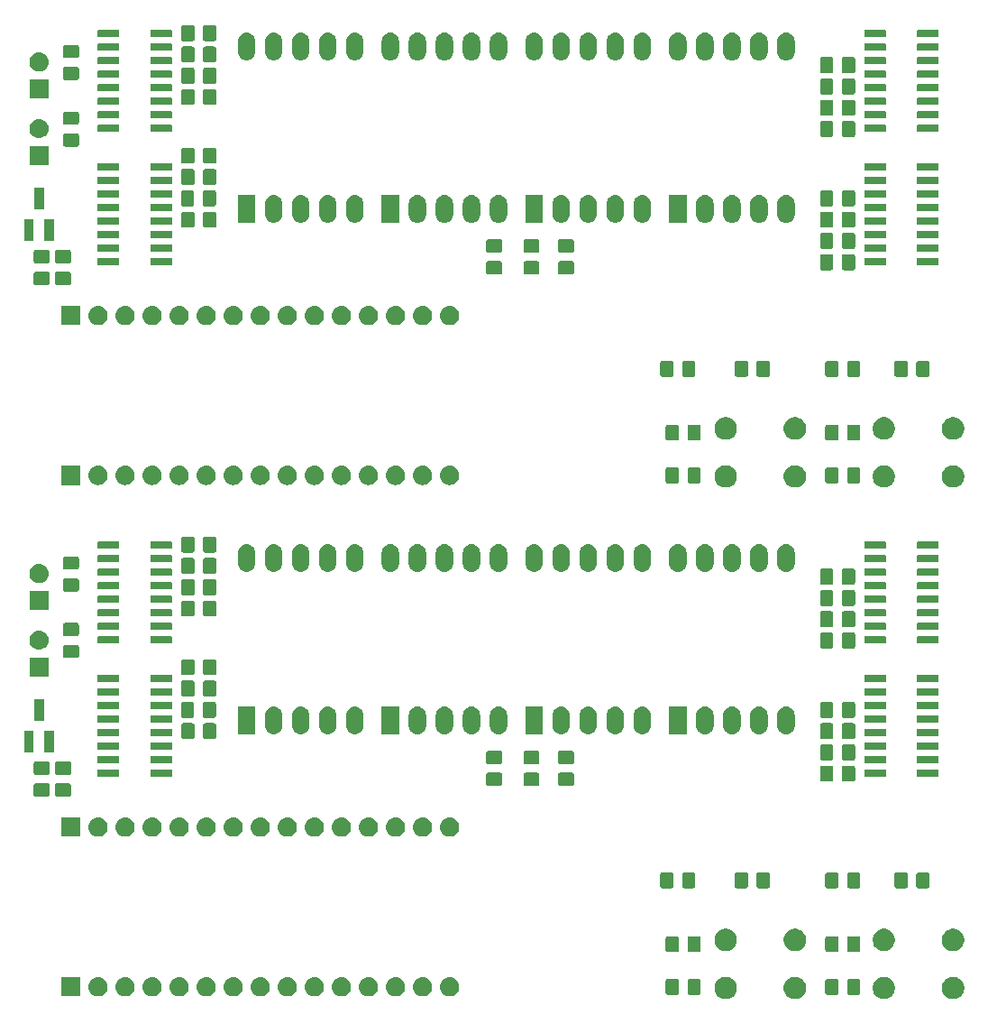
<source format=gbr>
G04 #@! TF.GenerationSoftware,KiCad,Pcbnew,(5.1.2)-1*
G04 #@! TF.CreationDate,2019-07-15T20:07:30+01:00*
G04 #@! TF.ProjectId,Reference_voltage,52656665-7265-46e6-9365-5f766f6c7461,rev?*
G04 #@! TF.SameCoordinates,Original*
G04 #@! TF.FileFunction,Soldermask,Top*
G04 #@! TF.FilePolarity,Negative*
%FSLAX46Y46*%
G04 Gerber Fmt 4.6, Leading zero omitted, Abs format (unit mm)*
G04 Created by KiCad (PCBNEW (5.1.2)-1) date 2019-07-15 20:07:30*
%MOMM*%
%LPD*%
G04 APERTURE LIST*
%ADD10C,0.100000*%
G04 APERTURE END LIST*
D10*
G36*
X186156564Y-139089389D02*
G01*
X186335624Y-139163558D01*
X186347835Y-139168616D01*
X186465477Y-139247222D01*
X186519973Y-139283635D01*
X186666365Y-139430027D01*
X186781385Y-139602167D01*
X186860611Y-139793436D01*
X186901000Y-139996484D01*
X186901000Y-140203516D01*
X186860611Y-140406564D01*
X186808685Y-140531925D01*
X186781384Y-140597835D01*
X186666365Y-140769973D01*
X186519973Y-140916365D01*
X186347835Y-141031384D01*
X186347834Y-141031385D01*
X186347833Y-141031385D01*
X186156564Y-141110611D01*
X185953516Y-141151000D01*
X185746484Y-141151000D01*
X185543436Y-141110611D01*
X185352167Y-141031385D01*
X185352166Y-141031385D01*
X185352165Y-141031384D01*
X185180027Y-140916365D01*
X185033635Y-140769973D01*
X184918616Y-140597835D01*
X184891315Y-140531925D01*
X184839389Y-140406564D01*
X184799000Y-140203516D01*
X184799000Y-139996484D01*
X184839389Y-139793436D01*
X184918615Y-139602167D01*
X185033635Y-139430027D01*
X185180027Y-139283635D01*
X185234523Y-139247222D01*
X185352165Y-139168616D01*
X185364376Y-139163558D01*
X185543436Y-139089389D01*
X185746484Y-139049000D01*
X185953516Y-139049000D01*
X186156564Y-139089389D01*
X186156564Y-139089389D01*
G37*
G36*
X179656564Y-139089389D02*
G01*
X179835624Y-139163558D01*
X179847835Y-139168616D01*
X179965477Y-139247222D01*
X180019973Y-139283635D01*
X180166365Y-139430027D01*
X180281385Y-139602167D01*
X180360611Y-139793436D01*
X180401000Y-139996484D01*
X180401000Y-140203516D01*
X180360611Y-140406564D01*
X180308685Y-140531925D01*
X180281384Y-140597835D01*
X180166365Y-140769973D01*
X180019973Y-140916365D01*
X179847835Y-141031384D01*
X179847834Y-141031385D01*
X179847833Y-141031385D01*
X179656564Y-141110611D01*
X179453516Y-141151000D01*
X179246484Y-141151000D01*
X179043436Y-141110611D01*
X178852167Y-141031385D01*
X178852166Y-141031385D01*
X178852165Y-141031384D01*
X178680027Y-140916365D01*
X178533635Y-140769973D01*
X178418616Y-140597835D01*
X178391315Y-140531925D01*
X178339389Y-140406564D01*
X178299000Y-140203516D01*
X178299000Y-139996484D01*
X178339389Y-139793436D01*
X178418615Y-139602167D01*
X178533635Y-139430027D01*
X178680027Y-139283635D01*
X178734523Y-139247222D01*
X178852165Y-139168616D01*
X178864376Y-139163558D01*
X179043436Y-139089389D01*
X179246484Y-139049000D01*
X179453516Y-139049000D01*
X179656564Y-139089389D01*
X179656564Y-139089389D01*
G37*
G36*
X171306564Y-139089389D02*
G01*
X171485624Y-139163558D01*
X171497835Y-139168616D01*
X171615477Y-139247222D01*
X171669973Y-139283635D01*
X171816365Y-139430027D01*
X171931385Y-139602167D01*
X172010611Y-139793436D01*
X172051000Y-139996484D01*
X172051000Y-140203516D01*
X172010611Y-140406564D01*
X171958685Y-140531925D01*
X171931384Y-140597835D01*
X171816365Y-140769973D01*
X171669973Y-140916365D01*
X171497835Y-141031384D01*
X171497834Y-141031385D01*
X171497833Y-141031385D01*
X171306564Y-141110611D01*
X171103516Y-141151000D01*
X170896484Y-141151000D01*
X170693436Y-141110611D01*
X170502167Y-141031385D01*
X170502166Y-141031385D01*
X170502165Y-141031384D01*
X170330027Y-140916365D01*
X170183635Y-140769973D01*
X170068616Y-140597835D01*
X170041315Y-140531925D01*
X169989389Y-140406564D01*
X169949000Y-140203516D01*
X169949000Y-139996484D01*
X169989389Y-139793436D01*
X170068615Y-139602167D01*
X170183635Y-139430027D01*
X170330027Y-139283635D01*
X170384523Y-139247222D01*
X170502165Y-139168616D01*
X170514376Y-139163558D01*
X170693436Y-139089389D01*
X170896484Y-139049000D01*
X171103516Y-139049000D01*
X171306564Y-139089389D01*
X171306564Y-139089389D01*
G37*
G36*
X164806564Y-139089389D02*
G01*
X164985624Y-139163558D01*
X164997835Y-139168616D01*
X165115477Y-139247222D01*
X165169973Y-139283635D01*
X165316365Y-139430027D01*
X165431385Y-139602167D01*
X165510611Y-139793436D01*
X165551000Y-139996484D01*
X165551000Y-140203516D01*
X165510611Y-140406564D01*
X165458685Y-140531925D01*
X165431384Y-140597835D01*
X165316365Y-140769973D01*
X165169973Y-140916365D01*
X164997835Y-141031384D01*
X164997834Y-141031385D01*
X164997833Y-141031385D01*
X164806564Y-141110611D01*
X164603516Y-141151000D01*
X164396484Y-141151000D01*
X164193436Y-141110611D01*
X164002167Y-141031385D01*
X164002166Y-141031385D01*
X164002165Y-141031384D01*
X163830027Y-140916365D01*
X163683635Y-140769973D01*
X163568616Y-140597835D01*
X163541315Y-140531925D01*
X163489389Y-140406564D01*
X163449000Y-140203516D01*
X163449000Y-139996484D01*
X163489389Y-139793436D01*
X163568615Y-139602167D01*
X163683635Y-139430027D01*
X163830027Y-139283635D01*
X163884523Y-139247222D01*
X164002165Y-139168616D01*
X164014376Y-139163558D01*
X164193436Y-139089389D01*
X164396484Y-139049000D01*
X164603516Y-139049000D01*
X164806564Y-139089389D01*
X164806564Y-139089389D01*
G37*
G36*
X108190442Y-139105518D02*
G01*
X108256627Y-139112037D01*
X108426466Y-139163557D01*
X108582991Y-139247222D01*
X108591530Y-139254230D01*
X108720186Y-139359814D01*
X108777807Y-139430027D01*
X108832778Y-139497009D01*
X108832779Y-139497011D01*
X108888986Y-139602165D01*
X108916443Y-139653534D01*
X108967963Y-139823373D01*
X108985359Y-140000000D01*
X108967963Y-140176627D01*
X108916443Y-140346466D01*
X108832778Y-140502991D01*
X108809032Y-140531925D01*
X108720186Y-140640186D01*
X108641049Y-140705131D01*
X108582991Y-140752778D01*
X108426466Y-140836443D01*
X108256627Y-140887963D01*
X108190442Y-140894482D01*
X108124260Y-140901000D01*
X108035740Y-140901000D01*
X107969558Y-140894482D01*
X107903373Y-140887963D01*
X107733534Y-140836443D01*
X107577009Y-140752778D01*
X107518951Y-140705131D01*
X107439814Y-140640186D01*
X107350968Y-140531925D01*
X107327222Y-140502991D01*
X107243557Y-140346466D01*
X107192037Y-140176627D01*
X107174641Y-140000000D01*
X107192037Y-139823373D01*
X107243557Y-139653534D01*
X107271015Y-139602165D01*
X107327221Y-139497011D01*
X107327222Y-139497009D01*
X107382193Y-139430027D01*
X107439814Y-139359814D01*
X107568470Y-139254230D01*
X107577009Y-139247222D01*
X107733534Y-139163557D01*
X107903373Y-139112037D01*
X107969558Y-139105518D01*
X108035740Y-139099000D01*
X108124260Y-139099000D01*
X108190442Y-139105518D01*
X108190442Y-139105518D01*
G37*
G36*
X103901000Y-140901000D02*
G01*
X102099000Y-140901000D01*
X102099000Y-139099000D01*
X103901000Y-139099000D01*
X103901000Y-140901000D01*
X103901000Y-140901000D01*
G37*
G36*
X105650442Y-139105518D02*
G01*
X105716627Y-139112037D01*
X105886466Y-139163557D01*
X106042991Y-139247222D01*
X106051530Y-139254230D01*
X106180186Y-139359814D01*
X106237807Y-139430027D01*
X106292778Y-139497009D01*
X106292779Y-139497011D01*
X106348986Y-139602165D01*
X106376443Y-139653534D01*
X106427963Y-139823373D01*
X106445359Y-140000000D01*
X106427963Y-140176627D01*
X106376443Y-140346466D01*
X106292778Y-140502991D01*
X106269032Y-140531925D01*
X106180186Y-140640186D01*
X106101049Y-140705131D01*
X106042991Y-140752778D01*
X105886466Y-140836443D01*
X105716627Y-140887963D01*
X105650442Y-140894482D01*
X105584260Y-140901000D01*
X105495740Y-140901000D01*
X105429558Y-140894482D01*
X105363373Y-140887963D01*
X105193534Y-140836443D01*
X105037009Y-140752778D01*
X104978951Y-140705131D01*
X104899814Y-140640186D01*
X104810968Y-140531925D01*
X104787222Y-140502991D01*
X104703557Y-140346466D01*
X104652037Y-140176627D01*
X104634641Y-140000000D01*
X104652037Y-139823373D01*
X104703557Y-139653534D01*
X104731015Y-139602165D01*
X104787221Y-139497011D01*
X104787222Y-139497009D01*
X104842193Y-139430027D01*
X104899814Y-139359814D01*
X105028470Y-139254230D01*
X105037009Y-139247222D01*
X105193534Y-139163557D01*
X105363373Y-139112037D01*
X105429558Y-139105518D01*
X105495740Y-139099000D01*
X105584260Y-139099000D01*
X105650442Y-139105518D01*
X105650442Y-139105518D01*
G37*
G36*
X138670442Y-139105518D02*
G01*
X138736627Y-139112037D01*
X138906466Y-139163557D01*
X139062991Y-139247222D01*
X139071530Y-139254230D01*
X139200186Y-139359814D01*
X139257807Y-139430027D01*
X139312778Y-139497009D01*
X139312779Y-139497011D01*
X139368986Y-139602165D01*
X139396443Y-139653534D01*
X139447963Y-139823373D01*
X139465359Y-140000000D01*
X139447963Y-140176627D01*
X139396443Y-140346466D01*
X139312778Y-140502991D01*
X139289032Y-140531925D01*
X139200186Y-140640186D01*
X139121049Y-140705131D01*
X139062991Y-140752778D01*
X138906466Y-140836443D01*
X138736627Y-140887963D01*
X138670442Y-140894482D01*
X138604260Y-140901000D01*
X138515740Y-140901000D01*
X138449558Y-140894482D01*
X138383373Y-140887963D01*
X138213534Y-140836443D01*
X138057009Y-140752778D01*
X137998951Y-140705131D01*
X137919814Y-140640186D01*
X137830968Y-140531925D01*
X137807222Y-140502991D01*
X137723557Y-140346466D01*
X137672037Y-140176627D01*
X137654641Y-140000000D01*
X137672037Y-139823373D01*
X137723557Y-139653534D01*
X137751015Y-139602165D01*
X137807221Y-139497011D01*
X137807222Y-139497009D01*
X137862193Y-139430027D01*
X137919814Y-139359814D01*
X138048470Y-139254230D01*
X138057009Y-139247222D01*
X138213534Y-139163557D01*
X138383373Y-139112037D01*
X138449558Y-139105518D01*
X138515740Y-139099000D01*
X138604260Y-139099000D01*
X138670442Y-139105518D01*
X138670442Y-139105518D01*
G37*
G36*
X136130442Y-139105518D02*
G01*
X136196627Y-139112037D01*
X136366466Y-139163557D01*
X136522991Y-139247222D01*
X136531530Y-139254230D01*
X136660186Y-139359814D01*
X136717807Y-139430027D01*
X136772778Y-139497009D01*
X136772779Y-139497011D01*
X136828986Y-139602165D01*
X136856443Y-139653534D01*
X136907963Y-139823373D01*
X136925359Y-140000000D01*
X136907963Y-140176627D01*
X136856443Y-140346466D01*
X136772778Y-140502991D01*
X136749032Y-140531925D01*
X136660186Y-140640186D01*
X136581049Y-140705131D01*
X136522991Y-140752778D01*
X136366466Y-140836443D01*
X136196627Y-140887963D01*
X136130442Y-140894482D01*
X136064260Y-140901000D01*
X135975740Y-140901000D01*
X135909558Y-140894482D01*
X135843373Y-140887963D01*
X135673534Y-140836443D01*
X135517009Y-140752778D01*
X135458951Y-140705131D01*
X135379814Y-140640186D01*
X135290968Y-140531925D01*
X135267222Y-140502991D01*
X135183557Y-140346466D01*
X135132037Y-140176627D01*
X135114641Y-140000000D01*
X135132037Y-139823373D01*
X135183557Y-139653534D01*
X135211015Y-139602165D01*
X135267221Y-139497011D01*
X135267222Y-139497009D01*
X135322193Y-139430027D01*
X135379814Y-139359814D01*
X135508470Y-139254230D01*
X135517009Y-139247222D01*
X135673534Y-139163557D01*
X135843373Y-139112037D01*
X135909558Y-139105518D01*
X135975740Y-139099000D01*
X136064260Y-139099000D01*
X136130442Y-139105518D01*
X136130442Y-139105518D01*
G37*
G36*
X133590442Y-139105518D02*
G01*
X133656627Y-139112037D01*
X133826466Y-139163557D01*
X133982991Y-139247222D01*
X133991530Y-139254230D01*
X134120186Y-139359814D01*
X134177807Y-139430027D01*
X134232778Y-139497009D01*
X134232779Y-139497011D01*
X134288986Y-139602165D01*
X134316443Y-139653534D01*
X134367963Y-139823373D01*
X134385359Y-140000000D01*
X134367963Y-140176627D01*
X134316443Y-140346466D01*
X134232778Y-140502991D01*
X134209032Y-140531925D01*
X134120186Y-140640186D01*
X134041049Y-140705131D01*
X133982991Y-140752778D01*
X133826466Y-140836443D01*
X133656627Y-140887963D01*
X133590442Y-140894482D01*
X133524260Y-140901000D01*
X133435740Y-140901000D01*
X133369558Y-140894482D01*
X133303373Y-140887963D01*
X133133534Y-140836443D01*
X132977009Y-140752778D01*
X132918951Y-140705131D01*
X132839814Y-140640186D01*
X132750968Y-140531925D01*
X132727222Y-140502991D01*
X132643557Y-140346466D01*
X132592037Y-140176627D01*
X132574641Y-140000000D01*
X132592037Y-139823373D01*
X132643557Y-139653534D01*
X132671015Y-139602165D01*
X132727221Y-139497011D01*
X132727222Y-139497009D01*
X132782193Y-139430027D01*
X132839814Y-139359814D01*
X132968470Y-139254230D01*
X132977009Y-139247222D01*
X133133534Y-139163557D01*
X133303373Y-139112037D01*
X133369558Y-139105518D01*
X133435740Y-139099000D01*
X133524260Y-139099000D01*
X133590442Y-139105518D01*
X133590442Y-139105518D01*
G37*
G36*
X131050442Y-139105518D02*
G01*
X131116627Y-139112037D01*
X131286466Y-139163557D01*
X131442991Y-139247222D01*
X131451530Y-139254230D01*
X131580186Y-139359814D01*
X131637807Y-139430027D01*
X131692778Y-139497009D01*
X131692779Y-139497011D01*
X131748986Y-139602165D01*
X131776443Y-139653534D01*
X131827963Y-139823373D01*
X131845359Y-140000000D01*
X131827963Y-140176627D01*
X131776443Y-140346466D01*
X131692778Y-140502991D01*
X131669032Y-140531925D01*
X131580186Y-140640186D01*
X131501049Y-140705131D01*
X131442991Y-140752778D01*
X131286466Y-140836443D01*
X131116627Y-140887963D01*
X131050442Y-140894482D01*
X130984260Y-140901000D01*
X130895740Y-140901000D01*
X130829558Y-140894482D01*
X130763373Y-140887963D01*
X130593534Y-140836443D01*
X130437009Y-140752778D01*
X130378951Y-140705131D01*
X130299814Y-140640186D01*
X130210968Y-140531925D01*
X130187222Y-140502991D01*
X130103557Y-140346466D01*
X130052037Y-140176627D01*
X130034641Y-140000000D01*
X130052037Y-139823373D01*
X130103557Y-139653534D01*
X130131015Y-139602165D01*
X130187221Y-139497011D01*
X130187222Y-139497009D01*
X130242193Y-139430027D01*
X130299814Y-139359814D01*
X130428470Y-139254230D01*
X130437009Y-139247222D01*
X130593534Y-139163557D01*
X130763373Y-139112037D01*
X130829558Y-139105518D01*
X130895740Y-139099000D01*
X130984260Y-139099000D01*
X131050442Y-139105518D01*
X131050442Y-139105518D01*
G37*
G36*
X125970442Y-139105518D02*
G01*
X126036627Y-139112037D01*
X126206466Y-139163557D01*
X126362991Y-139247222D01*
X126371530Y-139254230D01*
X126500186Y-139359814D01*
X126557807Y-139430027D01*
X126612778Y-139497009D01*
X126612779Y-139497011D01*
X126668986Y-139602165D01*
X126696443Y-139653534D01*
X126747963Y-139823373D01*
X126765359Y-140000000D01*
X126747963Y-140176627D01*
X126696443Y-140346466D01*
X126612778Y-140502991D01*
X126589032Y-140531925D01*
X126500186Y-140640186D01*
X126421049Y-140705131D01*
X126362991Y-140752778D01*
X126206466Y-140836443D01*
X126036627Y-140887963D01*
X125970442Y-140894482D01*
X125904260Y-140901000D01*
X125815740Y-140901000D01*
X125749558Y-140894482D01*
X125683373Y-140887963D01*
X125513534Y-140836443D01*
X125357009Y-140752778D01*
X125298951Y-140705131D01*
X125219814Y-140640186D01*
X125130968Y-140531925D01*
X125107222Y-140502991D01*
X125023557Y-140346466D01*
X124972037Y-140176627D01*
X124954641Y-140000000D01*
X124972037Y-139823373D01*
X125023557Y-139653534D01*
X125051015Y-139602165D01*
X125107221Y-139497011D01*
X125107222Y-139497009D01*
X125162193Y-139430027D01*
X125219814Y-139359814D01*
X125348470Y-139254230D01*
X125357009Y-139247222D01*
X125513534Y-139163557D01*
X125683373Y-139112037D01*
X125749558Y-139105518D01*
X125815740Y-139099000D01*
X125904260Y-139099000D01*
X125970442Y-139105518D01*
X125970442Y-139105518D01*
G37*
G36*
X110730442Y-139105518D02*
G01*
X110796627Y-139112037D01*
X110966466Y-139163557D01*
X111122991Y-139247222D01*
X111131530Y-139254230D01*
X111260186Y-139359814D01*
X111317807Y-139430027D01*
X111372778Y-139497009D01*
X111372779Y-139497011D01*
X111428986Y-139602165D01*
X111456443Y-139653534D01*
X111507963Y-139823373D01*
X111525359Y-140000000D01*
X111507963Y-140176627D01*
X111456443Y-140346466D01*
X111372778Y-140502991D01*
X111349032Y-140531925D01*
X111260186Y-140640186D01*
X111181049Y-140705131D01*
X111122991Y-140752778D01*
X110966466Y-140836443D01*
X110796627Y-140887963D01*
X110730442Y-140894482D01*
X110664260Y-140901000D01*
X110575740Y-140901000D01*
X110509558Y-140894482D01*
X110443373Y-140887963D01*
X110273534Y-140836443D01*
X110117009Y-140752778D01*
X110058951Y-140705131D01*
X109979814Y-140640186D01*
X109890968Y-140531925D01*
X109867222Y-140502991D01*
X109783557Y-140346466D01*
X109732037Y-140176627D01*
X109714641Y-140000000D01*
X109732037Y-139823373D01*
X109783557Y-139653534D01*
X109811015Y-139602165D01*
X109867221Y-139497011D01*
X109867222Y-139497009D01*
X109922193Y-139430027D01*
X109979814Y-139359814D01*
X110108470Y-139254230D01*
X110117009Y-139247222D01*
X110273534Y-139163557D01*
X110443373Y-139112037D01*
X110509558Y-139105518D01*
X110575740Y-139099000D01*
X110664260Y-139099000D01*
X110730442Y-139105518D01*
X110730442Y-139105518D01*
G37*
G36*
X113270442Y-139105518D02*
G01*
X113336627Y-139112037D01*
X113506466Y-139163557D01*
X113662991Y-139247222D01*
X113671530Y-139254230D01*
X113800186Y-139359814D01*
X113857807Y-139430027D01*
X113912778Y-139497009D01*
X113912779Y-139497011D01*
X113968986Y-139602165D01*
X113996443Y-139653534D01*
X114047963Y-139823373D01*
X114065359Y-140000000D01*
X114047963Y-140176627D01*
X113996443Y-140346466D01*
X113912778Y-140502991D01*
X113889032Y-140531925D01*
X113800186Y-140640186D01*
X113721049Y-140705131D01*
X113662991Y-140752778D01*
X113506466Y-140836443D01*
X113336627Y-140887963D01*
X113270442Y-140894482D01*
X113204260Y-140901000D01*
X113115740Y-140901000D01*
X113049558Y-140894482D01*
X112983373Y-140887963D01*
X112813534Y-140836443D01*
X112657009Y-140752778D01*
X112598951Y-140705131D01*
X112519814Y-140640186D01*
X112430968Y-140531925D01*
X112407222Y-140502991D01*
X112323557Y-140346466D01*
X112272037Y-140176627D01*
X112254641Y-140000000D01*
X112272037Y-139823373D01*
X112323557Y-139653534D01*
X112351015Y-139602165D01*
X112407221Y-139497011D01*
X112407222Y-139497009D01*
X112462193Y-139430027D01*
X112519814Y-139359814D01*
X112648470Y-139254230D01*
X112657009Y-139247222D01*
X112813534Y-139163557D01*
X112983373Y-139112037D01*
X113049558Y-139105518D01*
X113115740Y-139099000D01*
X113204260Y-139099000D01*
X113270442Y-139105518D01*
X113270442Y-139105518D01*
G37*
G36*
X115810442Y-139105518D02*
G01*
X115876627Y-139112037D01*
X116046466Y-139163557D01*
X116202991Y-139247222D01*
X116211530Y-139254230D01*
X116340186Y-139359814D01*
X116397807Y-139430027D01*
X116452778Y-139497009D01*
X116452779Y-139497011D01*
X116508986Y-139602165D01*
X116536443Y-139653534D01*
X116587963Y-139823373D01*
X116605359Y-140000000D01*
X116587963Y-140176627D01*
X116536443Y-140346466D01*
X116452778Y-140502991D01*
X116429032Y-140531925D01*
X116340186Y-140640186D01*
X116261049Y-140705131D01*
X116202991Y-140752778D01*
X116046466Y-140836443D01*
X115876627Y-140887963D01*
X115810442Y-140894482D01*
X115744260Y-140901000D01*
X115655740Y-140901000D01*
X115589558Y-140894482D01*
X115523373Y-140887963D01*
X115353534Y-140836443D01*
X115197009Y-140752778D01*
X115138951Y-140705131D01*
X115059814Y-140640186D01*
X114970968Y-140531925D01*
X114947222Y-140502991D01*
X114863557Y-140346466D01*
X114812037Y-140176627D01*
X114794641Y-140000000D01*
X114812037Y-139823373D01*
X114863557Y-139653534D01*
X114891015Y-139602165D01*
X114947221Y-139497011D01*
X114947222Y-139497009D01*
X115002193Y-139430027D01*
X115059814Y-139359814D01*
X115188470Y-139254230D01*
X115197009Y-139247222D01*
X115353534Y-139163557D01*
X115523373Y-139112037D01*
X115589558Y-139105518D01*
X115655740Y-139099000D01*
X115744260Y-139099000D01*
X115810442Y-139105518D01*
X115810442Y-139105518D01*
G37*
G36*
X118350442Y-139105518D02*
G01*
X118416627Y-139112037D01*
X118586466Y-139163557D01*
X118742991Y-139247222D01*
X118751530Y-139254230D01*
X118880186Y-139359814D01*
X118937807Y-139430027D01*
X118992778Y-139497009D01*
X118992779Y-139497011D01*
X119048986Y-139602165D01*
X119076443Y-139653534D01*
X119127963Y-139823373D01*
X119145359Y-140000000D01*
X119127963Y-140176627D01*
X119076443Y-140346466D01*
X118992778Y-140502991D01*
X118969032Y-140531925D01*
X118880186Y-140640186D01*
X118801049Y-140705131D01*
X118742991Y-140752778D01*
X118586466Y-140836443D01*
X118416627Y-140887963D01*
X118350442Y-140894482D01*
X118284260Y-140901000D01*
X118195740Y-140901000D01*
X118129558Y-140894482D01*
X118063373Y-140887963D01*
X117893534Y-140836443D01*
X117737009Y-140752778D01*
X117678951Y-140705131D01*
X117599814Y-140640186D01*
X117510968Y-140531925D01*
X117487222Y-140502991D01*
X117403557Y-140346466D01*
X117352037Y-140176627D01*
X117334641Y-140000000D01*
X117352037Y-139823373D01*
X117403557Y-139653534D01*
X117431015Y-139602165D01*
X117487221Y-139497011D01*
X117487222Y-139497009D01*
X117542193Y-139430027D01*
X117599814Y-139359814D01*
X117728470Y-139254230D01*
X117737009Y-139247222D01*
X117893534Y-139163557D01*
X118063373Y-139112037D01*
X118129558Y-139105518D01*
X118195740Y-139099000D01*
X118284260Y-139099000D01*
X118350442Y-139105518D01*
X118350442Y-139105518D01*
G37*
G36*
X120890442Y-139105518D02*
G01*
X120956627Y-139112037D01*
X121126466Y-139163557D01*
X121282991Y-139247222D01*
X121291530Y-139254230D01*
X121420186Y-139359814D01*
X121477807Y-139430027D01*
X121532778Y-139497009D01*
X121532779Y-139497011D01*
X121588986Y-139602165D01*
X121616443Y-139653534D01*
X121667963Y-139823373D01*
X121685359Y-140000000D01*
X121667963Y-140176627D01*
X121616443Y-140346466D01*
X121532778Y-140502991D01*
X121509032Y-140531925D01*
X121420186Y-140640186D01*
X121341049Y-140705131D01*
X121282991Y-140752778D01*
X121126466Y-140836443D01*
X120956627Y-140887963D01*
X120890442Y-140894482D01*
X120824260Y-140901000D01*
X120735740Y-140901000D01*
X120669558Y-140894482D01*
X120603373Y-140887963D01*
X120433534Y-140836443D01*
X120277009Y-140752778D01*
X120218951Y-140705131D01*
X120139814Y-140640186D01*
X120050968Y-140531925D01*
X120027222Y-140502991D01*
X119943557Y-140346466D01*
X119892037Y-140176627D01*
X119874641Y-140000000D01*
X119892037Y-139823373D01*
X119943557Y-139653534D01*
X119971015Y-139602165D01*
X120027221Y-139497011D01*
X120027222Y-139497009D01*
X120082193Y-139430027D01*
X120139814Y-139359814D01*
X120268470Y-139254230D01*
X120277009Y-139247222D01*
X120433534Y-139163557D01*
X120603373Y-139112037D01*
X120669558Y-139105518D01*
X120735740Y-139099000D01*
X120824260Y-139099000D01*
X120890442Y-139105518D01*
X120890442Y-139105518D01*
G37*
G36*
X123430442Y-139105518D02*
G01*
X123496627Y-139112037D01*
X123666466Y-139163557D01*
X123822991Y-139247222D01*
X123831530Y-139254230D01*
X123960186Y-139359814D01*
X124017807Y-139430027D01*
X124072778Y-139497009D01*
X124072779Y-139497011D01*
X124128986Y-139602165D01*
X124156443Y-139653534D01*
X124207963Y-139823373D01*
X124225359Y-140000000D01*
X124207963Y-140176627D01*
X124156443Y-140346466D01*
X124072778Y-140502991D01*
X124049032Y-140531925D01*
X123960186Y-140640186D01*
X123881049Y-140705131D01*
X123822991Y-140752778D01*
X123666466Y-140836443D01*
X123496627Y-140887963D01*
X123430442Y-140894482D01*
X123364260Y-140901000D01*
X123275740Y-140901000D01*
X123209558Y-140894482D01*
X123143373Y-140887963D01*
X122973534Y-140836443D01*
X122817009Y-140752778D01*
X122758951Y-140705131D01*
X122679814Y-140640186D01*
X122590968Y-140531925D01*
X122567222Y-140502991D01*
X122483557Y-140346466D01*
X122432037Y-140176627D01*
X122414641Y-140000000D01*
X122432037Y-139823373D01*
X122483557Y-139653534D01*
X122511015Y-139602165D01*
X122567221Y-139497011D01*
X122567222Y-139497009D01*
X122622193Y-139430027D01*
X122679814Y-139359814D01*
X122808470Y-139254230D01*
X122817009Y-139247222D01*
X122973534Y-139163557D01*
X123143373Y-139112037D01*
X123209558Y-139105518D01*
X123275740Y-139099000D01*
X123364260Y-139099000D01*
X123430442Y-139105518D01*
X123430442Y-139105518D01*
G37*
G36*
X128510442Y-139105518D02*
G01*
X128576627Y-139112037D01*
X128746466Y-139163557D01*
X128902991Y-139247222D01*
X128911530Y-139254230D01*
X129040186Y-139359814D01*
X129097807Y-139430027D01*
X129152778Y-139497009D01*
X129152779Y-139497011D01*
X129208986Y-139602165D01*
X129236443Y-139653534D01*
X129287963Y-139823373D01*
X129305359Y-140000000D01*
X129287963Y-140176627D01*
X129236443Y-140346466D01*
X129152778Y-140502991D01*
X129129032Y-140531925D01*
X129040186Y-140640186D01*
X128961049Y-140705131D01*
X128902991Y-140752778D01*
X128746466Y-140836443D01*
X128576627Y-140887963D01*
X128510442Y-140894482D01*
X128444260Y-140901000D01*
X128355740Y-140901000D01*
X128289558Y-140894482D01*
X128223373Y-140887963D01*
X128053534Y-140836443D01*
X127897009Y-140752778D01*
X127838951Y-140705131D01*
X127759814Y-140640186D01*
X127670968Y-140531925D01*
X127647222Y-140502991D01*
X127563557Y-140346466D01*
X127512037Y-140176627D01*
X127494641Y-140000000D01*
X127512037Y-139823373D01*
X127563557Y-139653534D01*
X127591015Y-139602165D01*
X127647221Y-139497011D01*
X127647222Y-139497009D01*
X127702193Y-139430027D01*
X127759814Y-139359814D01*
X127888470Y-139254230D01*
X127897009Y-139247222D01*
X128053534Y-139163557D01*
X128223373Y-139112037D01*
X128289558Y-139105518D01*
X128355740Y-139099000D01*
X128444260Y-139099000D01*
X128510442Y-139105518D01*
X128510442Y-139105518D01*
G37*
G36*
X159938674Y-139253465D02*
G01*
X159976367Y-139264899D01*
X160011103Y-139283466D01*
X160041548Y-139308452D01*
X160066534Y-139338897D01*
X160085101Y-139373633D01*
X160096535Y-139411326D01*
X160101000Y-139456661D01*
X160101000Y-140543339D01*
X160096535Y-140588674D01*
X160085101Y-140626367D01*
X160066534Y-140661103D01*
X160041548Y-140691548D01*
X160011103Y-140716534D01*
X159976367Y-140735101D01*
X159938674Y-140746535D01*
X159893339Y-140751000D01*
X159056661Y-140751000D01*
X159011326Y-140746535D01*
X158973633Y-140735101D01*
X158938897Y-140716534D01*
X158908452Y-140691548D01*
X158883466Y-140661103D01*
X158864899Y-140626367D01*
X158853465Y-140588674D01*
X158849000Y-140543339D01*
X158849000Y-139456661D01*
X158853465Y-139411326D01*
X158864899Y-139373633D01*
X158883466Y-139338897D01*
X158908452Y-139308452D01*
X158938897Y-139283466D01*
X158973633Y-139264899D01*
X159011326Y-139253465D01*
X159056661Y-139249000D01*
X159893339Y-139249000D01*
X159938674Y-139253465D01*
X159938674Y-139253465D01*
G37*
G36*
X161988674Y-139253465D02*
G01*
X162026367Y-139264899D01*
X162061103Y-139283466D01*
X162091548Y-139308452D01*
X162116534Y-139338897D01*
X162135101Y-139373633D01*
X162146535Y-139411326D01*
X162151000Y-139456661D01*
X162151000Y-140543339D01*
X162146535Y-140588674D01*
X162135101Y-140626367D01*
X162116534Y-140661103D01*
X162091548Y-140691548D01*
X162061103Y-140716534D01*
X162026367Y-140735101D01*
X161988674Y-140746535D01*
X161943339Y-140751000D01*
X161106661Y-140751000D01*
X161061326Y-140746535D01*
X161023633Y-140735101D01*
X160988897Y-140716534D01*
X160958452Y-140691548D01*
X160933466Y-140661103D01*
X160914899Y-140626367D01*
X160903465Y-140588674D01*
X160899000Y-140543339D01*
X160899000Y-139456661D01*
X160903465Y-139411326D01*
X160914899Y-139373633D01*
X160933466Y-139338897D01*
X160958452Y-139308452D01*
X160988897Y-139283466D01*
X161023633Y-139264899D01*
X161061326Y-139253465D01*
X161106661Y-139249000D01*
X161943339Y-139249000D01*
X161988674Y-139253465D01*
X161988674Y-139253465D01*
G37*
G36*
X174938674Y-139253465D02*
G01*
X174976367Y-139264899D01*
X175011103Y-139283466D01*
X175041548Y-139308452D01*
X175066534Y-139338897D01*
X175085101Y-139373633D01*
X175096535Y-139411326D01*
X175101000Y-139456661D01*
X175101000Y-140543339D01*
X175096535Y-140588674D01*
X175085101Y-140626367D01*
X175066534Y-140661103D01*
X175041548Y-140691548D01*
X175011103Y-140716534D01*
X174976367Y-140735101D01*
X174938674Y-140746535D01*
X174893339Y-140751000D01*
X174056661Y-140751000D01*
X174011326Y-140746535D01*
X173973633Y-140735101D01*
X173938897Y-140716534D01*
X173908452Y-140691548D01*
X173883466Y-140661103D01*
X173864899Y-140626367D01*
X173853465Y-140588674D01*
X173849000Y-140543339D01*
X173849000Y-139456661D01*
X173853465Y-139411326D01*
X173864899Y-139373633D01*
X173883466Y-139338897D01*
X173908452Y-139308452D01*
X173938897Y-139283466D01*
X173973633Y-139264899D01*
X174011326Y-139253465D01*
X174056661Y-139249000D01*
X174893339Y-139249000D01*
X174938674Y-139253465D01*
X174938674Y-139253465D01*
G37*
G36*
X176988674Y-139253465D02*
G01*
X177026367Y-139264899D01*
X177061103Y-139283466D01*
X177091548Y-139308452D01*
X177116534Y-139338897D01*
X177135101Y-139373633D01*
X177146535Y-139411326D01*
X177151000Y-139456661D01*
X177151000Y-140543339D01*
X177146535Y-140588674D01*
X177135101Y-140626367D01*
X177116534Y-140661103D01*
X177091548Y-140691548D01*
X177061103Y-140716534D01*
X177026367Y-140735101D01*
X176988674Y-140746535D01*
X176943339Y-140751000D01*
X176106661Y-140751000D01*
X176061326Y-140746535D01*
X176023633Y-140735101D01*
X175988897Y-140716534D01*
X175958452Y-140691548D01*
X175933466Y-140661103D01*
X175914899Y-140626367D01*
X175903465Y-140588674D01*
X175899000Y-140543339D01*
X175899000Y-139456661D01*
X175903465Y-139411326D01*
X175914899Y-139373633D01*
X175933466Y-139338897D01*
X175958452Y-139308452D01*
X175988897Y-139283466D01*
X176023633Y-139264899D01*
X176061326Y-139253465D01*
X176106661Y-139249000D01*
X176943339Y-139249000D01*
X176988674Y-139253465D01*
X176988674Y-139253465D01*
G37*
G36*
X159938674Y-135253465D02*
G01*
X159976367Y-135264899D01*
X160011103Y-135283466D01*
X160041548Y-135308452D01*
X160066534Y-135338897D01*
X160085101Y-135373633D01*
X160096535Y-135411326D01*
X160101000Y-135456661D01*
X160101000Y-136543339D01*
X160096535Y-136588674D01*
X160085101Y-136626367D01*
X160066534Y-136661103D01*
X160041548Y-136691548D01*
X160011103Y-136716534D01*
X159976367Y-136735101D01*
X159938674Y-136746535D01*
X159893339Y-136751000D01*
X159056661Y-136751000D01*
X159011326Y-136746535D01*
X158973633Y-136735101D01*
X158938897Y-136716534D01*
X158908452Y-136691548D01*
X158883466Y-136661103D01*
X158864899Y-136626367D01*
X158853465Y-136588674D01*
X158849000Y-136543339D01*
X158849000Y-135456661D01*
X158853465Y-135411326D01*
X158864899Y-135373633D01*
X158883466Y-135338897D01*
X158908452Y-135308452D01*
X158938897Y-135283466D01*
X158973633Y-135264899D01*
X159011326Y-135253465D01*
X159056661Y-135249000D01*
X159893339Y-135249000D01*
X159938674Y-135253465D01*
X159938674Y-135253465D01*
G37*
G36*
X161988674Y-135253465D02*
G01*
X162026367Y-135264899D01*
X162061103Y-135283466D01*
X162091548Y-135308452D01*
X162116534Y-135338897D01*
X162135101Y-135373633D01*
X162146535Y-135411326D01*
X162151000Y-135456661D01*
X162151000Y-136543339D01*
X162146535Y-136588674D01*
X162135101Y-136626367D01*
X162116534Y-136661103D01*
X162091548Y-136691548D01*
X162061103Y-136716534D01*
X162026367Y-136735101D01*
X161988674Y-136746535D01*
X161943339Y-136751000D01*
X161106661Y-136751000D01*
X161061326Y-136746535D01*
X161023633Y-136735101D01*
X160988897Y-136716534D01*
X160958452Y-136691548D01*
X160933466Y-136661103D01*
X160914899Y-136626367D01*
X160903465Y-136588674D01*
X160899000Y-136543339D01*
X160899000Y-135456661D01*
X160903465Y-135411326D01*
X160914899Y-135373633D01*
X160933466Y-135338897D01*
X160958452Y-135308452D01*
X160988897Y-135283466D01*
X161023633Y-135264899D01*
X161061326Y-135253465D01*
X161106661Y-135249000D01*
X161943339Y-135249000D01*
X161988674Y-135253465D01*
X161988674Y-135253465D01*
G37*
G36*
X174938674Y-135253465D02*
G01*
X174976367Y-135264899D01*
X175011103Y-135283466D01*
X175041548Y-135308452D01*
X175066534Y-135338897D01*
X175085101Y-135373633D01*
X175096535Y-135411326D01*
X175101000Y-135456661D01*
X175101000Y-136543339D01*
X175096535Y-136588674D01*
X175085101Y-136626367D01*
X175066534Y-136661103D01*
X175041548Y-136691548D01*
X175011103Y-136716534D01*
X174976367Y-136735101D01*
X174938674Y-136746535D01*
X174893339Y-136751000D01*
X174056661Y-136751000D01*
X174011326Y-136746535D01*
X173973633Y-136735101D01*
X173938897Y-136716534D01*
X173908452Y-136691548D01*
X173883466Y-136661103D01*
X173864899Y-136626367D01*
X173853465Y-136588674D01*
X173849000Y-136543339D01*
X173849000Y-135456661D01*
X173853465Y-135411326D01*
X173864899Y-135373633D01*
X173883466Y-135338897D01*
X173908452Y-135308452D01*
X173938897Y-135283466D01*
X173973633Y-135264899D01*
X174011326Y-135253465D01*
X174056661Y-135249000D01*
X174893339Y-135249000D01*
X174938674Y-135253465D01*
X174938674Y-135253465D01*
G37*
G36*
X176988674Y-135253465D02*
G01*
X177026367Y-135264899D01*
X177061103Y-135283466D01*
X177091548Y-135308452D01*
X177116534Y-135338897D01*
X177135101Y-135373633D01*
X177146535Y-135411326D01*
X177151000Y-135456661D01*
X177151000Y-136543339D01*
X177146535Y-136588674D01*
X177135101Y-136626367D01*
X177116534Y-136661103D01*
X177091548Y-136691548D01*
X177061103Y-136716534D01*
X177026367Y-136735101D01*
X176988674Y-136746535D01*
X176943339Y-136751000D01*
X176106661Y-136751000D01*
X176061326Y-136746535D01*
X176023633Y-136735101D01*
X175988897Y-136716534D01*
X175958452Y-136691548D01*
X175933466Y-136661103D01*
X175914899Y-136626367D01*
X175903465Y-136588674D01*
X175899000Y-136543339D01*
X175899000Y-135456661D01*
X175903465Y-135411326D01*
X175914899Y-135373633D01*
X175933466Y-135338897D01*
X175958452Y-135308452D01*
X175988897Y-135283466D01*
X176023633Y-135264899D01*
X176061326Y-135253465D01*
X176106661Y-135249000D01*
X176943339Y-135249000D01*
X176988674Y-135253465D01*
X176988674Y-135253465D01*
G37*
G36*
X171306564Y-134589389D02*
G01*
X171497833Y-134668615D01*
X171497835Y-134668616D01*
X171669973Y-134783635D01*
X171816365Y-134930027D01*
X171931385Y-135102167D01*
X172010611Y-135293436D01*
X172051000Y-135496484D01*
X172051000Y-135703516D01*
X172010611Y-135906564D01*
X171931385Y-136097833D01*
X171931384Y-136097835D01*
X171816365Y-136269973D01*
X171669973Y-136416365D01*
X171497835Y-136531384D01*
X171497834Y-136531385D01*
X171497833Y-136531385D01*
X171306564Y-136610611D01*
X171103516Y-136651000D01*
X170896484Y-136651000D01*
X170693436Y-136610611D01*
X170502167Y-136531385D01*
X170502166Y-136531385D01*
X170502165Y-136531384D01*
X170330027Y-136416365D01*
X170183635Y-136269973D01*
X170068616Y-136097835D01*
X170068615Y-136097833D01*
X169989389Y-135906564D01*
X169949000Y-135703516D01*
X169949000Y-135496484D01*
X169989389Y-135293436D01*
X170068615Y-135102167D01*
X170183635Y-134930027D01*
X170330027Y-134783635D01*
X170502165Y-134668616D01*
X170502167Y-134668615D01*
X170693436Y-134589389D01*
X170896484Y-134549000D01*
X171103516Y-134549000D01*
X171306564Y-134589389D01*
X171306564Y-134589389D01*
G37*
G36*
X186156564Y-134589389D02*
G01*
X186347833Y-134668615D01*
X186347835Y-134668616D01*
X186519973Y-134783635D01*
X186666365Y-134930027D01*
X186781385Y-135102167D01*
X186860611Y-135293436D01*
X186901000Y-135496484D01*
X186901000Y-135703516D01*
X186860611Y-135906564D01*
X186781385Y-136097833D01*
X186781384Y-136097835D01*
X186666365Y-136269973D01*
X186519973Y-136416365D01*
X186347835Y-136531384D01*
X186347834Y-136531385D01*
X186347833Y-136531385D01*
X186156564Y-136610611D01*
X185953516Y-136651000D01*
X185746484Y-136651000D01*
X185543436Y-136610611D01*
X185352167Y-136531385D01*
X185352166Y-136531385D01*
X185352165Y-136531384D01*
X185180027Y-136416365D01*
X185033635Y-136269973D01*
X184918616Y-136097835D01*
X184918615Y-136097833D01*
X184839389Y-135906564D01*
X184799000Y-135703516D01*
X184799000Y-135496484D01*
X184839389Y-135293436D01*
X184918615Y-135102167D01*
X185033635Y-134930027D01*
X185180027Y-134783635D01*
X185352165Y-134668616D01*
X185352167Y-134668615D01*
X185543436Y-134589389D01*
X185746484Y-134549000D01*
X185953516Y-134549000D01*
X186156564Y-134589389D01*
X186156564Y-134589389D01*
G37*
G36*
X164806564Y-134589389D02*
G01*
X164997833Y-134668615D01*
X164997835Y-134668616D01*
X165169973Y-134783635D01*
X165316365Y-134930027D01*
X165431385Y-135102167D01*
X165510611Y-135293436D01*
X165551000Y-135496484D01*
X165551000Y-135703516D01*
X165510611Y-135906564D01*
X165431385Y-136097833D01*
X165431384Y-136097835D01*
X165316365Y-136269973D01*
X165169973Y-136416365D01*
X164997835Y-136531384D01*
X164997834Y-136531385D01*
X164997833Y-136531385D01*
X164806564Y-136610611D01*
X164603516Y-136651000D01*
X164396484Y-136651000D01*
X164193436Y-136610611D01*
X164002167Y-136531385D01*
X164002166Y-136531385D01*
X164002165Y-136531384D01*
X163830027Y-136416365D01*
X163683635Y-136269973D01*
X163568616Y-136097835D01*
X163568615Y-136097833D01*
X163489389Y-135906564D01*
X163449000Y-135703516D01*
X163449000Y-135496484D01*
X163489389Y-135293436D01*
X163568615Y-135102167D01*
X163683635Y-134930027D01*
X163830027Y-134783635D01*
X164002165Y-134668616D01*
X164002167Y-134668615D01*
X164193436Y-134589389D01*
X164396484Y-134549000D01*
X164603516Y-134549000D01*
X164806564Y-134589389D01*
X164806564Y-134589389D01*
G37*
G36*
X179656564Y-134589389D02*
G01*
X179847833Y-134668615D01*
X179847835Y-134668616D01*
X180019973Y-134783635D01*
X180166365Y-134930027D01*
X180281385Y-135102167D01*
X180360611Y-135293436D01*
X180401000Y-135496484D01*
X180401000Y-135703516D01*
X180360611Y-135906564D01*
X180281385Y-136097833D01*
X180281384Y-136097835D01*
X180166365Y-136269973D01*
X180019973Y-136416365D01*
X179847835Y-136531384D01*
X179847834Y-136531385D01*
X179847833Y-136531385D01*
X179656564Y-136610611D01*
X179453516Y-136651000D01*
X179246484Y-136651000D01*
X179043436Y-136610611D01*
X178852167Y-136531385D01*
X178852166Y-136531385D01*
X178852165Y-136531384D01*
X178680027Y-136416365D01*
X178533635Y-136269973D01*
X178418616Y-136097835D01*
X178418615Y-136097833D01*
X178339389Y-135906564D01*
X178299000Y-135703516D01*
X178299000Y-135496484D01*
X178339389Y-135293436D01*
X178418615Y-135102167D01*
X178533635Y-134930027D01*
X178680027Y-134783635D01*
X178852165Y-134668616D01*
X178852167Y-134668615D01*
X179043436Y-134589389D01*
X179246484Y-134549000D01*
X179453516Y-134549000D01*
X179656564Y-134589389D01*
X179656564Y-134589389D01*
G37*
G36*
X176988674Y-129253465D02*
G01*
X177026367Y-129264899D01*
X177061103Y-129283466D01*
X177091548Y-129308452D01*
X177116534Y-129338897D01*
X177135101Y-129373633D01*
X177146535Y-129411326D01*
X177151000Y-129456661D01*
X177151000Y-130543339D01*
X177146535Y-130588674D01*
X177135101Y-130626367D01*
X177116534Y-130661103D01*
X177091548Y-130691548D01*
X177061103Y-130716534D01*
X177026367Y-130735101D01*
X176988674Y-130746535D01*
X176943339Y-130751000D01*
X176106661Y-130751000D01*
X176061326Y-130746535D01*
X176023633Y-130735101D01*
X175988897Y-130716534D01*
X175958452Y-130691548D01*
X175933466Y-130661103D01*
X175914899Y-130626367D01*
X175903465Y-130588674D01*
X175899000Y-130543339D01*
X175899000Y-129456661D01*
X175903465Y-129411326D01*
X175914899Y-129373633D01*
X175933466Y-129338897D01*
X175958452Y-129308452D01*
X175988897Y-129283466D01*
X176023633Y-129264899D01*
X176061326Y-129253465D01*
X176106661Y-129249000D01*
X176943339Y-129249000D01*
X176988674Y-129253465D01*
X176988674Y-129253465D01*
G37*
G36*
X181438674Y-129253465D02*
G01*
X181476367Y-129264899D01*
X181511103Y-129283466D01*
X181541548Y-129308452D01*
X181566534Y-129338897D01*
X181585101Y-129373633D01*
X181596535Y-129411326D01*
X181601000Y-129456661D01*
X181601000Y-130543339D01*
X181596535Y-130588674D01*
X181585101Y-130626367D01*
X181566534Y-130661103D01*
X181541548Y-130691548D01*
X181511103Y-130716534D01*
X181476367Y-130735101D01*
X181438674Y-130746535D01*
X181393339Y-130751000D01*
X180556661Y-130751000D01*
X180511326Y-130746535D01*
X180473633Y-130735101D01*
X180438897Y-130716534D01*
X180408452Y-130691548D01*
X180383466Y-130661103D01*
X180364899Y-130626367D01*
X180353465Y-130588674D01*
X180349000Y-130543339D01*
X180349000Y-129456661D01*
X180353465Y-129411326D01*
X180364899Y-129373633D01*
X180383466Y-129338897D01*
X180408452Y-129308452D01*
X180438897Y-129283466D01*
X180473633Y-129264899D01*
X180511326Y-129253465D01*
X180556661Y-129249000D01*
X181393339Y-129249000D01*
X181438674Y-129253465D01*
X181438674Y-129253465D01*
G37*
G36*
X183488674Y-129253465D02*
G01*
X183526367Y-129264899D01*
X183561103Y-129283466D01*
X183591548Y-129308452D01*
X183616534Y-129338897D01*
X183635101Y-129373633D01*
X183646535Y-129411326D01*
X183651000Y-129456661D01*
X183651000Y-130543339D01*
X183646535Y-130588674D01*
X183635101Y-130626367D01*
X183616534Y-130661103D01*
X183591548Y-130691548D01*
X183561103Y-130716534D01*
X183526367Y-130735101D01*
X183488674Y-130746535D01*
X183443339Y-130751000D01*
X182606661Y-130751000D01*
X182561326Y-130746535D01*
X182523633Y-130735101D01*
X182488897Y-130716534D01*
X182458452Y-130691548D01*
X182433466Y-130661103D01*
X182414899Y-130626367D01*
X182403465Y-130588674D01*
X182399000Y-130543339D01*
X182399000Y-129456661D01*
X182403465Y-129411326D01*
X182414899Y-129373633D01*
X182433466Y-129338897D01*
X182458452Y-129308452D01*
X182488897Y-129283466D01*
X182523633Y-129264899D01*
X182561326Y-129253465D01*
X182606661Y-129249000D01*
X183443339Y-129249000D01*
X183488674Y-129253465D01*
X183488674Y-129253465D01*
G37*
G36*
X159438674Y-129253465D02*
G01*
X159476367Y-129264899D01*
X159511103Y-129283466D01*
X159541548Y-129308452D01*
X159566534Y-129338897D01*
X159585101Y-129373633D01*
X159596535Y-129411326D01*
X159601000Y-129456661D01*
X159601000Y-130543339D01*
X159596535Y-130588674D01*
X159585101Y-130626367D01*
X159566534Y-130661103D01*
X159541548Y-130691548D01*
X159511103Y-130716534D01*
X159476367Y-130735101D01*
X159438674Y-130746535D01*
X159393339Y-130751000D01*
X158556661Y-130751000D01*
X158511326Y-130746535D01*
X158473633Y-130735101D01*
X158438897Y-130716534D01*
X158408452Y-130691548D01*
X158383466Y-130661103D01*
X158364899Y-130626367D01*
X158353465Y-130588674D01*
X158349000Y-130543339D01*
X158349000Y-129456661D01*
X158353465Y-129411326D01*
X158364899Y-129373633D01*
X158383466Y-129338897D01*
X158408452Y-129308452D01*
X158438897Y-129283466D01*
X158473633Y-129264899D01*
X158511326Y-129253465D01*
X158556661Y-129249000D01*
X159393339Y-129249000D01*
X159438674Y-129253465D01*
X159438674Y-129253465D01*
G37*
G36*
X174938674Y-129253465D02*
G01*
X174976367Y-129264899D01*
X175011103Y-129283466D01*
X175041548Y-129308452D01*
X175066534Y-129338897D01*
X175085101Y-129373633D01*
X175096535Y-129411326D01*
X175101000Y-129456661D01*
X175101000Y-130543339D01*
X175096535Y-130588674D01*
X175085101Y-130626367D01*
X175066534Y-130661103D01*
X175041548Y-130691548D01*
X175011103Y-130716534D01*
X174976367Y-130735101D01*
X174938674Y-130746535D01*
X174893339Y-130751000D01*
X174056661Y-130751000D01*
X174011326Y-130746535D01*
X173973633Y-130735101D01*
X173938897Y-130716534D01*
X173908452Y-130691548D01*
X173883466Y-130661103D01*
X173864899Y-130626367D01*
X173853465Y-130588674D01*
X173849000Y-130543339D01*
X173849000Y-129456661D01*
X173853465Y-129411326D01*
X173864899Y-129373633D01*
X173883466Y-129338897D01*
X173908452Y-129308452D01*
X173938897Y-129283466D01*
X173973633Y-129264899D01*
X174011326Y-129253465D01*
X174056661Y-129249000D01*
X174893339Y-129249000D01*
X174938674Y-129253465D01*
X174938674Y-129253465D01*
G37*
G36*
X168488674Y-129253465D02*
G01*
X168526367Y-129264899D01*
X168561103Y-129283466D01*
X168591548Y-129308452D01*
X168616534Y-129338897D01*
X168635101Y-129373633D01*
X168646535Y-129411326D01*
X168651000Y-129456661D01*
X168651000Y-130543339D01*
X168646535Y-130588674D01*
X168635101Y-130626367D01*
X168616534Y-130661103D01*
X168591548Y-130691548D01*
X168561103Y-130716534D01*
X168526367Y-130735101D01*
X168488674Y-130746535D01*
X168443339Y-130751000D01*
X167606661Y-130751000D01*
X167561326Y-130746535D01*
X167523633Y-130735101D01*
X167488897Y-130716534D01*
X167458452Y-130691548D01*
X167433466Y-130661103D01*
X167414899Y-130626367D01*
X167403465Y-130588674D01*
X167399000Y-130543339D01*
X167399000Y-129456661D01*
X167403465Y-129411326D01*
X167414899Y-129373633D01*
X167433466Y-129338897D01*
X167458452Y-129308452D01*
X167488897Y-129283466D01*
X167523633Y-129264899D01*
X167561326Y-129253465D01*
X167606661Y-129249000D01*
X168443339Y-129249000D01*
X168488674Y-129253465D01*
X168488674Y-129253465D01*
G37*
G36*
X161488674Y-129253465D02*
G01*
X161526367Y-129264899D01*
X161561103Y-129283466D01*
X161591548Y-129308452D01*
X161616534Y-129338897D01*
X161635101Y-129373633D01*
X161646535Y-129411326D01*
X161651000Y-129456661D01*
X161651000Y-130543339D01*
X161646535Y-130588674D01*
X161635101Y-130626367D01*
X161616534Y-130661103D01*
X161591548Y-130691548D01*
X161561103Y-130716534D01*
X161526367Y-130735101D01*
X161488674Y-130746535D01*
X161443339Y-130751000D01*
X160606661Y-130751000D01*
X160561326Y-130746535D01*
X160523633Y-130735101D01*
X160488897Y-130716534D01*
X160458452Y-130691548D01*
X160433466Y-130661103D01*
X160414899Y-130626367D01*
X160403465Y-130588674D01*
X160399000Y-130543339D01*
X160399000Y-129456661D01*
X160403465Y-129411326D01*
X160414899Y-129373633D01*
X160433466Y-129338897D01*
X160458452Y-129308452D01*
X160488897Y-129283466D01*
X160523633Y-129264899D01*
X160561326Y-129253465D01*
X160606661Y-129249000D01*
X161443339Y-129249000D01*
X161488674Y-129253465D01*
X161488674Y-129253465D01*
G37*
G36*
X166438674Y-129253465D02*
G01*
X166476367Y-129264899D01*
X166511103Y-129283466D01*
X166541548Y-129308452D01*
X166566534Y-129338897D01*
X166585101Y-129373633D01*
X166596535Y-129411326D01*
X166601000Y-129456661D01*
X166601000Y-130543339D01*
X166596535Y-130588674D01*
X166585101Y-130626367D01*
X166566534Y-130661103D01*
X166541548Y-130691548D01*
X166511103Y-130716534D01*
X166476367Y-130735101D01*
X166438674Y-130746535D01*
X166393339Y-130751000D01*
X165556661Y-130751000D01*
X165511326Y-130746535D01*
X165473633Y-130735101D01*
X165438897Y-130716534D01*
X165408452Y-130691548D01*
X165383466Y-130661103D01*
X165364899Y-130626367D01*
X165353465Y-130588674D01*
X165349000Y-130543339D01*
X165349000Y-129456661D01*
X165353465Y-129411326D01*
X165364899Y-129373633D01*
X165383466Y-129338897D01*
X165408452Y-129308452D01*
X165438897Y-129283466D01*
X165473633Y-129264899D01*
X165511326Y-129253465D01*
X165556661Y-129249000D01*
X166393339Y-129249000D01*
X166438674Y-129253465D01*
X166438674Y-129253465D01*
G37*
G36*
X115810443Y-124105519D02*
G01*
X115876627Y-124112037D01*
X116046466Y-124163557D01*
X116202991Y-124247222D01*
X116238729Y-124276552D01*
X116340186Y-124359814D01*
X116423448Y-124461271D01*
X116452778Y-124497009D01*
X116536443Y-124653534D01*
X116587963Y-124823373D01*
X116605359Y-125000000D01*
X116587963Y-125176627D01*
X116536443Y-125346466D01*
X116452778Y-125502991D01*
X116423448Y-125538729D01*
X116340186Y-125640186D01*
X116238729Y-125723448D01*
X116202991Y-125752778D01*
X116046466Y-125836443D01*
X115876627Y-125887963D01*
X115810443Y-125894481D01*
X115744260Y-125901000D01*
X115655740Y-125901000D01*
X115589557Y-125894481D01*
X115523373Y-125887963D01*
X115353534Y-125836443D01*
X115197009Y-125752778D01*
X115161271Y-125723448D01*
X115059814Y-125640186D01*
X114976552Y-125538729D01*
X114947222Y-125502991D01*
X114863557Y-125346466D01*
X114812037Y-125176627D01*
X114794641Y-125000000D01*
X114812037Y-124823373D01*
X114863557Y-124653534D01*
X114947222Y-124497009D01*
X114976552Y-124461271D01*
X115059814Y-124359814D01*
X115161271Y-124276552D01*
X115197009Y-124247222D01*
X115353534Y-124163557D01*
X115523373Y-124112037D01*
X115589557Y-124105519D01*
X115655740Y-124099000D01*
X115744260Y-124099000D01*
X115810443Y-124105519D01*
X115810443Y-124105519D01*
G37*
G36*
X110730443Y-124105519D02*
G01*
X110796627Y-124112037D01*
X110966466Y-124163557D01*
X111122991Y-124247222D01*
X111158729Y-124276552D01*
X111260186Y-124359814D01*
X111343448Y-124461271D01*
X111372778Y-124497009D01*
X111456443Y-124653534D01*
X111507963Y-124823373D01*
X111525359Y-125000000D01*
X111507963Y-125176627D01*
X111456443Y-125346466D01*
X111372778Y-125502991D01*
X111343448Y-125538729D01*
X111260186Y-125640186D01*
X111158729Y-125723448D01*
X111122991Y-125752778D01*
X110966466Y-125836443D01*
X110796627Y-125887963D01*
X110730443Y-125894481D01*
X110664260Y-125901000D01*
X110575740Y-125901000D01*
X110509557Y-125894481D01*
X110443373Y-125887963D01*
X110273534Y-125836443D01*
X110117009Y-125752778D01*
X110081271Y-125723448D01*
X109979814Y-125640186D01*
X109896552Y-125538729D01*
X109867222Y-125502991D01*
X109783557Y-125346466D01*
X109732037Y-125176627D01*
X109714641Y-125000000D01*
X109732037Y-124823373D01*
X109783557Y-124653534D01*
X109867222Y-124497009D01*
X109896552Y-124461271D01*
X109979814Y-124359814D01*
X110081271Y-124276552D01*
X110117009Y-124247222D01*
X110273534Y-124163557D01*
X110443373Y-124112037D01*
X110509557Y-124105519D01*
X110575740Y-124099000D01*
X110664260Y-124099000D01*
X110730443Y-124105519D01*
X110730443Y-124105519D01*
G37*
G36*
X138670443Y-124105519D02*
G01*
X138736627Y-124112037D01*
X138906466Y-124163557D01*
X139062991Y-124247222D01*
X139098729Y-124276552D01*
X139200186Y-124359814D01*
X139283448Y-124461271D01*
X139312778Y-124497009D01*
X139396443Y-124653534D01*
X139447963Y-124823373D01*
X139465359Y-125000000D01*
X139447963Y-125176627D01*
X139396443Y-125346466D01*
X139312778Y-125502991D01*
X139283448Y-125538729D01*
X139200186Y-125640186D01*
X139098729Y-125723448D01*
X139062991Y-125752778D01*
X138906466Y-125836443D01*
X138736627Y-125887963D01*
X138670443Y-125894481D01*
X138604260Y-125901000D01*
X138515740Y-125901000D01*
X138449557Y-125894481D01*
X138383373Y-125887963D01*
X138213534Y-125836443D01*
X138057009Y-125752778D01*
X138021271Y-125723448D01*
X137919814Y-125640186D01*
X137836552Y-125538729D01*
X137807222Y-125502991D01*
X137723557Y-125346466D01*
X137672037Y-125176627D01*
X137654641Y-125000000D01*
X137672037Y-124823373D01*
X137723557Y-124653534D01*
X137807222Y-124497009D01*
X137836552Y-124461271D01*
X137919814Y-124359814D01*
X138021271Y-124276552D01*
X138057009Y-124247222D01*
X138213534Y-124163557D01*
X138383373Y-124112037D01*
X138449557Y-124105519D01*
X138515740Y-124099000D01*
X138604260Y-124099000D01*
X138670443Y-124105519D01*
X138670443Y-124105519D01*
G37*
G36*
X136130443Y-124105519D02*
G01*
X136196627Y-124112037D01*
X136366466Y-124163557D01*
X136522991Y-124247222D01*
X136558729Y-124276552D01*
X136660186Y-124359814D01*
X136743448Y-124461271D01*
X136772778Y-124497009D01*
X136856443Y-124653534D01*
X136907963Y-124823373D01*
X136925359Y-125000000D01*
X136907963Y-125176627D01*
X136856443Y-125346466D01*
X136772778Y-125502991D01*
X136743448Y-125538729D01*
X136660186Y-125640186D01*
X136558729Y-125723448D01*
X136522991Y-125752778D01*
X136366466Y-125836443D01*
X136196627Y-125887963D01*
X136130443Y-125894481D01*
X136064260Y-125901000D01*
X135975740Y-125901000D01*
X135909557Y-125894481D01*
X135843373Y-125887963D01*
X135673534Y-125836443D01*
X135517009Y-125752778D01*
X135481271Y-125723448D01*
X135379814Y-125640186D01*
X135296552Y-125538729D01*
X135267222Y-125502991D01*
X135183557Y-125346466D01*
X135132037Y-125176627D01*
X135114641Y-125000000D01*
X135132037Y-124823373D01*
X135183557Y-124653534D01*
X135267222Y-124497009D01*
X135296552Y-124461271D01*
X135379814Y-124359814D01*
X135481271Y-124276552D01*
X135517009Y-124247222D01*
X135673534Y-124163557D01*
X135843373Y-124112037D01*
X135909557Y-124105519D01*
X135975740Y-124099000D01*
X136064260Y-124099000D01*
X136130443Y-124105519D01*
X136130443Y-124105519D01*
G37*
G36*
X133590443Y-124105519D02*
G01*
X133656627Y-124112037D01*
X133826466Y-124163557D01*
X133982991Y-124247222D01*
X134018729Y-124276552D01*
X134120186Y-124359814D01*
X134203448Y-124461271D01*
X134232778Y-124497009D01*
X134316443Y-124653534D01*
X134367963Y-124823373D01*
X134385359Y-125000000D01*
X134367963Y-125176627D01*
X134316443Y-125346466D01*
X134232778Y-125502991D01*
X134203448Y-125538729D01*
X134120186Y-125640186D01*
X134018729Y-125723448D01*
X133982991Y-125752778D01*
X133826466Y-125836443D01*
X133656627Y-125887963D01*
X133590443Y-125894481D01*
X133524260Y-125901000D01*
X133435740Y-125901000D01*
X133369557Y-125894481D01*
X133303373Y-125887963D01*
X133133534Y-125836443D01*
X132977009Y-125752778D01*
X132941271Y-125723448D01*
X132839814Y-125640186D01*
X132756552Y-125538729D01*
X132727222Y-125502991D01*
X132643557Y-125346466D01*
X132592037Y-125176627D01*
X132574641Y-125000000D01*
X132592037Y-124823373D01*
X132643557Y-124653534D01*
X132727222Y-124497009D01*
X132756552Y-124461271D01*
X132839814Y-124359814D01*
X132941271Y-124276552D01*
X132977009Y-124247222D01*
X133133534Y-124163557D01*
X133303373Y-124112037D01*
X133369557Y-124105519D01*
X133435740Y-124099000D01*
X133524260Y-124099000D01*
X133590443Y-124105519D01*
X133590443Y-124105519D01*
G37*
G36*
X108190443Y-124105519D02*
G01*
X108256627Y-124112037D01*
X108426466Y-124163557D01*
X108582991Y-124247222D01*
X108618729Y-124276552D01*
X108720186Y-124359814D01*
X108803448Y-124461271D01*
X108832778Y-124497009D01*
X108916443Y-124653534D01*
X108967963Y-124823373D01*
X108985359Y-125000000D01*
X108967963Y-125176627D01*
X108916443Y-125346466D01*
X108832778Y-125502991D01*
X108803448Y-125538729D01*
X108720186Y-125640186D01*
X108618729Y-125723448D01*
X108582991Y-125752778D01*
X108426466Y-125836443D01*
X108256627Y-125887963D01*
X108190443Y-125894481D01*
X108124260Y-125901000D01*
X108035740Y-125901000D01*
X107969557Y-125894481D01*
X107903373Y-125887963D01*
X107733534Y-125836443D01*
X107577009Y-125752778D01*
X107541271Y-125723448D01*
X107439814Y-125640186D01*
X107356552Y-125538729D01*
X107327222Y-125502991D01*
X107243557Y-125346466D01*
X107192037Y-125176627D01*
X107174641Y-125000000D01*
X107192037Y-124823373D01*
X107243557Y-124653534D01*
X107327222Y-124497009D01*
X107356552Y-124461271D01*
X107439814Y-124359814D01*
X107541271Y-124276552D01*
X107577009Y-124247222D01*
X107733534Y-124163557D01*
X107903373Y-124112037D01*
X107969557Y-124105519D01*
X108035740Y-124099000D01*
X108124260Y-124099000D01*
X108190443Y-124105519D01*
X108190443Y-124105519D01*
G37*
G36*
X131050443Y-124105519D02*
G01*
X131116627Y-124112037D01*
X131286466Y-124163557D01*
X131442991Y-124247222D01*
X131478729Y-124276552D01*
X131580186Y-124359814D01*
X131663448Y-124461271D01*
X131692778Y-124497009D01*
X131776443Y-124653534D01*
X131827963Y-124823373D01*
X131845359Y-125000000D01*
X131827963Y-125176627D01*
X131776443Y-125346466D01*
X131692778Y-125502991D01*
X131663448Y-125538729D01*
X131580186Y-125640186D01*
X131478729Y-125723448D01*
X131442991Y-125752778D01*
X131286466Y-125836443D01*
X131116627Y-125887963D01*
X131050443Y-125894481D01*
X130984260Y-125901000D01*
X130895740Y-125901000D01*
X130829557Y-125894481D01*
X130763373Y-125887963D01*
X130593534Y-125836443D01*
X130437009Y-125752778D01*
X130401271Y-125723448D01*
X130299814Y-125640186D01*
X130216552Y-125538729D01*
X130187222Y-125502991D01*
X130103557Y-125346466D01*
X130052037Y-125176627D01*
X130034641Y-125000000D01*
X130052037Y-124823373D01*
X130103557Y-124653534D01*
X130187222Y-124497009D01*
X130216552Y-124461271D01*
X130299814Y-124359814D01*
X130401271Y-124276552D01*
X130437009Y-124247222D01*
X130593534Y-124163557D01*
X130763373Y-124112037D01*
X130829557Y-124105519D01*
X130895740Y-124099000D01*
X130984260Y-124099000D01*
X131050443Y-124105519D01*
X131050443Y-124105519D01*
G37*
G36*
X128510443Y-124105519D02*
G01*
X128576627Y-124112037D01*
X128746466Y-124163557D01*
X128902991Y-124247222D01*
X128938729Y-124276552D01*
X129040186Y-124359814D01*
X129123448Y-124461271D01*
X129152778Y-124497009D01*
X129236443Y-124653534D01*
X129287963Y-124823373D01*
X129305359Y-125000000D01*
X129287963Y-125176627D01*
X129236443Y-125346466D01*
X129152778Y-125502991D01*
X129123448Y-125538729D01*
X129040186Y-125640186D01*
X128938729Y-125723448D01*
X128902991Y-125752778D01*
X128746466Y-125836443D01*
X128576627Y-125887963D01*
X128510443Y-125894481D01*
X128444260Y-125901000D01*
X128355740Y-125901000D01*
X128289557Y-125894481D01*
X128223373Y-125887963D01*
X128053534Y-125836443D01*
X127897009Y-125752778D01*
X127861271Y-125723448D01*
X127759814Y-125640186D01*
X127676552Y-125538729D01*
X127647222Y-125502991D01*
X127563557Y-125346466D01*
X127512037Y-125176627D01*
X127494641Y-125000000D01*
X127512037Y-124823373D01*
X127563557Y-124653534D01*
X127647222Y-124497009D01*
X127676552Y-124461271D01*
X127759814Y-124359814D01*
X127861271Y-124276552D01*
X127897009Y-124247222D01*
X128053534Y-124163557D01*
X128223373Y-124112037D01*
X128289557Y-124105519D01*
X128355740Y-124099000D01*
X128444260Y-124099000D01*
X128510443Y-124105519D01*
X128510443Y-124105519D01*
G37*
G36*
X125970443Y-124105519D02*
G01*
X126036627Y-124112037D01*
X126206466Y-124163557D01*
X126362991Y-124247222D01*
X126398729Y-124276552D01*
X126500186Y-124359814D01*
X126583448Y-124461271D01*
X126612778Y-124497009D01*
X126696443Y-124653534D01*
X126747963Y-124823373D01*
X126765359Y-125000000D01*
X126747963Y-125176627D01*
X126696443Y-125346466D01*
X126612778Y-125502991D01*
X126583448Y-125538729D01*
X126500186Y-125640186D01*
X126398729Y-125723448D01*
X126362991Y-125752778D01*
X126206466Y-125836443D01*
X126036627Y-125887963D01*
X125970443Y-125894481D01*
X125904260Y-125901000D01*
X125815740Y-125901000D01*
X125749557Y-125894481D01*
X125683373Y-125887963D01*
X125513534Y-125836443D01*
X125357009Y-125752778D01*
X125321271Y-125723448D01*
X125219814Y-125640186D01*
X125136552Y-125538729D01*
X125107222Y-125502991D01*
X125023557Y-125346466D01*
X124972037Y-125176627D01*
X124954641Y-125000000D01*
X124972037Y-124823373D01*
X125023557Y-124653534D01*
X125107222Y-124497009D01*
X125136552Y-124461271D01*
X125219814Y-124359814D01*
X125321271Y-124276552D01*
X125357009Y-124247222D01*
X125513534Y-124163557D01*
X125683373Y-124112037D01*
X125749557Y-124105519D01*
X125815740Y-124099000D01*
X125904260Y-124099000D01*
X125970443Y-124105519D01*
X125970443Y-124105519D01*
G37*
G36*
X123430443Y-124105519D02*
G01*
X123496627Y-124112037D01*
X123666466Y-124163557D01*
X123822991Y-124247222D01*
X123858729Y-124276552D01*
X123960186Y-124359814D01*
X124043448Y-124461271D01*
X124072778Y-124497009D01*
X124156443Y-124653534D01*
X124207963Y-124823373D01*
X124225359Y-125000000D01*
X124207963Y-125176627D01*
X124156443Y-125346466D01*
X124072778Y-125502991D01*
X124043448Y-125538729D01*
X123960186Y-125640186D01*
X123858729Y-125723448D01*
X123822991Y-125752778D01*
X123666466Y-125836443D01*
X123496627Y-125887963D01*
X123430443Y-125894481D01*
X123364260Y-125901000D01*
X123275740Y-125901000D01*
X123209557Y-125894481D01*
X123143373Y-125887963D01*
X122973534Y-125836443D01*
X122817009Y-125752778D01*
X122781271Y-125723448D01*
X122679814Y-125640186D01*
X122596552Y-125538729D01*
X122567222Y-125502991D01*
X122483557Y-125346466D01*
X122432037Y-125176627D01*
X122414641Y-125000000D01*
X122432037Y-124823373D01*
X122483557Y-124653534D01*
X122567222Y-124497009D01*
X122596552Y-124461271D01*
X122679814Y-124359814D01*
X122781271Y-124276552D01*
X122817009Y-124247222D01*
X122973534Y-124163557D01*
X123143373Y-124112037D01*
X123209557Y-124105519D01*
X123275740Y-124099000D01*
X123364260Y-124099000D01*
X123430443Y-124105519D01*
X123430443Y-124105519D01*
G37*
G36*
X120890443Y-124105519D02*
G01*
X120956627Y-124112037D01*
X121126466Y-124163557D01*
X121282991Y-124247222D01*
X121318729Y-124276552D01*
X121420186Y-124359814D01*
X121503448Y-124461271D01*
X121532778Y-124497009D01*
X121616443Y-124653534D01*
X121667963Y-124823373D01*
X121685359Y-125000000D01*
X121667963Y-125176627D01*
X121616443Y-125346466D01*
X121532778Y-125502991D01*
X121503448Y-125538729D01*
X121420186Y-125640186D01*
X121318729Y-125723448D01*
X121282991Y-125752778D01*
X121126466Y-125836443D01*
X120956627Y-125887963D01*
X120890443Y-125894481D01*
X120824260Y-125901000D01*
X120735740Y-125901000D01*
X120669557Y-125894481D01*
X120603373Y-125887963D01*
X120433534Y-125836443D01*
X120277009Y-125752778D01*
X120241271Y-125723448D01*
X120139814Y-125640186D01*
X120056552Y-125538729D01*
X120027222Y-125502991D01*
X119943557Y-125346466D01*
X119892037Y-125176627D01*
X119874641Y-125000000D01*
X119892037Y-124823373D01*
X119943557Y-124653534D01*
X120027222Y-124497009D01*
X120056552Y-124461271D01*
X120139814Y-124359814D01*
X120241271Y-124276552D01*
X120277009Y-124247222D01*
X120433534Y-124163557D01*
X120603373Y-124112037D01*
X120669557Y-124105519D01*
X120735740Y-124099000D01*
X120824260Y-124099000D01*
X120890443Y-124105519D01*
X120890443Y-124105519D01*
G37*
G36*
X118350443Y-124105519D02*
G01*
X118416627Y-124112037D01*
X118586466Y-124163557D01*
X118742991Y-124247222D01*
X118778729Y-124276552D01*
X118880186Y-124359814D01*
X118963448Y-124461271D01*
X118992778Y-124497009D01*
X119076443Y-124653534D01*
X119127963Y-124823373D01*
X119145359Y-125000000D01*
X119127963Y-125176627D01*
X119076443Y-125346466D01*
X118992778Y-125502991D01*
X118963448Y-125538729D01*
X118880186Y-125640186D01*
X118778729Y-125723448D01*
X118742991Y-125752778D01*
X118586466Y-125836443D01*
X118416627Y-125887963D01*
X118350443Y-125894481D01*
X118284260Y-125901000D01*
X118195740Y-125901000D01*
X118129557Y-125894481D01*
X118063373Y-125887963D01*
X117893534Y-125836443D01*
X117737009Y-125752778D01*
X117701271Y-125723448D01*
X117599814Y-125640186D01*
X117516552Y-125538729D01*
X117487222Y-125502991D01*
X117403557Y-125346466D01*
X117352037Y-125176627D01*
X117334641Y-125000000D01*
X117352037Y-124823373D01*
X117403557Y-124653534D01*
X117487222Y-124497009D01*
X117516552Y-124461271D01*
X117599814Y-124359814D01*
X117701271Y-124276552D01*
X117737009Y-124247222D01*
X117893534Y-124163557D01*
X118063373Y-124112037D01*
X118129557Y-124105519D01*
X118195740Y-124099000D01*
X118284260Y-124099000D01*
X118350443Y-124105519D01*
X118350443Y-124105519D01*
G37*
G36*
X105650443Y-124105519D02*
G01*
X105716627Y-124112037D01*
X105886466Y-124163557D01*
X106042991Y-124247222D01*
X106078729Y-124276552D01*
X106180186Y-124359814D01*
X106263448Y-124461271D01*
X106292778Y-124497009D01*
X106376443Y-124653534D01*
X106427963Y-124823373D01*
X106445359Y-125000000D01*
X106427963Y-125176627D01*
X106376443Y-125346466D01*
X106292778Y-125502991D01*
X106263448Y-125538729D01*
X106180186Y-125640186D01*
X106078729Y-125723448D01*
X106042991Y-125752778D01*
X105886466Y-125836443D01*
X105716627Y-125887963D01*
X105650443Y-125894481D01*
X105584260Y-125901000D01*
X105495740Y-125901000D01*
X105429557Y-125894481D01*
X105363373Y-125887963D01*
X105193534Y-125836443D01*
X105037009Y-125752778D01*
X105001271Y-125723448D01*
X104899814Y-125640186D01*
X104816552Y-125538729D01*
X104787222Y-125502991D01*
X104703557Y-125346466D01*
X104652037Y-125176627D01*
X104634641Y-125000000D01*
X104652037Y-124823373D01*
X104703557Y-124653534D01*
X104787222Y-124497009D01*
X104816552Y-124461271D01*
X104899814Y-124359814D01*
X105001271Y-124276552D01*
X105037009Y-124247222D01*
X105193534Y-124163557D01*
X105363373Y-124112037D01*
X105429557Y-124105519D01*
X105495740Y-124099000D01*
X105584260Y-124099000D01*
X105650443Y-124105519D01*
X105650443Y-124105519D01*
G37*
G36*
X103901000Y-125901000D02*
G01*
X102099000Y-125901000D01*
X102099000Y-124099000D01*
X103901000Y-124099000D01*
X103901000Y-125901000D01*
X103901000Y-125901000D01*
G37*
G36*
X113270443Y-124105519D02*
G01*
X113336627Y-124112037D01*
X113506466Y-124163557D01*
X113662991Y-124247222D01*
X113698729Y-124276552D01*
X113800186Y-124359814D01*
X113883448Y-124461271D01*
X113912778Y-124497009D01*
X113996443Y-124653534D01*
X114047963Y-124823373D01*
X114065359Y-125000000D01*
X114047963Y-125176627D01*
X113996443Y-125346466D01*
X113912778Y-125502991D01*
X113883448Y-125538729D01*
X113800186Y-125640186D01*
X113698729Y-125723448D01*
X113662991Y-125752778D01*
X113506466Y-125836443D01*
X113336627Y-125887963D01*
X113270443Y-125894481D01*
X113204260Y-125901000D01*
X113115740Y-125901000D01*
X113049557Y-125894481D01*
X112983373Y-125887963D01*
X112813534Y-125836443D01*
X112657009Y-125752778D01*
X112621271Y-125723448D01*
X112519814Y-125640186D01*
X112436552Y-125538729D01*
X112407222Y-125502991D01*
X112323557Y-125346466D01*
X112272037Y-125176627D01*
X112254641Y-125000000D01*
X112272037Y-124823373D01*
X112323557Y-124653534D01*
X112407222Y-124497009D01*
X112436552Y-124461271D01*
X112519814Y-124359814D01*
X112621271Y-124276552D01*
X112657009Y-124247222D01*
X112813534Y-124163557D01*
X112983373Y-124112037D01*
X113049557Y-124105519D01*
X113115740Y-124099000D01*
X113204260Y-124099000D01*
X113270443Y-124105519D01*
X113270443Y-124105519D01*
G37*
G36*
X100838674Y-120903465D02*
G01*
X100876367Y-120914899D01*
X100911103Y-120933466D01*
X100941548Y-120958452D01*
X100966534Y-120988897D01*
X100985101Y-121023633D01*
X100996535Y-121061326D01*
X101001000Y-121106661D01*
X101001000Y-121943339D01*
X100996535Y-121988674D01*
X100985101Y-122026367D01*
X100966534Y-122061103D01*
X100941548Y-122091548D01*
X100911103Y-122116534D01*
X100876367Y-122135101D01*
X100838674Y-122146535D01*
X100793339Y-122151000D01*
X99706661Y-122151000D01*
X99661326Y-122146535D01*
X99623633Y-122135101D01*
X99588897Y-122116534D01*
X99558452Y-122091548D01*
X99533466Y-122061103D01*
X99514899Y-122026367D01*
X99503465Y-121988674D01*
X99499000Y-121943339D01*
X99499000Y-121106661D01*
X99503465Y-121061326D01*
X99514899Y-121023633D01*
X99533466Y-120988897D01*
X99558452Y-120958452D01*
X99588897Y-120933466D01*
X99623633Y-120914899D01*
X99661326Y-120903465D01*
X99706661Y-120899000D01*
X100793339Y-120899000D01*
X100838674Y-120903465D01*
X100838674Y-120903465D01*
G37*
G36*
X102838674Y-120903465D02*
G01*
X102876367Y-120914899D01*
X102911103Y-120933466D01*
X102941548Y-120958452D01*
X102966534Y-120988897D01*
X102985101Y-121023633D01*
X102996535Y-121061326D01*
X103001000Y-121106661D01*
X103001000Y-121943339D01*
X102996535Y-121988674D01*
X102985101Y-122026367D01*
X102966534Y-122061103D01*
X102941548Y-122091548D01*
X102911103Y-122116534D01*
X102876367Y-122135101D01*
X102838674Y-122146535D01*
X102793339Y-122151000D01*
X101706661Y-122151000D01*
X101661326Y-122146535D01*
X101623633Y-122135101D01*
X101588897Y-122116534D01*
X101558452Y-122091548D01*
X101533466Y-122061103D01*
X101514899Y-122026367D01*
X101503465Y-121988674D01*
X101499000Y-121943339D01*
X101499000Y-121106661D01*
X101503465Y-121061326D01*
X101514899Y-121023633D01*
X101533466Y-120988897D01*
X101558452Y-120958452D01*
X101588897Y-120933466D01*
X101623633Y-120914899D01*
X101661326Y-120903465D01*
X101706661Y-120899000D01*
X102793339Y-120899000D01*
X102838674Y-120903465D01*
X102838674Y-120903465D01*
G37*
G36*
X146838674Y-119903465D02*
G01*
X146876367Y-119914899D01*
X146911103Y-119933466D01*
X146941548Y-119958452D01*
X146966534Y-119988897D01*
X146985101Y-120023633D01*
X146996535Y-120061326D01*
X147001000Y-120106661D01*
X147001000Y-120943339D01*
X146996535Y-120988674D01*
X146985101Y-121026367D01*
X146966534Y-121061103D01*
X146941548Y-121091548D01*
X146911103Y-121116534D01*
X146876367Y-121135101D01*
X146838674Y-121146535D01*
X146793339Y-121151000D01*
X145706661Y-121151000D01*
X145661326Y-121146535D01*
X145623633Y-121135101D01*
X145588897Y-121116534D01*
X145558452Y-121091548D01*
X145533466Y-121061103D01*
X145514899Y-121026367D01*
X145503465Y-120988674D01*
X145499000Y-120943339D01*
X145499000Y-120106661D01*
X145503465Y-120061326D01*
X145514899Y-120023633D01*
X145533466Y-119988897D01*
X145558452Y-119958452D01*
X145588897Y-119933466D01*
X145623633Y-119914899D01*
X145661326Y-119903465D01*
X145706661Y-119899000D01*
X146793339Y-119899000D01*
X146838674Y-119903465D01*
X146838674Y-119903465D01*
G37*
G36*
X150088674Y-119903465D02*
G01*
X150126367Y-119914899D01*
X150161103Y-119933466D01*
X150191548Y-119958452D01*
X150216534Y-119988897D01*
X150235101Y-120023633D01*
X150246535Y-120061326D01*
X150251000Y-120106661D01*
X150251000Y-120943339D01*
X150246535Y-120988674D01*
X150235101Y-121026367D01*
X150216534Y-121061103D01*
X150191548Y-121091548D01*
X150161103Y-121116534D01*
X150126367Y-121135101D01*
X150088674Y-121146535D01*
X150043339Y-121151000D01*
X148956661Y-121151000D01*
X148911326Y-121146535D01*
X148873633Y-121135101D01*
X148838897Y-121116534D01*
X148808452Y-121091548D01*
X148783466Y-121061103D01*
X148764899Y-121026367D01*
X148753465Y-120988674D01*
X148749000Y-120943339D01*
X148749000Y-120106661D01*
X148753465Y-120061326D01*
X148764899Y-120023633D01*
X148783466Y-119988897D01*
X148808452Y-119958452D01*
X148838897Y-119933466D01*
X148873633Y-119914899D01*
X148911326Y-119903465D01*
X148956661Y-119899000D01*
X150043339Y-119899000D01*
X150088674Y-119903465D01*
X150088674Y-119903465D01*
G37*
G36*
X143338674Y-119903465D02*
G01*
X143376367Y-119914899D01*
X143411103Y-119933466D01*
X143441548Y-119958452D01*
X143466534Y-119988897D01*
X143485101Y-120023633D01*
X143496535Y-120061326D01*
X143501000Y-120106661D01*
X143501000Y-120943339D01*
X143496535Y-120988674D01*
X143485101Y-121026367D01*
X143466534Y-121061103D01*
X143441548Y-121091548D01*
X143411103Y-121116534D01*
X143376367Y-121135101D01*
X143338674Y-121146535D01*
X143293339Y-121151000D01*
X142206661Y-121151000D01*
X142161326Y-121146535D01*
X142123633Y-121135101D01*
X142088897Y-121116534D01*
X142058452Y-121091548D01*
X142033466Y-121061103D01*
X142014899Y-121026367D01*
X142003465Y-120988674D01*
X141999000Y-120943339D01*
X141999000Y-120106661D01*
X142003465Y-120061326D01*
X142014899Y-120023633D01*
X142033466Y-119988897D01*
X142058452Y-119958452D01*
X142088897Y-119933466D01*
X142123633Y-119914899D01*
X142161326Y-119903465D01*
X142206661Y-119899000D01*
X143293339Y-119899000D01*
X143338674Y-119903465D01*
X143338674Y-119903465D01*
G37*
G36*
X174438674Y-119253465D02*
G01*
X174476367Y-119264899D01*
X174511103Y-119283466D01*
X174541548Y-119308452D01*
X174566534Y-119338897D01*
X174585101Y-119373633D01*
X174596535Y-119411326D01*
X174601000Y-119456661D01*
X174601000Y-120543339D01*
X174596535Y-120588674D01*
X174585101Y-120626367D01*
X174566534Y-120661103D01*
X174541548Y-120691548D01*
X174511103Y-120716534D01*
X174476367Y-120735101D01*
X174438674Y-120746535D01*
X174393339Y-120751000D01*
X173556661Y-120751000D01*
X173511326Y-120746535D01*
X173473633Y-120735101D01*
X173438897Y-120716534D01*
X173408452Y-120691548D01*
X173383466Y-120661103D01*
X173364899Y-120626367D01*
X173353465Y-120588674D01*
X173349000Y-120543339D01*
X173349000Y-119456661D01*
X173353465Y-119411326D01*
X173364899Y-119373633D01*
X173383466Y-119338897D01*
X173408452Y-119308452D01*
X173438897Y-119283466D01*
X173473633Y-119264899D01*
X173511326Y-119253465D01*
X173556661Y-119249000D01*
X174393339Y-119249000D01*
X174438674Y-119253465D01*
X174438674Y-119253465D01*
G37*
G36*
X176488674Y-119253465D02*
G01*
X176526367Y-119264899D01*
X176561103Y-119283466D01*
X176591548Y-119308452D01*
X176616534Y-119338897D01*
X176635101Y-119373633D01*
X176646535Y-119411326D01*
X176651000Y-119456661D01*
X176651000Y-120543339D01*
X176646535Y-120588674D01*
X176635101Y-120626367D01*
X176616534Y-120661103D01*
X176591548Y-120691548D01*
X176561103Y-120716534D01*
X176526367Y-120735101D01*
X176488674Y-120746535D01*
X176443339Y-120751000D01*
X175606661Y-120751000D01*
X175561326Y-120746535D01*
X175523633Y-120735101D01*
X175488897Y-120716534D01*
X175458452Y-120691548D01*
X175433466Y-120661103D01*
X175414899Y-120626367D01*
X175403465Y-120588674D01*
X175399000Y-120543339D01*
X175399000Y-119456661D01*
X175403465Y-119411326D01*
X175414899Y-119373633D01*
X175433466Y-119338897D01*
X175458452Y-119308452D01*
X175488897Y-119283466D01*
X175523633Y-119264899D01*
X175561326Y-119253465D01*
X175606661Y-119249000D01*
X176443339Y-119249000D01*
X176488674Y-119253465D01*
X176488674Y-119253465D01*
G37*
G36*
X184409928Y-119596764D02*
G01*
X184431009Y-119603160D01*
X184450445Y-119613548D01*
X184467476Y-119627524D01*
X184481452Y-119644555D01*
X184491840Y-119663991D01*
X184498236Y-119685072D01*
X184501000Y-119713140D01*
X184501000Y-120176860D01*
X184498236Y-120204928D01*
X184491840Y-120226009D01*
X184481452Y-120245445D01*
X184467476Y-120262476D01*
X184450445Y-120276452D01*
X184431009Y-120286840D01*
X184409928Y-120293236D01*
X184381860Y-120296000D01*
X182568140Y-120296000D01*
X182540072Y-120293236D01*
X182518991Y-120286840D01*
X182499555Y-120276452D01*
X182482524Y-120262476D01*
X182468548Y-120245445D01*
X182458160Y-120226009D01*
X182451764Y-120204928D01*
X182449000Y-120176860D01*
X182449000Y-119713140D01*
X182451764Y-119685072D01*
X182458160Y-119663991D01*
X182468548Y-119644555D01*
X182482524Y-119627524D01*
X182499555Y-119613548D01*
X182518991Y-119603160D01*
X182540072Y-119596764D01*
X182568140Y-119594000D01*
X184381860Y-119594000D01*
X184409928Y-119596764D01*
X184409928Y-119596764D01*
G37*
G36*
X179459928Y-119596764D02*
G01*
X179481009Y-119603160D01*
X179500445Y-119613548D01*
X179517476Y-119627524D01*
X179531452Y-119644555D01*
X179541840Y-119663991D01*
X179548236Y-119685072D01*
X179551000Y-119713140D01*
X179551000Y-120176860D01*
X179548236Y-120204928D01*
X179541840Y-120226009D01*
X179531452Y-120245445D01*
X179517476Y-120262476D01*
X179500445Y-120276452D01*
X179481009Y-120286840D01*
X179459928Y-120293236D01*
X179431860Y-120296000D01*
X177618140Y-120296000D01*
X177590072Y-120293236D01*
X177568991Y-120286840D01*
X177549555Y-120276452D01*
X177532524Y-120262476D01*
X177518548Y-120245445D01*
X177508160Y-120226009D01*
X177501764Y-120204928D01*
X177499000Y-120176860D01*
X177499000Y-119713140D01*
X177501764Y-119685072D01*
X177508160Y-119663991D01*
X177518548Y-119644555D01*
X177532524Y-119627524D01*
X177549555Y-119613548D01*
X177568991Y-119603160D01*
X177590072Y-119596764D01*
X177618140Y-119594000D01*
X179431860Y-119594000D01*
X179459928Y-119596764D01*
X179459928Y-119596764D01*
G37*
G36*
X112409928Y-119596764D02*
G01*
X112431009Y-119603160D01*
X112450445Y-119613548D01*
X112467476Y-119627524D01*
X112481452Y-119644555D01*
X112491840Y-119663991D01*
X112498236Y-119685072D01*
X112501000Y-119713140D01*
X112501000Y-120176860D01*
X112498236Y-120204928D01*
X112491840Y-120226009D01*
X112481452Y-120245445D01*
X112467476Y-120262476D01*
X112450445Y-120276452D01*
X112431009Y-120286840D01*
X112409928Y-120293236D01*
X112381860Y-120296000D01*
X110568140Y-120296000D01*
X110540072Y-120293236D01*
X110518991Y-120286840D01*
X110499555Y-120276452D01*
X110482524Y-120262476D01*
X110468548Y-120245445D01*
X110458160Y-120226009D01*
X110451764Y-120204928D01*
X110449000Y-120176860D01*
X110449000Y-119713140D01*
X110451764Y-119685072D01*
X110458160Y-119663991D01*
X110468548Y-119644555D01*
X110482524Y-119627524D01*
X110499555Y-119613548D01*
X110518991Y-119603160D01*
X110540072Y-119596764D01*
X110568140Y-119594000D01*
X112381860Y-119594000D01*
X112409928Y-119596764D01*
X112409928Y-119596764D01*
G37*
G36*
X107459928Y-119596764D02*
G01*
X107481009Y-119603160D01*
X107500445Y-119613548D01*
X107517476Y-119627524D01*
X107531452Y-119644555D01*
X107541840Y-119663991D01*
X107548236Y-119685072D01*
X107551000Y-119713140D01*
X107551000Y-120176860D01*
X107548236Y-120204928D01*
X107541840Y-120226009D01*
X107531452Y-120245445D01*
X107517476Y-120262476D01*
X107500445Y-120276452D01*
X107481009Y-120286840D01*
X107459928Y-120293236D01*
X107431860Y-120296000D01*
X105618140Y-120296000D01*
X105590072Y-120293236D01*
X105568991Y-120286840D01*
X105549555Y-120276452D01*
X105532524Y-120262476D01*
X105518548Y-120245445D01*
X105508160Y-120226009D01*
X105501764Y-120204928D01*
X105499000Y-120176860D01*
X105499000Y-119713140D01*
X105501764Y-119685072D01*
X105508160Y-119663991D01*
X105518548Y-119644555D01*
X105532524Y-119627524D01*
X105549555Y-119613548D01*
X105568991Y-119603160D01*
X105590072Y-119596764D01*
X105618140Y-119594000D01*
X107431860Y-119594000D01*
X107459928Y-119596764D01*
X107459928Y-119596764D01*
G37*
G36*
X100838674Y-118853465D02*
G01*
X100876367Y-118864899D01*
X100911103Y-118883466D01*
X100941548Y-118908452D01*
X100966534Y-118938897D01*
X100985101Y-118973633D01*
X100996535Y-119011326D01*
X101001000Y-119056661D01*
X101001000Y-119893339D01*
X100996535Y-119938674D01*
X100985101Y-119976367D01*
X100966534Y-120011103D01*
X100941548Y-120041548D01*
X100911103Y-120066534D01*
X100876367Y-120085101D01*
X100838674Y-120096535D01*
X100793339Y-120101000D01*
X99706661Y-120101000D01*
X99661326Y-120096535D01*
X99623633Y-120085101D01*
X99588897Y-120066534D01*
X99558452Y-120041548D01*
X99533466Y-120011103D01*
X99514899Y-119976367D01*
X99503465Y-119938674D01*
X99499000Y-119893339D01*
X99499000Y-119056661D01*
X99503465Y-119011326D01*
X99514899Y-118973633D01*
X99533466Y-118938897D01*
X99558452Y-118908452D01*
X99588897Y-118883466D01*
X99623633Y-118864899D01*
X99661326Y-118853465D01*
X99706661Y-118849000D01*
X100793339Y-118849000D01*
X100838674Y-118853465D01*
X100838674Y-118853465D01*
G37*
G36*
X102838674Y-118853465D02*
G01*
X102876367Y-118864899D01*
X102911103Y-118883466D01*
X102941548Y-118908452D01*
X102966534Y-118938897D01*
X102985101Y-118973633D01*
X102996535Y-119011326D01*
X103001000Y-119056661D01*
X103001000Y-119893339D01*
X102996535Y-119938674D01*
X102985101Y-119976367D01*
X102966534Y-120011103D01*
X102941548Y-120041548D01*
X102911103Y-120066534D01*
X102876367Y-120085101D01*
X102838674Y-120096535D01*
X102793339Y-120101000D01*
X101706661Y-120101000D01*
X101661326Y-120096535D01*
X101623633Y-120085101D01*
X101588897Y-120066534D01*
X101558452Y-120041548D01*
X101533466Y-120011103D01*
X101514899Y-119976367D01*
X101503465Y-119938674D01*
X101499000Y-119893339D01*
X101499000Y-119056661D01*
X101503465Y-119011326D01*
X101514899Y-118973633D01*
X101533466Y-118938897D01*
X101558452Y-118908452D01*
X101588897Y-118883466D01*
X101623633Y-118864899D01*
X101661326Y-118853465D01*
X101706661Y-118849000D01*
X102793339Y-118849000D01*
X102838674Y-118853465D01*
X102838674Y-118853465D01*
G37*
G36*
X146838674Y-117853465D02*
G01*
X146876367Y-117864899D01*
X146911103Y-117883466D01*
X146941548Y-117908452D01*
X146966534Y-117938897D01*
X146985101Y-117973633D01*
X146996535Y-118011326D01*
X147001000Y-118056661D01*
X147001000Y-118893339D01*
X146996535Y-118938674D01*
X146985101Y-118976367D01*
X146966534Y-119011103D01*
X146941548Y-119041548D01*
X146911103Y-119066534D01*
X146876367Y-119085101D01*
X146838674Y-119096535D01*
X146793339Y-119101000D01*
X145706661Y-119101000D01*
X145661326Y-119096535D01*
X145623633Y-119085101D01*
X145588897Y-119066534D01*
X145558452Y-119041548D01*
X145533466Y-119011103D01*
X145514899Y-118976367D01*
X145503465Y-118938674D01*
X145499000Y-118893339D01*
X145499000Y-118056661D01*
X145503465Y-118011326D01*
X145514899Y-117973633D01*
X145533466Y-117938897D01*
X145558452Y-117908452D01*
X145588897Y-117883466D01*
X145623633Y-117864899D01*
X145661326Y-117853465D01*
X145706661Y-117849000D01*
X146793339Y-117849000D01*
X146838674Y-117853465D01*
X146838674Y-117853465D01*
G37*
G36*
X143338674Y-117853465D02*
G01*
X143376367Y-117864899D01*
X143411103Y-117883466D01*
X143441548Y-117908452D01*
X143466534Y-117938897D01*
X143485101Y-117973633D01*
X143496535Y-118011326D01*
X143501000Y-118056661D01*
X143501000Y-118893339D01*
X143496535Y-118938674D01*
X143485101Y-118976367D01*
X143466534Y-119011103D01*
X143441548Y-119041548D01*
X143411103Y-119066534D01*
X143376367Y-119085101D01*
X143338674Y-119096535D01*
X143293339Y-119101000D01*
X142206661Y-119101000D01*
X142161326Y-119096535D01*
X142123633Y-119085101D01*
X142088897Y-119066534D01*
X142058452Y-119041548D01*
X142033466Y-119011103D01*
X142014899Y-118976367D01*
X142003465Y-118938674D01*
X141999000Y-118893339D01*
X141999000Y-118056661D01*
X142003465Y-118011326D01*
X142014899Y-117973633D01*
X142033466Y-117938897D01*
X142058452Y-117908452D01*
X142088897Y-117883466D01*
X142123633Y-117864899D01*
X142161326Y-117853465D01*
X142206661Y-117849000D01*
X143293339Y-117849000D01*
X143338674Y-117853465D01*
X143338674Y-117853465D01*
G37*
G36*
X150088674Y-117853465D02*
G01*
X150126367Y-117864899D01*
X150161103Y-117883466D01*
X150191548Y-117908452D01*
X150216534Y-117938897D01*
X150235101Y-117973633D01*
X150246535Y-118011326D01*
X150251000Y-118056661D01*
X150251000Y-118893339D01*
X150246535Y-118938674D01*
X150235101Y-118976367D01*
X150216534Y-119011103D01*
X150191548Y-119041548D01*
X150161103Y-119066534D01*
X150126367Y-119085101D01*
X150088674Y-119096535D01*
X150043339Y-119101000D01*
X148956661Y-119101000D01*
X148911326Y-119096535D01*
X148873633Y-119085101D01*
X148838897Y-119066534D01*
X148808452Y-119041548D01*
X148783466Y-119011103D01*
X148764899Y-118976367D01*
X148753465Y-118938674D01*
X148749000Y-118893339D01*
X148749000Y-118056661D01*
X148753465Y-118011326D01*
X148764899Y-117973633D01*
X148783466Y-117938897D01*
X148808452Y-117908452D01*
X148838897Y-117883466D01*
X148873633Y-117864899D01*
X148911326Y-117853465D01*
X148956661Y-117849000D01*
X150043339Y-117849000D01*
X150088674Y-117853465D01*
X150088674Y-117853465D01*
G37*
G36*
X184409928Y-118326764D02*
G01*
X184431009Y-118333160D01*
X184450445Y-118343548D01*
X184467476Y-118357524D01*
X184481452Y-118374555D01*
X184491840Y-118393991D01*
X184498236Y-118415072D01*
X184501000Y-118443140D01*
X184501000Y-118906860D01*
X184498236Y-118934928D01*
X184491840Y-118956009D01*
X184481452Y-118975445D01*
X184467476Y-118992476D01*
X184450445Y-119006452D01*
X184431009Y-119016840D01*
X184409928Y-119023236D01*
X184381860Y-119026000D01*
X182568140Y-119026000D01*
X182540072Y-119023236D01*
X182518991Y-119016840D01*
X182499555Y-119006452D01*
X182482524Y-118992476D01*
X182468548Y-118975445D01*
X182458160Y-118956009D01*
X182451764Y-118934928D01*
X182449000Y-118906860D01*
X182449000Y-118443140D01*
X182451764Y-118415072D01*
X182458160Y-118393991D01*
X182468548Y-118374555D01*
X182482524Y-118357524D01*
X182499555Y-118343548D01*
X182518991Y-118333160D01*
X182540072Y-118326764D01*
X182568140Y-118324000D01*
X184381860Y-118324000D01*
X184409928Y-118326764D01*
X184409928Y-118326764D01*
G37*
G36*
X179459928Y-118326764D02*
G01*
X179481009Y-118333160D01*
X179500445Y-118343548D01*
X179517476Y-118357524D01*
X179531452Y-118374555D01*
X179541840Y-118393991D01*
X179548236Y-118415072D01*
X179551000Y-118443140D01*
X179551000Y-118906860D01*
X179548236Y-118934928D01*
X179541840Y-118956009D01*
X179531452Y-118975445D01*
X179517476Y-118992476D01*
X179500445Y-119006452D01*
X179481009Y-119016840D01*
X179459928Y-119023236D01*
X179431860Y-119026000D01*
X177618140Y-119026000D01*
X177590072Y-119023236D01*
X177568991Y-119016840D01*
X177549555Y-119006452D01*
X177532524Y-118992476D01*
X177518548Y-118975445D01*
X177508160Y-118956009D01*
X177501764Y-118934928D01*
X177499000Y-118906860D01*
X177499000Y-118443140D01*
X177501764Y-118415072D01*
X177508160Y-118393991D01*
X177518548Y-118374555D01*
X177532524Y-118357524D01*
X177549555Y-118343548D01*
X177568991Y-118333160D01*
X177590072Y-118326764D01*
X177618140Y-118324000D01*
X179431860Y-118324000D01*
X179459928Y-118326764D01*
X179459928Y-118326764D01*
G37*
G36*
X112409928Y-118326764D02*
G01*
X112431009Y-118333160D01*
X112450445Y-118343548D01*
X112467476Y-118357524D01*
X112481452Y-118374555D01*
X112491840Y-118393991D01*
X112498236Y-118415072D01*
X112501000Y-118443140D01*
X112501000Y-118906860D01*
X112498236Y-118934928D01*
X112491840Y-118956009D01*
X112481452Y-118975445D01*
X112467476Y-118992476D01*
X112450445Y-119006452D01*
X112431009Y-119016840D01*
X112409928Y-119023236D01*
X112381860Y-119026000D01*
X110568140Y-119026000D01*
X110540072Y-119023236D01*
X110518991Y-119016840D01*
X110499555Y-119006452D01*
X110482524Y-118992476D01*
X110468548Y-118975445D01*
X110458160Y-118956009D01*
X110451764Y-118934928D01*
X110449000Y-118906860D01*
X110449000Y-118443140D01*
X110451764Y-118415072D01*
X110458160Y-118393991D01*
X110468548Y-118374555D01*
X110482524Y-118357524D01*
X110499555Y-118343548D01*
X110518991Y-118333160D01*
X110540072Y-118326764D01*
X110568140Y-118324000D01*
X112381860Y-118324000D01*
X112409928Y-118326764D01*
X112409928Y-118326764D01*
G37*
G36*
X107459928Y-118326764D02*
G01*
X107481009Y-118333160D01*
X107500445Y-118343548D01*
X107517476Y-118357524D01*
X107531452Y-118374555D01*
X107541840Y-118393991D01*
X107548236Y-118415072D01*
X107551000Y-118443140D01*
X107551000Y-118906860D01*
X107548236Y-118934928D01*
X107541840Y-118956009D01*
X107531452Y-118975445D01*
X107517476Y-118992476D01*
X107500445Y-119006452D01*
X107481009Y-119016840D01*
X107459928Y-119023236D01*
X107431860Y-119026000D01*
X105618140Y-119026000D01*
X105590072Y-119023236D01*
X105568991Y-119016840D01*
X105549555Y-119006452D01*
X105532524Y-118992476D01*
X105518548Y-118975445D01*
X105508160Y-118956009D01*
X105501764Y-118934928D01*
X105499000Y-118906860D01*
X105499000Y-118443140D01*
X105501764Y-118415072D01*
X105508160Y-118393991D01*
X105518548Y-118374555D01*
X105532524Y-118357524D01*
X105549555Y-118343548D01*
X105568991Y-118333160D01*
X105590072Y-118326764D01*
X105618140Y-118324000D01*
X107431860Y-118324000D01*
X107459928Y-118326764D01*
X107459928Y-118326764D01*
G37*
G36*
X174438674Y-117253465D02*
G01*
X174476367Y-117264899D01*
X174511103Y-117283466D01*
X174541548Y-117308452D01*
X174566534Y-117338897D01*
X174585101Y-117373633D01*
X174596535Y-117411326D01*
X174601000Y-117456661D01*
X174601000Y-118543339D01*
X174596535Y-118588674D01*
X174585101Y-118626367D01*
X174566534Y-118661103D01*
X174541548Y-118691548D01*
X174511103Y-118716534D01*
X174476367Y-118735101D01*
X174438674Y-118746535D01*
X174393339Y-118751000D01*
X173556661Y-118751000D01*
X173511326Y-118746535D01*
X173473633Y-118735101D01*
X173438897Y-118716534D01*
X173408452Y-118691548D01*
X173383466Y-118661103D01*
X173364899Y-118626367D01*
X173353465Y-118588674D01*
X173349000Y-118543339D01*
X173349000Y-117456661D01*
X173353465Y-117411326D01*
X173364899Y-117373633D01*
X173383466Y-117338897D01*
X173408452Y-117308452D01*
X173438897Y-117283466D01*
X173473633Y-117264899D01*
X173511326Y-117253465D01*
X173556661Y-117249000D01*
X174393339Y-117249000D01*
X174438674Y-117253465D01*
X174438674Y-117253465D01*
G37*
G36*
X176488674Y-117253465D02*
G01*
X176526367Y-117264899D01*
X176561103Y-117283466D01*
X176591548Y-117308452D01*
X176616534Y-117338897D01*
X176635101Y-117373633D01*
X176646535Y-117411326D01*
X176651000Y-117456661D01*
X176651000Y-118543339D01*
X176646535Y-118588674D01*
X176635101Y-118626367D01*
X176616534Y-118661103D01*
X176591548Y-118691548D01*
X176561103Y-118716534D01*
X176526367Y-118735101D01*
X176488674Y-118746535D01*
X176443339Y-118751000D01*
X175606661Y-118751000D01*
X175561326Y-118746535D01*
X175523633Y-118735101D01*
X175488897Y-118716534D01*
X175458452Y-118691548D01*
X175433466Y-118661103D01*
X175414899Y-118626367D01*
X175403465Y-118588674D01*
X175399000Y-118543339D01*
X175399000Y-117456661D01*
X175403465Y-117411326D01*
X175414899Y-117373633D01*
X175433466Y-117338897D01*
X175458452Y-117308452D01*
X175488897Y-117283466D01*
X175523633Y-117264899D01*
X175561326Y-117253465D01*
X175606661Y-117249000D01*
X176443339Y-117249000D01*
X176488674Y-117253465D01*
X176488674Y-117253465D01*
G37*
G36*
X101401000Y-118001000D02*
G01*
X100499000Y-118001000D01*
X100499000Y-115999000D01*
X101401000Y-115999000D01*
X101401000Y-118001000D01*
X101401000Y-118001000D01*
G37*
G36*
X99501000Y-118001000D02*
G01*
X98599000Y-118001000D01*
X98599000Y-115999000D01*
X99501000Y-115999000D01*
X99501000Y-118001000D01*
X99501000Y-118001000D01*
G37*
G36*
X107459928Y-117056764D02*
G01*
X107481009Y-117063160D01*
X107500445Y-117073548D01*
X107517476Y-117087524D01*
X107531452Y-117104555D01*
X107541840Y-117123991D01*
X107548236Y-117145072D01*
X107551000Y-117173140D01*
X107551000Y-117636860D01*
X107548236Y-117664928D01*
X107541840Y-117686009D01*
X107531452Y-117705445D01*
X107517476Y-117722476D01*
X107500445Y-117736452D01*
X107481009Y-117746840D01*
X107459928Y-117753236D01*
X107431860Y-117756000D01*
X105618140Y-117756000D01*
X105590072Y-117753236D01*
X105568991Y-117746840D01*
X105549555Y-117736452D01*
X105532524Y-117722476D01*
X105518548Y-117705445D01*
X105508160Y-117686009D01*
X105501764Y-117664928D01*
X105499000Y-117636860D01*
X105499000Y-117173140D01*
X105501764Y-117145072D01*
X105508160Y-117123991D01*
X105518548Y-117104555D01*
X105532524Y-117087524D01*
X105549555Y-117073548D01*
X105568991Y-117063160D01*
X105590072Y-117056764D01*
X105618140Y-117054000D01*
X107431860Y-117054000D01*
X107459928Y-117056764D01*
X107459928Y-117056764D01*
G37*
G36*
X179459928Y-117056764D02*
G01*
X179481009Y-117063160D01*
X179500445Y-117073548D01*
X179517476Y-117087524D01*
X179531452Y-117104555D01*
X179541840Y-117123991D01*
X179548236Y-117145072D01*
X179551000Y-117173140D01*
X179551000Y-117636860D01*
X179548236Y-117664928D01*
X179541840Y-117686009D01*
X179531452Y-117705445D01*
X179517476Y-117722476D01*
X179500445Y-117736452D01*
X179481009Y-117746840D01*
X179459928Y-117753236D01*
X179431860Y-117756000D01*
X177618140Y-117756000D01*
X177590072Y-117753236D01*
X177568991Y-117746840D01*
X177549555Y-117736452D01*
X177532524Y-117722476D01*
X177518548Y-117705445D01*
X177508160Y-117686009D01*
X177501764Y-117664928D01*
X177499000Y-117636860D01*
X177499000Y-117173140D01*
X177501764Y-117145072D01*
X177508160Y-117123991D01*
X177518548Y-117104555D01*
X177532524Y-117087524D01*
X177549555Y-117073548D01*
X177568991Y-117063160D01*
X177590072Y-117056764D01*
X177618140Y-117054000D01*
X179431860Y-117054000D01*
X179459928Y-117056764D01*
X179459928Y-117056764D01*
G37*
G36*
X112409928Y-117056764D02*
G01*
X112431009Y-117063160D01*
X112450445Y-117073548D01*
X112467476Y-117087524D01*
X112481452Y-117104555D01*
X112491840Y-117123991D01*
X112498236Y-117145072D01*
X112501000Y-117173140D01*
X112501000Y-117636860D01*
X112498236Y-117664928D01*
X112491840Y-117686009D01*
X112481452Y-117705445D01*
X112467476Y-117722476D01*
X112450445Y-117736452D01*
X112431009Y-117746840D01*
X112409928Y-117753236D01*
X112381860Y-117756000D01*
X110568140Y-117756000D01*
X110540072Y-117753236D01*
X110518991Y-117746840D01*
X110499555Y-117736452D01*
X110482524Y-117722476D01*
X110468548Y-117705445D01*
X110458160Y-117686009D01*
X110451764Y-117664928D01*
X110449000Y-117636860D01*
X110449000Y-117173140D01*
X110451764Y-117145072D01*
X110458160Y-117123991D01*
X110468548Y-117104555D01*
X110482524Y-117087524D01*
X110499555Y-117073548D01*
X110518991Y-117063160D01*
X110540072Y-117056764D01*
X110568140Y-117054000D01*
X112381860Y-117054000D01*
X112409928Y-117056764D01*
X112409928Y-117056764D01*
G37*
G36*
X184409928Y-117056764D02*
G01*
X184431009Y-117063160D01*
X184450445Y-117073548D01*
X184467476Y-117087524D01*
X184481452Y-117104555D01*
X184491840Y-117123991D01*
X184498236Y-117145072D01*
X184501000Y-117173140D01*
X184501000Y-117636860D01*
X184498236Y-117664928D01*
X184491840Y-117686009D01*
X184481452Y-117705445D01*
X184467476Y-117722476D01*
X184450445Y-117736452D01*
X184431009Y-117746840D01*
X184409928Y-117753236D01*
X184381860Y-117756000D01*
X182568140Y-117756000D01*
X182540072Y-117753236D01*
X182518991Y-117746840D01*
X182499555Y-117736452D01*
X182482524Y-117722476D01*
X182468548Y-117705445D01*
X182458160Y-117686009D01*
X182451764Y-117664928D01*
X182449000Y-117636860D01*
X182449000Y-117173140D01*
X182451764Y-117145072D01*
X182458160Y-117123991D01*
X182468548Y-117104555D01*
X182482524Y-117087524D01*
X182499555Y-117073548D01*
X182518991Y-117063160D01*
X182540072Y-117056764D01*
X182568140Y-117054000D01*
X184381860Y-117054000D01*
X184409928Y-117056764D01*
X184409928Y-117056764D01*
G37*
G36*
X114438674Y-115253465D02*
G01*
X114476367Y-115264899D01*
X114511103Y-115283466D01*
X114541548Y-115308452D01*
X114566534Y-115338897D01*
X114585101Y-115373633D01*
X114596535Y-115411326D01*
X114601000Y-115456661D01*
X114601000Y-116543339D01*
X114596535Y-116588674D01*
X114585101Y-116626367D01*
X114566534Y-116661103D01*
X114541548Y-116691548D01*
X114511103Y-116716534D01*
X114476367Y-116735101D01*
X114438674Y-116746535D01*
X114393339Y-116751000D01*
X113556661Y-116751000D01*
X113511326Y-116746535D01*
X113473633Y-116735101D01*
X113438897Y-116716534D01*
X113408452Y-116691548D01*
X113383466Y-116661103D01*
X113364899Y-116626367D01*
X113353465Y-116588674D01*
X113349000Y-116543339D01*
X113349000Y-115456661D01*
X113353465Y-115411326D01*
X113364899Y-115373633D01*
X113383466Y-115338897D01*
X113408452Y-115308452D01*
X113438897Y-115283466D01*
X113473633Y-115264899D01*
X113511326Y-115253465D01*
X113556661Y-115249000D01*
X114393339Y-115249000D01*
X114438674Y-115253465D01*
X114438674Y-115253465D01*
G37*
G36*
X176488674Y-115253465D02*
G01*
X176526367Y-115264899D01*
X176561103Y-115283466D01*
X176591548Y-115308452D01*
X176616534Y-115338897D01*
X176635101Y-115373633D01*
X176646535Y-115411326D01*
X176651000Y-115456661D01*
X176651000Y-116543339D01*
X176646535Y-116588674D01*
X176635101Y-116626367D01*
X176616534Y-116661103D01*
X176591548Y-116691548D01*
X176561103Y-116716534D01*
X176526367Y-116735101D01*
X176488674Y-116746535D01*
X176443339Y-116751000D01*
X175606661Y-116751000D01*
X175561326Y-116746535D01*
X175523633Y-116735101D01*
X175488897Y-116716534D01*
X175458452Y-116691548D01*
X175433466Y-116661103D01*
X175414899Y-116626367D01*
X175403465Y-116588674D01*
X175399000Y-116543339D01*
X175399000Y-115456661D01*
X175403465Y-115411326D01*
X175414899Y-115373633D01*
X175433466Y-115338897D01*
X175458452Y-115308452D01*
X175488897Y-115283466D01*
X175523633Y-115264899D01*
X175561326Y-115253465D01*
X175606661Y-115249000D01*
X176443339Y-115249000D01*
X176488674Y-115253465D01*
X176488674Y-115253465D01*
G37*
G36*
X174438674Y-115253465D02*
G01*
X174476367Y-115264899D01*
X174511103Y-115283466D01*
X174541548Y-115308452D01*
X174566534Y-115338897D01*
X174585101Y-115373633D01*
X174596535Y-115411326D01*
X174601000Y-115456661D01*
X174601000Y-116543339D01*
X174596535Y-116588674D01*
X174585101Y-116626367D01*
X174566534Y-116661103D01*
X174541548Y-116691548D01*
X174511103Y-116716534D01*
X174476367Y-116735101D01*
X174438674Y-116746535D01*
X174393339Y-116751000D01*
X173556661Y-116751000D01*
X173511326Y-116746535D01*
X173473633Y-116735101D01*
X173438897Y-116716534D01*
X173408452Y-116691548D01*
X173383466Y-116661103D01*
X173364899Y-116626367D01*
X173353465Y-116588674D01*
X173349000Y-116543339D01*
X173349000Y-115456661D01*
X173353465Y-115411326D01*
X173364899Y-115373633D01*
X173383466Y-115338897D01*
X173408452Y-115308452D01*
X173438897Y-115283466D01*
X173473633Y-115264899D01*
X173511326Y-115253465D01*
X173556661Y-115249000D01*
X174393339Y-115249000D01*
X174438674Y-115253465D01*
X174438674Y-115253465D01*
G37*
G36*
X116488674Y-115253465D02*
G01*
X116526367Y-115264899D01*
X116561103Y-115283466D01*
X116591548Y-115308452D01*
X116616534Y-115338897D01*
X116635101Y-115373633D01*
X116646535Y-115411326D01*
X116651000Y-115456661D01*
X116651000Y-116543339D01*
X116646535Y-116588674D01*
X116635101Y-116626367D01*
X116616534Y-116661103D01*
X116591548Y-116691548D01*
X116561103Y-116716534D01*
X116526367Y-116735101D01*
X116488674Y-116746535D01*
X116443339Y-116751000D01*
X115606661Y-116751000D01*
X115561326Y-116746535D01*
X115523633Y-116735101D01*
X115488897Y-116716534D01*
X115458452Y-116691548D01*
X115433466Y-116661103D01*
X115414899Y-116626367D01*
X115403465Y-116588674D01*
X115399000Y-116543339D01*
X115399000Y-115456661D01*
X115403465Y-115411326D01*
X115414899Y-115373633D01*
X115433466Y-115338897D01*
X115458452Y-115308452D01*
X115488897Y-115283466D01*
X115523633Y-115264899D01*
X115561326Y-115253465D01*
X115606661Y-115249000D01*
X116443339Y-115249000D01*
X116488674Y-115253465D01*
X116488674Y-115253465D01*
G37*
G36*
X184409928Y-115786764D02*
G01*
X184431009Y-115793160D01*
X184450445Y-115803548D01*
X184467476Y-115817524D01*
X184481452Y-115834555D01*
X184491840Y-115853991D01*
X184498236Y-115875072D01*
X184501000Y-115903140D01*
X184501000Y-116366860D01*
X184498236Y-116394928D01*
X184491840Y-116416009D01*
X184481452Y-116435445D01*
X184467476Y-116452476D01*
X184450445Y-116466452D01*
X184431009Y-116476840D01*
X184409928Y-116483236D01*
X184381860Y-116486000D01*
X182568140Y-116486000D01*
X182540072Y-116483236D01*
X182518991Y-116476840D01*
X182499555Y-116466452D01*
X182482524Y-116452476D01*
X182468548Y-116435445D01*
X182458160Y-116416009D01*
X182451764Y-116394928D01*
X182449000Y-116366860D01*
X182449000Y-115903140D01*
X182451764Y-115875072D01*
X182458160Y-115853991D01*
X182468548Y-115834555D01*
X182482524Y-115817524D01*
X182499555Y-115803548D01*
X182518991Y-115793160D01*
X182540072Y-115786764D01*
X182568140Y-115784000D01*
X184381860Y-115784000D01*
X184409928Y-115786764D01*
X184409928Y-115786764D01*
G37*
G36*
X107459928Y-115786764D02*
G01*
X107481009Y-115793160D01*
X107500445Y-115803548D01*
X107517476Y-115817524D01*
X107531452Y-115834555D01*
X107541840Y-115853991D01*
X107548236Y-115875072D01*
X107551000Y-115903140D01*
X107551000Y-116366860D01*
X107548236Y-116394928D01*
X107541840Y-116416009D01*
X107531452Y-116435445D01*
X107517476Y-116452476D01*
X107500445Y-116466452D01*
X107481009Y-116476840D01*
X107459928Y-116483236D01*
X107431860Y-116486000D01*
X105618140Y-116486000D01*
X105590072Y-116483236D01*
X105568991Y-116476840D01*
X105549555Y-116466452D01*
X105532524Y-116452476D01*
X105518548Y-116435445D01*
X105508160Y-116416009D01*
X105501764Y-116394928D01*
X105499000Y-116366860D01*
X105499000Y-115903140D01*
X105501764Y-115875072D01*
X105508160Y-115853991D01*
X105518548Y-115834555D01*
X105532524Y-115817524D01*
X105549555Y-115803548D01*
X105568991Y-115793160D01*
X105590072Y-115786764D01*
X105618140Y-115784000D01*
X107431860Y-115784000D01*
X107459928Y-115786764D01*
X107459928Y-115786764D01*
G37*
G36*
X179459928Y-115786764D02*
G01*
X179481009Y-115793160D01*
X179500445Y-115803548D01*
X179517476Y-115817524D01*
X179531452Y-115834555D01*
X179541840Y-115853991D01*
X179548236Y-115875072D01*
X179551000Y-115903140D01*
X179551000Y-116366860D01*
X179548236Y-116394928D01*
X179541840Y-116416009D01*
X179531452Y-116435445D01*
X179517476Y-116452476D01*
X179500445Y-116466452D01*
X179481009Y-116476840D01*
X179459928Y-116483236D01*
X179431860Y-116486000D01*
X177618140Y-116486000D01*
X177590072Y-116483236D01*
X177568991Y-116476840D01*
X177549555Y-116466452D01*
X177532524Y-116452476D01*
X177518548Y-116435445D01*
X177508160Y-116416009D01*
X177501764Y-116394928D01*
X177499000Y-116366860D01*
X177499000Y-115903140D01*
X177501764Y-115875072D01*
X177508160Y-115853991D01*
X177518548Y-115834555D01*
X177532524Y-115817524D01*
X177549555Y-115803548D01*
X177568991Y-115793160D01*
X177590072Y-115786764D01*
X177618140Y-115784000D01*
X179431860Y-115784000D01*
X179459928Y-115786764D01*
X179459928Y-115786764D01*
G37*
G36*
X112409928Y-115786764D02*
G01*
X112431009Y-115793160D01*
X112450445Y-115803548D01*
X112467476Y-115817524D01*
X112481452Y-115834555D01*
X112491840Y-115853991D01*
X112498236Y-115875072D01*
X112501000Y-115903140D01*
X112501000Y-116366860D01*
X112498236Y-116394928D01*
X112491840Y-116416009D01*
X112481452Y-116435445D01*
X112467476Y-116452476D01*
X112450445Y-116466452D01*
X112431009Y-116476840D01*
X112409928Y-116483236D01*
X112381860Y-116486000D01*
X110568140Y-116486000D01*
X110540072Y-116483236D01*
X110518991Y-116476840D01*
X110499555Y-116466452D01*
X110482524Y-116452476D01*
X110468548Y-116435445D01*
X110458160Y-116416009D01*
X110451764Y-116394928D01*
X110449000Y-116366860D01*
X110449000Y-115903140D01*
X110451764Y-115875072D01*
X110458160Y-115853991D01*
X110468548Y-115834555D01*
X110482524Y-115817524D01*
X110499555Y-115803548D01*
X110518991Y-115793160D01*
X110540072Y-115786764D01*
X110568140Y-115784000D01*
X112381860Y-115784000D01*
X112409928Y-115786764D01*
X112409928Y-115786764D01*
G37*
G36*
X165239375Y-113698764D02*
G01*
X165392626Y-113745252D01*
X165392629Y-113745253D01*
X165533863Y-113820744D01*
X165657659Y-113922341D01*
X165759256Y-114046137D01*
X165834747Y-114187370D01*
X165834747Y-114187371D01*
X165834748Y-114187373D01*
X165881236Y-114340624D01*
X165893000Y-114460067D01*
X165893000Y-115539933D01*
X165881236Y-115659376D01*
X165843432Y-115784000D01*
X165834747Y-115812630D01*
X165759256Y-115953863D01*
X165657659Y-116077659D01*
X165533863Y-116179256D01*
X165392630Y-116254747D01*
X165392627Y-116254748D01*
X165239376Y-116301236D01*
X165080000Y-116316933D01*
X164920625Y-116301236D01*
X164767374Y-116254748D01*
X164767371Y-116254747D01*
X164626138Y-116179256D01*
X164502342Y-116077659D01*
X164400745Y-115953863D01*
X164325254Y-115812630D01*
X164316569Y-115784000D01*
X164278765Y-115659376D01*
X164267001Y-115539933D01*
X164267000Y-114460068D01*
X164278764Y-114340625D01*
X164325252Y-114187374D01*
X164325253Y-114187371D01*
X164400744Y-114046137D01*
X164502341Y-113922341D01*
X164626137Y-113820744D01*
X164767370Y-113745253D01*
X164767373Y-113745252D01*
X164920624Y-113698764D01*
X165080000Y-113683067D01*
X165239375Y-113698764D01*
X165239375Y-113698764D01*
G37*
G36*
X124739375Y-113698764D02*
G01*
X124892626Y-113745252D01*
X124892629Y-113745253D01*
X125033863Y-113820744D01*
X125157659Y-113922341D01*
X125259256Y-114046137D01*
X125334747Y-114187370D01*
X125334747Y-114187371D01*
X125334748Y-114187373D01*
X125381236Y-114340624D01*
X125393000Y-114460067D01*
X125393000Y-115539933D01*
X125381236Y-115659376D01*
X125343432Y-115784000D01*
X125334747Y-115812630D01*
X125259256Y-115953863D01*
X125157659Y-116077659D01*
X125033863Y-116179256D01*
X124892630Y-116254747D01*
X124892627Y-116254748D01*
X124739376Y-116301236D01*
X124580000Y-116316933D01*
X124420625Y-116301236D01*
X124267374Y-116254748D01*
X124267371Y-116254747D01*
X124126138Y-116179256D01*
X124002342Y-116077659D01*
X123900745Y-115953863D01*
X123825254Y-115812630D01*
X123816569Y-115784000D01*
X123778765Y-115659376D01*
X123767001Y-115539933D01*
X123767000Y-114460068D01*
X123778764Y-114340625D01*
X123825252Y-114187374D01*
X123825253Y-114187371D01*
X123900744Y-114046137D01*
X124002341Y-113922341D01*
X124126137Y-113820744D01*
X124267370Y-113745253D01*
X124267373Y-113745252D01*
X124420624Y-113698764D01*
X124580000Y-113683067D01*
X124739375Y-113698764D01*
X124739375Y-113698764D01*
G37*
G36*
X129819375Y-113698764D02*
G01*
X129972626Y-113745252D01*
X129972629Y-113745253D01*
X130113863Y-113820744D01*
X130237659Y-113922341D01*
X130339256Y-114046137D01*
X130414747Y-114187370D01*
X130414747Y-114187371D01*
X130414748Y-114187373D01*
X130461236Y-114340624D01*
X130473000Y-114460067D01*
X130473000Y-115539933D01*
X130461236Y-115659376D01*
X130423432Y-115784000D01*
X130414747Y-115812630D01*
X130339256Y-115953863D01*
X130237659Y-116077659D01*
X130113863Y-116179256D01*
X129972630Y-116254747D01*
X129972627Y-116254748D01*
X129819376Y-116301236D01*
X129660000Y-116316933D01*
X129500625Y-116301236D01*
X129347374Y-116254748D01*
X129347371Y-116254747D01*
X129206138Y-116179256D01*
X129082342Y-116077659D01*
X128980745Y-115953863D01*
X128905254Y-115812630D01*
X128896569Y-115784000D01*
X128858765Y-115659376D01*
X128847001Y-115539933D01*
X128847000Y-114460068D01*
X128858764Y-114340625D01*
X128905252Y-114187374D01*
X128905253Y-114187371D01*
X128980744Y-114046137D01*
X129082341Y-113922341D01*
X129206137Y-113820744D01*
X129347370Y-113745253D01*
X129347373Y-113745252D01*
X129500624Y-113698764D01*
X129660000Y-113683067D01*
X129819375Y-113698764D01*
X129819375Y-113698764D01*
G37*
G36*
X135699375Y-113698764D02*
G01*
X135852626Y-113745252D01*
X135852629Y-113745253D01*
X135993863Y-113820744D01*
X136117659Y-113922341D01*
X136219256Y-114046137D01*
X136294747Y-114187370D01*
X136294747Y-114187371D01*
X136294748Y-114187373D01*
X136341236Y-114340624D01*
X136353000Y-114460067D01*
X136353000Y-115539933D01*
X136341236Y-115659376D01*
X136303432Y-115784000D01*
X136294747Y-115812630D01*
X136219256Y-115953863D01*
X136117659Y-116077659D01*
X135993863Y-116179256D01*
X135852630Y-116254747D01*
X135852627Y-116254748D01*
X135699376Y-116301236D01*
X135540000Y-116316933D01*
X135380625Y-116301236D01*
X135227374Y-116254748D01*
X135227371Y-116254747D01*
X135086138Y-116179256D01*
X134962342Y-116077659D01*
X134860745Y-115953863D01*
X134785254Y-115812630D01*
X134776569Y-115784000D01*
X134738765Y-115659376D01*
X134727001Y-115539933D01*
X134727000Y-114460068D01*
X134738764Y-114340625D01*
X134785252Y-114187374D01*
X134785253Y-114187371D01*
X134860744Y-114046137D01*
X134962341Y-113922341D01*
X135086137Y-113820744D01*
X135227370Y-113745253D01*
X135227373Y-113745252D01*
X135380624Y-113698764D01*
X135540000Y-113683067D01*
X135699375Y-113698764D01*
X135699375Y-113698764D01*
G37*
G36*
X138239375Y-113698764D02*
G01*
X138392626Y-113745252D01*
X138392629Y-113745253D01*
X138533863Y-113820744D01*
X138657659Y-113922341D01*
X138759256Y-114046137D01*
X138834747Y-114187370D01*
X138834747Y-114187371D01*
X138834748Y-114187373D01*
X138881236Y-114340624D01*
X138893000Y-114460067D01*
X138893000Y-115539933D01*
X138881236Y-115659376D01*
X138843432Y-115784000D01*
X138834747Y-115812630D01*
X138759256Y-115953863D01*
X138657659Y-116077659D01*
X138533863Y-116179256D01*
X138392630Y-116254747D01*
X138392627Y-116254748D01*
X138239376Y-116301236D01*
X138080000Y-116316933D01*
X137920625Y-116301236D01*
X137767374Y-116254748D01*
X137767371Y-116254747D01*
X137626138Y-116179256D01*
X137502342Y-116077659D01*
X137400745Y-115953863D01*
X137325254Y-115812630D01*
X137316569Y-115784000D01*
X137278765Y-115659376D01*
X137267001Y-115539933D01*
X137267000Y-114460068D01*
X137278764Y-114340625D01*
X137325252Y-114187374D01*
X137325253Y-114187371D01*
X137400744Y-114046137D01*
X137502341Y-113922341D01*
X137626137Y-113820744D01*
X137767370Y-113745253D01*
X137767373Y-113745252D01*
X137920624Y-113698764D01*
X138080000Y-113683067D01*
X138239375Y-113698764D01*
X138239375Y-113698764D01*
G37*
G36*
X122199375Y-113698764D02*
G01*
X122352626Y-113745252D01*
X122352629Y-113745253D01*
X122493863Y-113820744D01*
X122617659Y-113922341D01*
X122719256Y-114046137D01*
X122794747Y-114187370D01*
X122794747Y-114187371D01*
X122794748Y-114187373D01*
X122841236Y-114340624D01*
X122853000Y-114460067D01*
X122853000Y-115539933D01*
X122841236Y-115659376D01*
X122803432Y-115784000D01*
X122794747Y-115812630D01*
X122719256Y-115953863D01*
X122617659Y-116077659D01*
X122493863Y-116179256D01*
X122352630Y-116254747D01*
X122352627Y-116254748D01*
X122199376Y-116301236D01*
X122040000Y-116316933D01*
X121880625Y-116301236D01*
X121727374Y-116254748D01*
X121727371Y-116254747D01*
X121586138Y-116179256D01*
X121462342Y-116077659D01*
X121360745Y-115953863D01*
X121285254Y-115812630D01*
X121276569Y-115784000D01*
X121238765Y-115659376D01*
X121227001Y-115539933D01*
X121227000Y-114460068D01*
X121238764Y-114340625D01*
X121285252Y-114187374D01*
X121285253Y-114187371D01*
X121360744Y-114046137D01*
X121462341Y-113922341D01*
X121586137Y-113820744D01*
X121727370Y-113745253D01*
X121727373Y-113745252D01*
X121880624Y-113698764D01*
X122040000Y-113683067D01*
X122199375Y-113698764D01*
X122199375Y-113698764D01*
G37*
G36*
X140779375Y-113698764D02*
G01*
X140932626Y-113745252D01*
X140932629Y-113745253D01*
X141073863Y-113820744D01*
X141197659Y-113922341D01*
X141299256Y-114046137D01*
X141374747Y-114187370D01*
X141374747Y-114187371D01*
X141374748Y-114187373D01*
X141421236Y-114340624D01*
X141433000Y-114460067D01*
X141433000Y-115539933D01*
X141421236Y-115659376D01*
X141383432Y-115784000D01*
X141374747Y-115812630D01*
X141299256Y-115953863D01*
X141197659Y-116077659D01*
X141073863Y-116179256D01*
X140932630Y-116254747D01*
X140932627Y-116254748D01*
X140779376Y-116301236D01*
X140620000Y-116316933D01*
X140460625Y-116301236D01*
X140307374Y-116254748D01*
X140307371Y-116254747D01*
X140166138Y-116179256D01*
X140042342Y-116077659D01*
X139940745Y-115953863D01*
X139865254Y-115812630D01*
X139856569Y-115784000D01*
X139818765Y-115659376D01*
X139807001Y-115539933D01*
X139807000Y-114460068D01*
X139818764Y-114340625D01*
X139865252Y-114187374D01*
X139865253Y-114187371D01*
X139940744Y-114046137D01*
X140042341Y-113922341D01*
X140166137Y-113820744D01*
X140307370Y-113745253D01*
X140307373Y-113745252D01*
X140460624Y-113698764D01*
X140620000Y-113683067D01*
X140779375Y-113698764D01*
X140779375Y-113698764D01*
G37*
G36*
X127279375Y-113698764D02*
G01*
X127432626Y-113745252D01*
X127432629Y-113745253D01*
X127573863Y-113820744D01*
X127697659Y-113922341D01*
X127799256Y-114046137D01*
X127874747Y-114187370D01*
X127874747Y-114187371D01*
X127874748Y-114187373D01*
X127921236Y-114340624D01*
X127933000Y-114460067D01*
X127933000Y-115539933D01*
X127921236Y-115659376D01*
X127883432Y-115784000D01*
X127874747Y-115812630D01*
X127799256Y-115953863D01*
X127697659Y-116077659D01*
X127573863Y-116179256D01*
X127432630Y-116254747D01*
X127432627Y-116254748D01*
X127279376Y-116301236D01*
X127120000Y-116316933D01*
X126960625Y-116301236D01*
X126807374Y-116254748D01*
X126807371Y-116254747D01*
X126666138Y-116179256D01*
X126542342Y-116077659D01*
X126440745Y-115953863D01*
X126365254Y-115812630D01*
X126356569Y-115784000D01*
X126318765Y-115659376D01*
X126307001Y-115539933D01*
X126307000Y-114460068D01*
X126318764Y-114340625D01*
X126365252Y-114187374D01*
X126365253Y-114187371D01*
X126440744Y-114046137D01*
X126542341Y-113922341D01*
X126666137Y-113820744D01*
X126807370Y-113745253D01*
X126807373Y-113745252D01*
X126960624Y-113698764D01*
X127120000Y-113683067D01*
X127279375Y-113698764D01*
X127279375Y-113698764D01*
G37*
G36*
X149199375Y-113698764D02*
G01*
X149352626Y-113745252D01*
X149352629Y-113745253D01*
X149493863Y-113820744D01*
X149617659Y-113922341D01*
X149719256Y-114046137D01*
X149794747Y-114187370D01*
X149794747Y-114187371D01*
X149794748Y-114187373D01*
X149841236Y-114340624D01*
X149853000Y-114460067D01*
X149853000Y-115539933D01*
X149841236Y-115659376D01*
X149803432Y-115784000D01*
X149794747Y-115812630D01*
X149719256Y-115953863D01*
X149617659Y-116077659D01*
X149493863Y-116179256D01*
X149352630Y-116254747D01*
X149352627Y-116254748D01*
X149199376Y-116301236D01*
X149040000Y-116316933D01*
X148880625Y-116301236D01*
X148727374Y-116254748D01*
X148727371Y-116254747D01*
X148586138Y-116179256D01*
X148462342Y-116077659D01*
X148360745Y-115953863D01*
X148285254Y-115812630D01*
X148276569Y-115784000D01*
X148238765Y-115659376D01*
X148227001Y-115539933D01*
X148227000Y-114460068D01*
X148238764Y-114340625D01*
X148285252Y-114187374D01*
X148285253Y-114187371D01*
X148360744Y-114046137D01*
X148462341Y-113922341D01*
X148586137Y-113820744D01*
X148727370Y-113745253D01*
X148727373Y-113745252D01*
X148880624Y-113698764D01*
X149040000Y-113683067D01*
X149199375Y-113698764D01*
X149199375Y-113698764D01*
G37*
G36*
X151739375Y-113698764D02*
G01*
X151892626Y-113745252D01*
X151892629Y-113745253D01*
X152033863Y-113820744D01*
X152157659Y-113922341D01*
X152259256Y-114046137D01*
X152334747Y-114187370D01*
X152334747Y-114187371D01*
X152334748Y-114187373D01*
X152381236Y-114340624D01*
X152393000Y-114460067D01*
X152393000Y-115539933D01*
X152381236Y-115659376D01*
X152343432Y-115784000D01*
X152334747Y-115812630D01*
X152259256Y-115953863D01*
X152157659Y-116077659D01*
X152033863Y-116179256D01*
X151892630Y-116254747D01*
X151892627Y-116254748D01*
X151739376Y-116301236D01*
X151580000Y-116316933D01*
X151420625Y-116301236D01*
X151267374Y-116254748D01*
X151267371Y-116254747D01*
X151126138Y-116179256D01*
X151002342Y-116077659D01*
X150900745Y-115953863D01*
X150825254Y-115812630D01*
X150816569Y-115784000D01*
X150778765Y-115659376D01*
X150767001Y-115539933D01*
X150767000Y-114460068D01*
X150778764Y-114340625D01*
X150825252Y-114187374D01*
X150825253Y-114187371D01*
X150900744Y-114046137D01*
X151002341Y-113922341D01*
X151126137Y-113820744D01*
X151267370Y-113745253D01*
X151267373Y-113745252D01*
X151420624Y-113698764D01*
X151580000Y-113683067D01*
X151739375Y-113698764D01*
X151739375Y-113698764D01*
G37*
G36*
X156819375Y-113698764D02*
G01*
X156972626Y-113745252D01*
X156972629Y-113745253D01*
X157113863Y-113820744D01*
X157237659Y-113922341D01*
X157339256Y-114046137D01*
X157414747Y-114187370D01*
X157414747Y-114187371D01*
X157414748Y-114187373D01*
X157461236Y-114340624D01*
X157473000Y-114460067D01*
X157473000Y-115539933D01*
X157461236Y-115659376D01*
X157423432Y-115784000D01*
X157414747Y-115812630D01*
X157339256Y-115953863D01*
X157237659Y-116077659D01*
X157113863Y-116179256D01*
X156972630Y-116254747D01*
X156972627Y-116254748D01*
X156819376Y-116301236D01*
X156660000Y-116316933D01*
X156500625Y-116301236D01*
X156347374Y-116254748D01*
X156347371Y-116254747D01*
X156206138Y-116179256D01*
X156082342Y-116077659D01*
X155980745Y-115953863D01*
X155905254Y-115812630D01*
X155896569Y-115784000D01*
X155858765Y-115659376D01*
X155847001Y-115539933D01*
X155847000Y-114460068D01*
X155858764Y-114340625D01*
X155905252Y-114187374D01*
X155905253Y-114187371D01*
X155980744Y-114046137D01*
X156082341Y-113922341D01*
X156206137Y-113820744D01*
X156347370Y-113745253D01*
X156347373Y-113745252D01*
X156500624Y-113698764D01*
X156660000Y-113683067D01*
X156819375Y-113698764D01*
X156819375Y-113698764D01*
G37*
G36*
X162699375Y-113698764D02*
G01*
X162852626Y-113745252D01*
X162852629Y-113745253D01*
X162993863Y-113820744D01*
X163117659Y-113922341D01*
X163219256Y-114046137D01*
X163294747Y-114187370D01*
X163294747Y-114187371D01*
X163294748Y-114187373D01*
X163341236Y-114340624D01*
X163353000Y-114460067D01*
X163353000Y-115539933D01*
X163341236Y-115659376D01*
X163303432Y-115784000D01*
X163294747Y-115812630D01*
X163219256Y-115953863D01*
X163117659Y-116077659D01*
X162993863Y-116179256D01*
X162852630Y-116254747D01*
X162852627Y-116254748D01*
X162699376Y-116301236D01*
X162540000Y-116316933D01*
X162380625Y-116301236D01*
X162227374Y-116254748D01*
X162227371Y-116254747D01*
X162086138Y-116179256D01*
X161962342Y-116077659D01*
X161860745Y-115953863D01*
X161785254Y-115812630D01*
X161776569Y-115784000D01*
X161738765Y-115659376D01*
X161727001Y-115539933D01*
X161727000Y-114460068D01*
X161738764Y-114340625D01*
X161785252Y-114187374D01*
X161785253Y-114187371D01*
X161860744Y-114046137D01*
X161962341Y-113922341D01*
X162086137Y-113820744D01*
X162227370Y-113745253D01*
X162227373Y-113745252D01*
X162380624Y-113698764D01*
X162540000Y-113683067D01*
X162699375Y-113698764D01*
X162699375Y-113698764D01*
G37*
G36*
X167779375Y-113698764D02*
G01*
X167932626Y-113745252D01*
X167932629Y-113745253D01*
X168073863Y-113820744D01*
X168197659Y-113922341D01*
X168299256Y-114046137D01*
X168374747Y-114187370D01*
X168374747Y-114187371D01*
X168374748Y-114187373D01*
X168421236Y-114340624D01*
X168433000Y-114460067D01*
X168433000Y-115539933D01*
X168421236Y-115659376D01*
X168383432Y-115784000D01*
X168374747Y-115812630D01*
X168299256Y-115953863D01*
X168197659Y-116077659D01*
X168073863Y-116179256D01*
X167932630Y-116254747D01*
X167932627Y-116254748D01*
X167779376Y-116301236D01*
X167620000Y-116316933D01*
X167460625Y-116301236D01*
X167307374Y-116254748D01*
X167307371Y-116254747D01*
X167166138Y-116179256D01*
X167042342Y-116077659D01*
X166940745Y-115953863D01*
X166865254Y-115812630D01*
X166856569Y-115784000D01*
X166818765Y-115659376D01*
X166807001Y-115539933D01*
X166807000Y-114460068D01*
X166818764Y-114340625D01*
X166865252Y-114187374D01*
X166865253Y-114187371D01*
X166940744Y-114046137D01*
X167042341Y-113922341D01*
X167166137Y-113820744D01*
X167307370Y-113745253D01*
X167307373Y-113745252D01*
X167460624Y-113698764D01*
X167620000Y-113683067D01*
X167779375Y-113698764D01*
X167779375Y-113698764D01*
G37*
G36*
X170319375Y-113698764D02*
G01*
X170472626Y-113745252D01*
X170472629Y-113745253D01*
X170613863Y-113820744D01*
X170737659Y-113922341D01*
X170839256Y-114046137D01*
X170914747Y-114187370D01*
X170914747Y-114187371D01*
X170914748Y-114187373D01*
X170961236Y-114340624D01*
X170973000Y-114460067D01*
X170973000Y-115539933D01*
X170961236Y-115659376D01*
X170923432Y-115784000D01*
X170914747Y-115812630D01*
X170839256Y-115953863D01*
X170737659Y-116077659D01*
X170613863Y-116179256D01*
X170472630Y-116254747D01*
X170472627Y-116254748D01*
X170319376Y-116301236D01*
X170160000Y-116316933D01*
X170000625Y-116301236D01*
X169847374Y-116254748D01*
X169847371Y-116254747D01*
X169706138Y-116179256D01*
X169582342Y-116077659D01*
X169480745Y-115953863D01*
X169405254Y-115812630D01*
X169396569Y-115784000D01*
X169358765Y-115659376D01*
X169347001Y-115539933D01*
X169347000Y-114460068D01*
X169358764Y-114340625D01*
X169405252Y-114187374D01*
X169405253Y-114187371D01*
X169480744Y-114046137D01*
X169582341Y-113922341D01*
X169706137Y-113820744D01*
X169847370Y-113745253D01*
X169847373Y-113745252D01*
X170000624Y-113698764D01*
X170160000Y-113683067D01*
X170319375Y-113698764D01*
X170319375Y-113698764D01*
G37*
G36*
X154279375Y-113698764D02*
G01*
X154432626Y-113745252D01*
X154432629Y-113745253D01*
X154573863Y-113820744D01*
X154697659Y-113922341D01*
X154799256Y-114046137D01*
X154874747Y-114187370D01*
X154874747Y-114187371D01*
X154874748Y-114187373D01*
X154921236Y-114340624D01*
X154933000Y-114460067D01*
X154933000Y-115539933D01*
X154921236Y-115659376D01*
X154883432Y-115784000D01*
X154874747Y-115812630D01*
X154799256Y-115953863D01*
X154697659Y-116077659D01*
X154573863Y-116179256D01*
X154432630Y-116254747D01*
X154432627Y-116254748D01*
X154279376Y-116301236D01*
X154120000Y-116316933D01*
X153960625Y-116301236D01*
X153807374Y-116254748D01*
X153807371Y-116254747D01*
X153666138Y-116179256D01*
X153542342Y-116077659D01*
X153440745Y-115953863D01*
X153365254Y-115812630D01*
X153356569Y-115784000D01*
X153318765Y-115659376D01*
X153307001Y-115539933D01*
X153307000Y-114460068D01*
X153318764Y-114340625D01*
X153365252Y-114187374D01*
X153365253Y-114187371D01*
X153440744Y-114046137D01*
X153542341Y-113922341D01*
X153666137Y-113820744D01*
X153807370Y-113745253D01*
X153807373Y-113745252D01*
X153960624Y-113698764D01*
X154120000Y-113683067D01*
X154279375Y-113698764D01*
X154279375Y-113698764D01*
G37*
G36*
X143319375Y-113698764D02*
G01*
X143472626Y-113745252D01*
X143472629Y-113745253D01*
X143613863Y-113820744D01*
X143737659Y-113922341D01*
X143839256Y-114046137D01*
X143914747Y-114187370D01*
X143914747Y-114187371D01*
X143914748Y-114187373D01*
X143961236Y-114340624D01*
X143973000Y-114460067D01*
X143973000Y-115539933D01*
X143961236Y-115659376D01*
X143923432Y-115784000D01*
X143914747Y-115812630D01*
X143839256Y-115953863D01*
X143737659Y-116077659D01*
X143613863Y-116179256D01*
X143472630Y-116254747D01*
X143472627Y-116254748D01*
X143319376Y-116301236D01*
X143160000Y-116316933D01*
X143000625Y-116301236D01*
X142847374Y-116254748D01*
X142847371Y-116254747D01*
X142706138Y-116179256D01*
X142582342Y-116077659D01*
X142480745Y-115953863D01*
X142405254Y-115812630D01*
X142396569Y-115784000D01*
X142358765Y-115659376D01*
X142347001Y-115539933D01*
X142347000Y-114460068D01*
X142358764Y-114340625D01*
X142405252Y-114187374D01*
X142405253Y-114187371D01*
X142480744Y-114046137D01*
X142582341Y-113922341D01*
X142706137Y-113820744D01*
X142847370Y-113745253D01*
X142847373Y-113745252D01*
X143000624Y-113698764D01*
X143160000Y-113683067D01*
X143319375Y-113698764D01*
X143319375Y-113698764D01*
G37*
G36*
X147313000Y-116313000D02*
G01*
X145687000Y-116313000D01*
X145687000Y-113687000D01*
X147313000Y-113687000D01*
X147313000Y-116313000D01*
X147313000Y-116313000D01*
G37*
G36*
X120313000Y-116313000D02*
G01*
X118687000Y-116313000D01*
X118687000Y-113687000D01*
X120313000Y-113687000D01*
X120313000Y-116313000D01*
X120313000Y-116313000D01*
G37*
G36*
X160813000Y-116313000D02*
G01*
X159187000Y-116313000D01*
X159187000Y-113687000D01*
X160813000Y-113687000D01*
X160813000Y-116313000D01*
X160813000Y-116313000D01*
G37*
G36*
X133813000Y-116313000D02*
G01*
X132187000Y-116313000D01*
X132187000Y-113687000D01*
X133813000Y-113687000D01*
X133813000Y-116313000D01*
X133813000Y-116313000D01*
G37*
G36*
X179459928Y-114516764D02*
G01*
X179481009Y-114523160D01*
X179500445Y-114533548D01*
X179517476Y-114547524D01*
X179531452Y-114564555D01*
X179541840Y-114583991D01*
X179548236Y-114605072D01*
X179551000Y-114633140D01*
X179551000Y-115096860D01*
X179548236Y-115124928D01*
X179541840Y-115146009D01*
X179531452Y-115165445D01*
X179517476Y-115182476D01*
X179500445Y-115196452D01*
X179481009Y-115206840D01*
X179459928Y-115213236D01*
X179431860Y-115216000D01*
X177618140Y-115216000D01*
X177590072Y-115213236D01*
X177568991Y-115206840D01*
X177549555Y-115196452D01*
X177532524Y-115182476D01*
X177518548Y-115165445D01*
X177508160Y-115146009D01*
X177501764Y-115124928D01*
X177499000Y-115096860D01*
X177499000Y-114633140D01*
X177501764Y-114605072D01*
X177508160Y-114583991D01*
X177518548Y-114564555D01*
X177532524Y-114547524D01*
X177549555Y-114533548D01*
X177568991Y-114523160D01*
X177590072Y-114516764D01*
X177618140Y-114514000D01*
X179431860Y-114514000D01*
X179459928Y-114516764D01*
X179459928Y-114516764D01*
G37*
G36*
X107459928Y-114516764D02*
G01*
X107481009Y-114523160D01*
X107500445Y-114533548D01*
X107517476Y-114547524D01*
X107531452Y-114564555D01*
X107541840Y-114583991D01*
X107548236Y-114605072D01*
X107551000Y-114633140D01*
X107551000Y-115096860D01*
X107548236Y-115124928D01*
X107541840Y-115146009D01*
X107531452Y-115165445D01*
X107517476Y-115182476D01*
X107500445Y-115196452D01*
X107481009Y-115206840D01*
X107459928Y-115213236D01*
X107431860Y-115216000D01*
X105618140Y-115216000D01*
X105590072Y-115213236D01*
X105568991Y-115206840D01*
X105549555Y-115196452D01*
X105532524Y-115182476D01*
X105518548Y-115165445D01*
X105508160Y-115146009D01*
X105501764Y-115124928D01*
X105499000Y-115096860D01*
X105499000Y-114633140D01*
X105501764Y-114605072D01*
X105508160Y-114583991D01*
X105518548Y-114564555D01*
X105532524Y-114547524D01*
X105549555Y-114533548D01*
X105568991Y-114523160D01*
X105590072Y-114516764D01*
X105618140Y-114514000D01*
X107431860Y-114514000D01*
X107459928Y-114516764D01*
X107459928Y-114516764D01*
G37*
G36*
X184409928Y-114516764D02*
G01*
X184431009Y-114523160D01*
X184450445Y-114533548D01*
X184467476Y-114547524D01*
X184481452Y-114564555D01*
X184491840Y-114583991D01*
X184498236Y-114605072D01*
X184501000Y-114633140D01*
X184501000Y-115096860D01*
X184498236Y-115124928D01*
X184491840Y-115146009D01*
X184481452Y-115165445D01*
X184467476Y-115182476D01*
X184450445Y-115196452D01*
X184431009Y-115206840D01*
X184409928Y-115213236D01*
X184381860Y-115216000D01*
X182568140Y-115216000D01*
X182540072Y-115213236D01*
X182518991Y-115206840D01*
X182499555Y-115196452D01*
X182482524Y-115182476D01*
X182468548Y-115165445D01*
X182458160Y-115146009D01*
X182451764Y-115124928D01*
X182449000Y-115096860D01*
X182449000Y-114633140D01*
X182451764Y-114605072D01*
X182458160Y-114583991D01*
X182468548Y-114564555D01*
X182482524Y-114547524D01*
X182499555Y-114533548D01*
X182518991Y-114523160D01*
X182540072Y-114516764D01*
X182568140Y-114514000D01*
X184381860Y-114514000D01*
X184409928Y-114516764D01*
X184409928Y-114516764D01*
G37*
G36*
X112409928Y-114516764D02*
G01*
X112431009Y-114523160D01*
X112450445Y-114533548D01*
X112467476Y-114547524D01*
X112481452Y-114564555D01*
X112491840Y-114583991D01*
X112498236Y-114605072D01*
X112501000Y-114633140D01*
X112501000Y-115096860D01*
X112498236Y-115124928D01*
X112491840Y-115146009D01*
X112481452Y-115165445D01*
X112467476Y-115182476D01*
X112450445Y-115196452D01*
X112431009Y-115206840D01*
X112409928Y-115213236D01*
X112381860Y-115216000D01*
X110568140Y-115216000D01*
X110540072Y-115213236D01*
X110518991Y-115206840D01*
X110499555Y-115196452D01*
X110482524Y-115182476D01*
X110468548Y-115165445D01*
X110458160Y-115146009D01*
X110451764Y-115124928D01*
X110449000Y-115096860D01*
X110449000Y-114633140D01*
X110451764Y-114605072D01*
X110458160Y-114583991D01*
X110468548Y-114564555D01*
X110482524Y-114547524D01*
X110499555Y-114533548D01*
X110518991Y-114523160D01*
X110540072Y-114516764D01*
X110568140Y-114514000D01*
X112381860Y-114514000D01*
X112409928Y-114516764D01*
X112409928Y-114516764D01*
G37*
G36*
X100451000Y-115001000D02*
G01*
X99549000Y-115001000D01*
X99549000Y-112999000D01*
X100451000Y-112999000D01*
X100451000Y-115001000D01*
X100451000Y-115001000D01*
G37*
G36*
X174438674Y-113253465D02*
G01*
X174476367Y-113264899D01*
X174511103Y-113283466D01*
X174541548Y-113308452D01*
X174566534Y-113338897D01*
X174585101Y-113373633D01*
X174596535Y-113411326D01*
X174601000Y-113456661D01*
X174601000Y-114543339D01*
X174596535Y-114588674D01*
X174585101Y-114626367D01*
X174566534Y-114661103D01*
X174541548Y-114691548D01*
X174511103Y-114716534D01*
X174476367Y-114735101D01*
X174438674Y-114746535D01*
X174393339Y-114751000D01*
X173556661Y-114751000D01*
X173511326Y-114746535D01*
X173473633Y-114735101D01*
X173438897Y-114716534D01*
X173408452Y-114691548D01*
X173383466Y-114661103D01*
X173364899Y-114626367D01*
X173353465Y-114588674D01*
X173349000Y-114543339D01*
X173349000Y-113456661D01*
X173353465Y-113411326D01*
X173364899Y-113373633D01*
X173383466Y-113338897D01*
X173408452Y-113308452D01*
X173438897Y-113283466D01*
X173473633Y-113264899D01*
X173511326Y-113253465D01*
X173556661Y-113249000D01*
X174393339Y-113249000D01*
X174438674Y-113253465D01*
X174438674Y-113253465D01*
G37*
G36*
X176488674Y-113253465D02*
G01*
X176526367Y-113264899D01*
X176561103Y-113283466D01*
X176591548Y-113308452D01*
X176616534Y-113338897D01*
X176635101Y-113373633D01*
X176646535Y-113411326D01*
X176651000Y-113456661D01*
X176651000Y-114543339D01*
X176646535Y-114588674D01*
X176635101Y-114626367D01*
X176616534Y-114661103D01*
X176591548Y-114691548D01*
X176561103Y-114716534D01*
X176526367Y-114735101D01*
X176488674Y-114746535D01*
X176443339Y-114751000D01*
X175606661Y-114751000D01*
X175561326Y-114746535D01*
X175523633Y-114735101D01*
X175488897Y-114716534D01*
X175458452Y-114691548D01*
X175433466Y-114661103D01*
X175414899Y-114626367D01*
X175403465Y-114588674D01*
X175399000Y-114543339D01*
X175399000Y-113456661D01*
X175403465Y-113411326D01*
X175414899Y-113373633D01*
X175433466Y-113338897D01*
X175458452Y-113308452D01*
X175488897Y-113283466D01*
X175523633Y-113264899D01*
X175561326Y-113253465D01*
X175606661Y-113249000D01*
X176443339Y-113249000D01*
X176488674Y-113253465D01*
X176488674Y-113253465D01*
G37*
G36*
X114413674Y-113253465D02*
G01*
X114451367Y-113264899D01*
X114486103Y-113283466D01*
X114516548Y-113308452D01*
X114541534Y-113338897D01*
X114560101Y-113373633D01*
X114571535Y-113411326D01*
X114576000Y-113456661D01*
X114576000Y-114543339D01*
X114571535Y-114588674D01*
X114560101Y-114626367D01*
X114541534Y-114661103D01*
X114516548Y-114691548D01*
X114486103Y-114716534D01*
X114451367Y-114735101D01*
X114413674Y-114746535D01*
X114368339Y-114751000D01*
X113531661Y-114751000D01*
X113486326Y-114746535D01*
X113448633Y-114735101D01*
X113413897Y-114716534D01*
X113383452Y-114691548D01*
X113358466Y-114661103D01*
X113339899Y-114626367D01*
X113328465Y-114588674D01*
X113324000Y-114543339D01*
X113324000Y-113456661D01*
X113328465Y-113411326D01*
X113339899Y-113373633D01*
X113358466Y-113338897D01*
X113383452Y-113308452D01*
X113413897Y-113283466D01*
X113448633Y-113264899D01*
X113486326Y-113253465D01*
X113531661Y-113249000D01*
X114368339Y-113249000D01*
X114413674Y-113253465D01*
X114413674Y-113253465D01*
G37*
G36*
X116463674Y-113253465D02*
G01*
X116501367Y-113264899D01*
X116536103Y-113283466D01*
X116566548Y-113308452D01*
X116591534Y-113338897D01*
X116610101Y-113373633D01*
X116621535Y-113411326D01*
X116626000Y-113456661D01*
X116626000Y-114543339D01*
X116621535Y-114588674D01*
X116610101Y-114626367D01*
X116591534Y-114661103D01*
X116566548Y-114691548D01*
X116536103Y-114716534D01*
X116501367Y-114735101D01*
X116463674Y-114746535D01*
X116418339Y-114751000D01*
X115581661Y-114751000D01*
X115536326Y-114746535D01*
X115498633Y-114735101D01*
X115463897Y-114716534D01*
X115433452Y-114691548D01*
X115408466Y-114661103D01*
X115389899Y-114626367D01*
X115378465Y-114588674D01*
X115374000Y-114543339D01*
X115374000Y-113456661D01*
X115378465Y-113411326D01*
X115389899Y-113373633D01*
X115408466Y-113338897D01*
X115433452Y-113308452D01*
X115463897Y-113283466D01*
X115498633Y-113264899D01*
X115536326Y-113253465D01*
X115581661Y-113249000D01*
X116418339Y-113249000D01*
X116463674Y-113253465D01*
X116463674Y-113253465D01*
G37*
G36*
X107459928Y-113246764D02*
G01*
X107481009Y-113253160D01*
X107500445Y-113263548D01*
X107517476Y-113277524D01*
X107531452Y-113294555D01*
X107541840Y-113313991D01*
X107548236Y-113335072D01*
X107551000Y-113363140D01*
X107551000Y-113826860D01*
X107548236Y-113854928D01*
X107541840Y-113876009D01*
X107531452Y-113895445D01*
X107517476Y-113912476D01*
X107500445Y-113926452D01*
X107481009Y-113936840D01*
X107459928Y-113943236D01*
X107431860Y-113946000D01*
X105618140Y-113946000D01*
X105590072Y-113943236D01*
X105568991Y-113936840D01*
X105549555Y-113926452D01*
X105532524Y-113912476D01*
X105518548Y-113895445D01*
X105508160Y-113876009D01*
X105501764Y-113854928D01*
X105499000Y-113826860D01*
X105499000Y-113363140D01*
X105501764Y-113335072D01*
X105508160Y-113313991D01*
X105518548Y-113294555D01*
X105532524Y-113277524D01*
X105549555Y-113263548D01*
X105568991Y-113253160D01*
X105590072Y-113246764D01*
X105618140Y-113244000D01*
X107431860Y-113244000D01*
X107459928Y-113246764D01*
X107459928Y-113246764D01*
G37*
G36*
X112409928Y-113246764D02*
G01*
X112431009Y-113253160D01*
X112450445Y-113263548D01*
X112467476Y-113277524D01*
X112481452Y-113294555D01*
X112491840Y-113313991D01*
X112498236Y-113335072D01*
X112501000Y-113363140D01*
X112501000Y-113826860D01*
X112498236Y-113854928D01*
X112491840Y-113876009D01*
X112481452Y-113895445D01*
X112467476Y-113912476D01*
X112450445Y-113926452D01*
X112431009Y-113936840D01*
X112409928Y-113943236D01*
X112381860Y-113946000D01*
X110568140Y-113946000D01*
X110540072Y-113943236D01*
X110518991Y-113936840D01*
X110499555Y-113926452D01*
X110482524Y-113912476D01*
X110468548Y-113895445D01*
X110458160Y-113876009D01*
X110451764Y-113854928D01*
X110449000Y-113826860D01*
X110449000Y-113363140D01*
X110451764Y-113335072D01*
X110458160Y-113313991D01*
X110468548Y-113294555D01*
X110482524Y-113277524D01*
X110499555Y-113263548D01*
X110518991Y-113253160D01*
X110540072Y-113246764D01*
X110568140Y-113244000D01*
X112381860Y-113244000D01*
X112409928Y-113246764D01*
X112409928Y-113246764D01*
G37*
G36*
X179459928Y-113246764D02*
G01*
X179481009Y-113253160D01*
X179500445Y-113263548D01*
X179517476Y-113277524D01*
X179531452Y-113294555D01*
X179541840Y-113313991D01*
X179548236Y-113335072D01*
X179551000Y-113363140D01*
X179551000Y-113826860D01*
X179548236Y-113854928D01*
X179541840Y-113876009D01*
X179531452Y-113895445D01*
X179517476Y-113912476D01*
X179500445Y-113926452D01*
X179481009Y-113936840D01*
X179459928Y-113943236D01*
X179431860Y-113946000D01*
X177618140Y-113946000D01*
X177590072Y-113943236D01*
X177568991Y-113936840D01*
X177549555Y-113926452D01*
X177532524Y-113912476D01*
X177518548Y-113895445D01*
X177508160Y-113876009D01*
X177501764Y-113854928D01*
X177499000Y-113826860D01*
X177499000Y-113363140D01*
X177501764Y-113335072D01*
X177508160Y-113313991D01*
X177518548Y-113294555D01*
X177532524Y-113277524D01*
X177549555Y-113263548D01*
X177568991Y-113253160D01*
X177590072Y-113246764D01*
X177618140Y-113244000D01*
X179431860Y-113244000D01*
X179459928Y-113246764D01*
X179459928Y-113246764D01*
G37*
G36*
X184409928Y-113246764D02*
G01*
X184431009Y-113253160D01*
X184450445Y-113263548D01*
X184467476Y-113277524D01*
X184481452Y-113294555D01*
X184491840Y-113313991D01*
X184498236Y-113335072D01*
X184501000Y-113363140D01*
X184501000Y-113826860D01*
X184498236Y-113854928D01*
X184491840Y-113876009D01*
X184481452Y-113895445D01*
X184467476Y-113912476D01*
X184450445Y-113926452D01*
X184431009Y-113936840D01*
X184409928Y-113943236D01*
X184381860Y-113946000D01*
X182568140Y-113946000D01*
X182540072Y-113943236D01*
X182518991Y-113936840D01*
X182499555Y-113926452D01*
X182482524Y-113912476D01*
X182468548Y-113895445D01*
X182458160Y-113876009D01*
X182451764Y-113854928D01*
X182449000Y-113826860D01*
X182449000Y-113363140D01*
X182451764Y-113335072D01*
X182458160Y-113313991D01*
X182468548Y-113294555D01*
X182482524Y-113277524D01*
X182499555Y-113263548D01*
X182518991Y-113253160D01*
X182540072Y-113246764D01*
X182568140Y-113244000D01*
X184381860Y-113244000D01*
X184409928Y-113246764D01*
X184409928Y-113246764D01*
G37*
G36*
X114438674Y-111253465D02*
G01*
X114476367Y-111264899D01*
X114511103Y-111283466D01*
X114541548Y-111308452D01*
X114566534Y-111338897D01*
X114585101Y-111373633D01*
X114596535Y-111411326D01*
X114601000Y-111456661D01*
X114601000Y-112543339D01*
X114596535Y-112588674D01*
X114585101Y-112626367D01*
X114566534Y-112661103D01*
X114541548Y-112691548D01*
X114511103Y-112716534D01*
X114476367Y-112735101D01*
X114438674Y-112746535D01*
X114393339Y-112751000D01*
X113556661Y-112751000D01*
X113511326Y-112746535D01*
X113473633Y-112735101D01*
X113438897Y-112716534D01*
X113408452Y-112691548D01*
X113383466Y-112661103D01*
X113364899Y-112626367D01*
X113353465Y-112588674D01*
X113349000Y-112543339D01*
X113349000Y-111456661D01*
X113353465Y-111411326D01*
X113364899Y-111373633D01*
X113383466Y-111338897D01*
X113408452Y-111308452D01*
X113438897Y-111283466D01*
X113473633Y-111264899D01*
X113511326Y-111253465D01*
X113556661Y-111249000D01*
X114393339Y-111249000D01*
X114438674Y-111253465D01*
X114438674Y-111253465D01*
G37*
G36*
X116488674Y-111253465D02*
G01*
X116526367Y-111264899D01*
X116561103Y-111283466D01*
X116591548Y-111308452D01*
X116616534Y-111338897D01*
X116635101Y-111373633D01*
X116646535Y-111411326D01*
X116651000Y-111456661D01*
X116651000Y-112543339D01*
X116646535Y-112588674D01*
X116635101Y-112626367D01*
X116616534Y-112661103D01*
X116591548Y-112691548D01*
X116561103Y-112716534D01*
X116526367Y-112735101D01*
X116488674Y-112746535D01*
X116443339Y-112751000D01*
X115606661Y-112751000D01*
X115561326Y-112746535D01*
X115523633Y-112735101D01*
X115488897Y-112716534D01*
X115458452Y-112691548D01*
X115433466Y-112661103D01*
X115414899Y-112626367D01*
X115403465Y-112588674D01*
X115399000Y-112543339D01*
X115399000Y-111456661D01*
X115403465Y-111411326D01*
X115414899Y-111373633D01*
X115433466Y-111338897D01*
X115458452Y-111308452D01*
X115488897Y-111283466D01*
X115523633Y-111264899D01*
X115561326Y-111253465D01*
X115606661Y-111249000D01*
X116443339Y-111249000D01*
X116488674Y-111253465D01*
X116488674Y-111253465D01*
G37*
G36*
X107459928Y-111976764D02*
G01*
X107481009Y-111983160D01*
X107500445Y-111993548D01*
X107517476Y-112007524D01*
X107531452Y-112024555D01*
X107541840Y-112043991D01*
X107548236Y-112065072D01*
X107551000Y-112093140D01*
X107551000Y-112556860D01*
X107548236Y-112584928D01*
X107541840Y-112606009D01*
X107531452Y-112625445D01*
X107517476Y-112642476D01*
X107500445Y-112656452D01*
X107481009Y-112666840D01*
X107459928Y-112673236D01*
X107431860Y-112676000D01*
X105618140Y-112676000D01*
X105590072Y-112673236D01*
X105568991Y-112666840D01*
X105549555Y-112656452D01*
X105532524Y-112642476D01*
X105518548Y-112625445D01*
X105508160Y-112606009D01*
X105501764Y-112584928D01*
X105499000Y-112556860D01*
X105499000Y-112093140D01*
X105501764Y-112065072D01*
X105508160Y-112043991D01*
X105518548Y-112024555D01*
X105532524Y-112007524D01*
X105549555Y-111993548D01*
X105568991Y-111983160D01*
X105590072Y-111976764D01*
X105618140Y-111974000D01*
X107431860Y-111974000D01*
X107459928Y-111976764D01*
X107459928Y-111976764D01*
G37*
G36*
X112409928Y-111976764D02*
G01*
X112431009Y-111983160D01*
X112450445Y-111993548D01*
X112467476Y-112007524D01*
X112481452Y-112024555D01*
X112491840Y-112043991D01*
X112498236Y-112065072D01*
X112501000Y-112093140D01*
X112501000Y-112556860D01*
X112498236Y-112584928D01*
X112491840Y-112606009D01*
X112481452Y-112625445D01*
X112467476Y-112642476D01*
X112450445Y-112656452D01*
X112431009Y-112666840D01*
X112409928Y-112673236D01*
X112381860Y-112676000D01*
X110568140Y-112676000D01*
X110540072Y-112673236D01*
X110518991Y-112666840D01*
X110499555Y-112656452D01*
X110482524Y-112642476D01*
X110468548Y-112625445D01*
X110458160Y-112606009D01*
X110451764Y-112584928D01*
X110449000Y-112556860D01*
X110449000Y-112093140D01*
X110451764Y-112065072D01*
X110458160Y-112043991D01*
X110468548Y-112024555D01*
X110482524Y-112007524D01*
X110499555Y-111993548D01*
X110518991Y-111983160D01*
X110540072Y-111976764D01*
X110568140Y-111974000D01*
X112381860Y-111974000D01*
X112409928Y-111976764D01*
X112409928Y-111976764D01*
G37*
G36*
X184409928Y-111976764D02*
G01*
X184431009Y-111983160D01*
X184450445Y-111993548D01*
X184467476Y-112007524D01*
X184481452Y-112024555D01*
X184491840Y-112043991D01*
X184498236Y-112065072D01*
X184501000Y-112093140D01*
X184501000Y-112556860D01*
X184498236Y-112584928D01*
X184491840Y-112606009D01*
X184481452Y-112625445D01*
X184467476Y-112642476D01*
X184450445Y-112656452D01*
X184431009Y-112666840D01*
X184409928Y-112673236D01*
X184381860Y-112676000D01*
X182568140Y-112676000D01*
X182540072Y-112673236D01*
X182518991Y-112666840D01*
X182499555Y-112656452D01*
X182482524Y-112642476D01*
X182468548Y-112625445D01*
X182458160Y-112606009D01*
X182451764Y-112584928D01*
X182449000Y-112556860D01*
X182449000Y-112093140D01*
X182451764Y-112065072D01*
X182458160Y-112043991D01*
X182468548Y-112024555D01*
X182482524Y-112007524D01*
X182499555Y-111993548D01*
X182518991Y-111983160D01*
X182540072Y-111976764D01*
X182568140Y-111974000D01*
X184381860Y-111974000D01*
X184409928Y-111976764D01*
X184409928Y-111976764D01*
G37*
G36*
X179459928Y-111976764D02*
G01*
X179481009Y-111983160D01*
X179500445Y-111993548D01*
X179517476Y-112007524D01*
X179531452Y-112024555D01*
X179541840Y-112043991D01*
X179548236Y-112065072D01*
X179551000Y-112093140D01*
X179551000Y-112556860D01*
X179548236Y-112584928D01*
X179541840Y-112606009D01*
X179531452Y-112625445D01*
X179517476Y-112642476D01*
X179500445Y-112656452D01*
X179481009Y-112666840D01*
X179459928Y-112673236D01*
X179431860Y-112676000D01*
X177618140Y-112676000D01*
X177590072Y-112673236D01*
X177568991Y-112666840D01*
X177549555Y-112656452D01*
X177532524Y-112642476D01*
X177518548Y-112625445D01*
X177508160Y-112606009D01*
X177501764Y-112584928D01*
X177499000Y-112556860D01*
X177499000Y-112093140D01*
X177501764Y-112065072D01*
X177508160Y-112043991D01*
X177518548Y-112024555D01*
X177532524Y-112007524D01*
X177549555Y-111993548D01*
X177568991Y-111983160D01*
X177590072Y-111976764D01*
X177618140Y-111974000D01*
X179431860Y-111974000D01*
X179459928Y-111976764D01*
X179459928Y-111976764D01*
G37*
G36*
X112409928Y-110706764D02*
G01*
X112431009Y-110713160D01*
X112450445Y-110723548D01*
X112467476Y-110737524D01*
X112481452Y-110754555D01*
X112491840Y-110773991D01*
X112498236Y-110795072D01*
X112501000Y-110823140D01*
X112501000Y-111286860D01*
X112498236Y-111314928D01*
X112491840Y-111336009D01*
X112481452Y-111355445D01*
X112467476Y-111372476D01*
X112450445Y-111386452D01*
X112431009Y-111396840D01*
X112409928Y-111403236D01*
X112381860Y-111406000D01*
X110568140Y-111406000D01*
X110540072Y-111403236D01*
X110518991Y-111396840D01*
X110499555Y-111386452D01*
X110482524Y-111372476D01*
X110468548Y-111355445D01*
X110458160Y-111336009D01*
X110451764Y-111314928D01*
X110449000Y-111286860D01*
X110449000Y-110823140D01*
X110451764Y-110795072D01*
X110458160Y-110773991D01*
X110468548Y-110754555D01*
X110482524Y-110737524D01*
X110499555Y-110723548D01*
X110518991Y-110713160D01*
X110540072Y-110706764D01*
X110568140Y-110704000D01*
X112381860Y-110704000D01*
X112409928Y-110706764D01*
X112409928Y-110706764D01*
G37*
G36*
X107459928Y-110706764D02*
G01*
X107481009Y-110713160D01*
X107500445Y-110723548D01*
X107517476Y-110737524D01*
X107531452Y-110754555D01*
X107541840Y-110773991D01*
X107548236Y-110795072D01*
X107551000Y-110823140D01*
X107551000Y-111286860D01*
X107548236Y-111314928D01*
X107541840Y-111336009D01*
X107531452Y-111355445D01*
X107517476Y-111372476D01*
X107500445Y-111386452D01*
X107481009Y-111396840D01*
X107459928Y-111403236D01*
X107431860Y-111406000D01*
X105618140Y-111406000D01*
X105590072Y-111403236D01*
X105568991Y-111396840D01*
X105549555Y-111386452D01*
X105532524Y-111372476D01*
X105518548Y-111355445D01*
X105508160Y-111336009D01*
X105501764Y-111314928D01*
X105499000Y-111286860D01*
X105499000Y-110823140D01*
X105501764Y-110795072D01*
X105508160Y-110773991D01*
X105518548Y-110754555D01*
X105532524Y-110737524D01*
X105549555Y-110723548D01*
X105568991Y-110713160D01*
X105590072Y-110706764D01*
X105618140Y-110704000D01*
X107431860Y-110704000D01*
X107459928Y-110706764D01*
X107459928Y-110706764D01*
G37*
G36*
X179459928Y-110706764D02*
G01*
X179481009Y-110713160D01*
X179500445Y-110723548D01*
X179517476Y-110737524D01*
X179531452Y-110754555D01*
X179541840Y-110773991D01*
X179548236Y-110795072D01*
X179551000Y-110823140D01*
X179551000Y-111286860D01*
X179548236Y-111314928D01*
X179541840Y-111336009D01*
X179531452Y-111355445D01*
X179517476Y-111372476D01*
X179500445Y-111386452D01*
X179481009Y-111396840D01*
X179459928Y-111403236D01*
X179431860Y-111406000D01*
X177618140Y-111406000D01*
X177590072Y-111403236D01*
X177568991Y-111396840D01*
X177549555Y-111386452D01*
X177532524Y-111372476D01*
X177518548Y-111355445D01*
X177508160Y-111336009D01*
X177501764Y-111314928D01*
X177499000Y-111286860D01*
X177499000Y-110823140D01*
X177501764Y-110795072D01*
X177508160Y-110773991D01*
X177518548Y-110754555D01*
X177532524Y-110737524D01*
X177549555Y-110723548D01*
X177568991Y-110713160D01*
X177590072Y-110706764D01*
X177618140Y-110704000D01*
X179431860Y-110704000D01*
X179459928Y-110706764D01*
X179459928Y-110706764D01*
G37*
G36*
X184409928Y-110706764D02*
G01*
X184431009Y-110713160D01*
X184450445Y-110723548D01*
X184467476Y-110737524D01*
X184481452Y-110754555D01*
X184491840Y-110773991D01*
X184498236Y-110795072D01*
X184501000Y-110823140D01*
X184501000Y-111286860D01*
X184498236Y-111314928D01*
X184491840Y-111336009D01*
X184481452Y-111355445D01*
X184467476Y-111372476D01*
X184450445Y-111386452D01*
X184431009Y-111396840D01*
X184409928Y-111403236D01*
X184381860Y-111406000D01*
X182568140Y-111406000D01*
X182540072Y-111403236D01*
X182518991Y-111396840D01*
X182499555Y-111386452D01*
X182482524Y-111372476D01*
X182468548Y-111355445D01*
X182458160Y-111336009D01*
X182451764Y-111314928D01*
X182449000Y-111286860D01*
X182449000Y-110823140D01*
X182451764Y-110795072D01*
X182458160Y-110773991D01*
X182468548Y-110754555D01*
X182482524Y-110737524D01*
X182499555Y-110723548D01*
X182518991Y-110713160D01*
X182540072Y-110706764D01*
X182568140Y-110704000D01*
X184381860Y-110704000D01*
X184409928Y-110706764D01*
X184409928Y-110706764D01*
G37*
G36*
X100901000Y-110901000D02*
G01*
X99099000Y-110901000D01*
X99099000Y-109099000D01*
X100901000Y-109099000D01*
X100901000Y-110901000D01*
X100901000Y-110901000D01*
G37*
G36*
X116488674Y-109253465D02*
G01*
X116526367Y-109264899D01*
X116561103Y-109283466D01*
X116591548Y-109308452D01*
X116616534Y-109338897D01*
X116635101Y-109373633D01*
X116646535Y-109411326D01*
X116651000Y-109456661D01*
X116651000Y-110543339D01*
X116646535Y-110588674D01*
X116635101Y-110626367D01*
X116616534Y-110661103D01*
X116591548Y-110691548D01*
X116561103Y-110716534D01*
X116526367Y-110735101D01*
X116488674Y-110746535D01*
X116443339Y-110751000D01*
X115606661Y-110751000D01*
X115561326Y-110746535D01*
X115523633Y-110735101D01*
X115488897Y-110716534D01*
X115458452Y-110691548D01*
X115433466Y-110661103D01*
X115414899Y-110626367D01*
X115403465Y-110588674D01*
X115399000Y-110543339D01*
X115399000Y-109456661D01*
X115403465Y-109411326D01*
X115414899Y-109373633D01*
X115433466Y-109338897D01*
X115458452Y-109308452D01*
X115488897Y-109283466D01*
X115523633Y-109264899D01*
X115561326Y-109253465D01*
X115606661Y-109249000D01*
X116443339Y-109249000D01*
X116488674Y-109253465D01*
X116488674Y-109253465D01*
G37*
G36*
X114438674Y-109253465D02*
G01*
X114476367Y-109264899D01*
X114511103Y-109283466D01*
X114541548Y-109308452D01*
X114566534Y-109338897D01*
X114585101Y-109373633D01*
X114596535Y-109411326D01*
X114601000Y-109456661D01*
X114601000Y-110543339D01*
X114596535Y-110588674D01*
X114585101Y-110626367D01*
X114566534Y-110661103D01*
X114541548Y-110691548D01*
X114511103Y-110716534D01*
X114476367Y-110735101D01*
X114438674Y-110746535D01*
X114393339Y-110751000D01*
X113556661Y-110751000D01*
X113511326Y-110746535D01*
X113473633Y-110735101D01*
X113438897Y-110716534D01*
X113408452Y-110691548D01*
X113383466Y-110661103D01*
X113364899Y-110626367D01*
X113353465Y-110588674D01*
X113349000Y-110543339D01*
X113349000Y-109456661D01*
X113353465Y-109411326D01*
X113364899Y-109373633D01*
X113383466Y-109338897D01*
X113408452Y-109308452D01*
X113438897Y-109283466D01*
X113473633Y-109264899D01*
X113511326Y-109253465D01*
X113556661Y-109249000D01*
X114393339Y-109249000D01*
X114438674Y-109253465D01*
X114438674Y-109253465D01*
G37*
G36*
X103588674Y-107903465D02*
G01*
X103626367Y-107914899D01*
X103661103Y-107933466D01*
X103691548Y-107958452D01*
X103716534Y-107988897D01*
X103735101Y-108023633D01*
X103746535Y-108061326D01*
X103751000Y-108106661D01*
X103751000Y-108943339D01*
X103746535Y-108988674D01*
X103735101Y-109026367D01*
X103716534Y-109061103D01*
X103691548Y-109091548D01*
X103661103Y-109116534D01*
X103626367Y-109135101D01*
X103588674Y-109146535D01*
X103543339Y-109151000D01*
X102456661Y-109151000D01*
X102411326Y-109146535D01*
X102373633Y-109135101D01*
X102338897Y-109116534D01*
X102308452Y-109091548D01*
X102283466Y-109061103D01*
X102264899Y-109026367D01*
X102253465Y-108988674D01*
X102249000Y-108943339D01*
X102249000Y-108106661D01*
X102253465Y-108061326D01*
X102264899Y-108023633D01*
X102283466Y-107988897D01*
X102308452Y-107958452D01*
X102338897Y-107933466D01*
X102373633Y-107914899D01*
X102411326Y-107903465D01*
X102456661Y-107899000D01*
X103543339Y-107899000D01*
X103588674Y-107903465D01*
X103588674Y-107903465D01*
G37*
G36*
X100110443Y-106565519D02*
G01*
X100176627Y-106572037D01*
X100346466Y-106623557D01*
X100502991Y-106707222D01*
X100538729Y-106736552D01*
X100640186Y-106819814D01*
X100715287Y-106911326D01*
X100752778Y-106957009D01*
X100836443Y-107113534D01*
X100887963Y-107283373D01*
X100905359Y-107460000D01*
X100887963Y-107636627D01*
X100836443Y-107806466D01*
X100752778Y-107962991D01*
X100731517Y-107988897D01*
X100640186Y-108100186D01*
X100553554Y-108171282D01*
X100502991Y-108212778D01*
X100346466Y-108296443D01*
X100176627Y-108347963D01*
X100110443Y-108354481D01*
X100044260Y-108361000D01*
X99955740Y-108361000D01*
X99889557Y-108354481D01*
X99823373Y-108347963D01*
X99653534Y-108296443D01*
X99497009Y-108212778D01*
X99446446Y-108171282D01*
X99359814Y-108100186D01*
X99268483Y-107988897D01*
X99247222Y-107962991D01*
X99163557Y-107806466D01*
X99112037Y-107636627D01*
X99094641Y-107460000D01*
X99112037Y-107283373D01*
X99163557Y-107113534D01*
X99247222Y-106957009D01*
X99284713Y-106911326D01*
X99359814Y-106819814D01*
X99461271Y-106736552D01*
X99497009Y-106707222D01*
X99653534Y-106623557D01*
X99823373Y-106572037D01*
X99889557Y-106565519D01*
X99955740Y-106559000D01*
X100044260Y-106559000D01*
X100110443Y-106565519D01*
X100110443Y-106565519D01*
G37*
G36*
X174438674Y-106753465D02*
G01*
X174476367Y-106764899D01*
X174511103Y-106783466D01*
X174541548Y-106808452D01*
X174566534Y-106838897D01*
X174585101Y-106873633D01*
X174596535Y-106911326D01*
X174601000Y-106956661D01*
X174601000Y-108043339D01*
X174596535Y-108088674D01*
X174585101Y-108126367D01*
X174566534Y-108161103D01*
X174541548Y-108191548D01*
X174511103Y-108216534D01*
X174476367Y-108235101D01*
X174438674Y-108246535D01*
X174393339Y-108251000D01*
X173556661Y-108251000D01*
X173511326Y-108246535D01*
X173473633Y-108235101D01*
X173438897Y-108216534D01*
X173408452Y-108191548D01*
X173383466Y-108161103D01*
X173364899Y-108126367D01*
X173353465Y-108088674D01*
X173349000Y-108043339D01*
X173349000Y-106956661D01*
X173353465Y-106911326D01*
X173364899Y-106873633D01*
X173383466Y-106838897D01*
X173408452Y-106808452D01*
X173438897Y-106783466D01*
X173473633Y-106764899D01*
X173511326Y-106753465D01*
X173556661Y-106749000D01*
X174393339Y-106749000D01*
X174438674Y-106753465D01*
X174438674Y-106753465D01*
G37*
G36*
X176488674Y-106753465D02*
G01*
X176526367Y-106764899D01*
X176561103Y-106783466D01*
X176591548Y-106808452D01*
X176616534Y-106838897D01*
X176635101Y-106873633D01*
X176646535Y-106911326D01*
X176651000Y-106956661D01*
X176651000Y-108043339D01*
X176646535Y-108088674D01*
X176635101Y-108126367D01*
X176616534Y-108161103D01*
X176591548Y-108191548D01*
X176561103Y-108216534D01*
X176526367Y-108235101D01*
X176488674Y-108246535D01*
X176443339Y-108251000D01*
X175606661Y-108251000D01*
X175561326Y-108246535D01*
X175523633Y-108235101D01*
X175488897Y-108216534D01*
X175458452Y-108191548D01*
X175433466Y-108161103D01*
X175414899Y-108126367D01*
X175403465Y-108088674D01*
X175399000Y-108043339D01*
X175399000Y-106956661D01*
X175403465Y-106911326D01*
X175414899Y-106873633D01*
X175433466Y-106838897D01*
X175458452Y-106808452D01*
X175488897Y-106783466D01*
X175523633Y-106764899D01*
X175561326Y-106753465D01*
X175606661Y-106749000D01*
X176443339Y-106749000D01*
X176488674Y-106753465D01*
X176488674Y-106753465D01*
G37*
G36*
X184409928Y-107096764D02*
G01*
X184431009Y-107103160D01*
X184450445Y-107113548D01*
X184467476Y-107127524D01*
X184481452Y-107144555D01*
X184491840Y-107163991D01*
X184498236Y-107185072D01*
X184501000Y-107213140D01*
X184501000Y-107676860D01*
X184498236Y-107704928D01*
X184491840Y-107726009D01*
X184481452Y-107745445D01*
X184467476Y-107762476D01*
X184450445Y-107776452D01*
X184431009Y-107786840D01*
X184409928Y-107793236D01*
X184381860Y-107796000D01*
X182568140Y-107796000D01*
X182540072Y-107793236D01*
X182518991Y-107786840D01*
X182499555Y-107776452D01*
X182482524Y-107762476D01*
X182468548Y-107745445D01*
X182458160Y-107726009D01*
X182451764Y-107704928D01*
X182449000Y-107676860D01*
X182449000Y-107213140D01*
X182451764Y-107185072D01*
X182458160Y-107163991D01*
X182468548Y-107144555D01*
X182482524Y-107127524D01*
X182499555Y-107113548D01*
X182518991Y-107103160D01*
X182540072Y-107096764D01*
X182568140Y-107094000D01*
X184381860Y-107094000D01*
X184409928Y-107096764D01*
X184409928Y-107096764D01*
G37*
G36*
X179459928Y-107096764D02*
G01*
X179481009Y-107103160D01*
X179500445Y-107113548D01*
X179517476Y-107127524D01*
X179531452Y-107144555D01*
X179541840Y-107163991D01*
X179548236Y-107185072D01*
X179551000Y-107213140D01*
X179551000Y-107676860D01*
X179548236Y-107704928D01*
X179541840Y-107726009D01*
X179531452Y-107745445D01*
X179517476Y-107762476D01*
X179500445Y-107776452D01*
X179481009Y-107786840D01*
X179459928Y-107793236D01*
X179431860Y-107796000D01*
X177618140Y-107796000D01*
X177590072Y-107793236D01*
X177568991Y-107786840D01*
X177549555Y-107776452D01*
X177532524Y-107762476D01*
X177518548Y-107745445D01*
X177508160Y-107726009D01*
X177501764Y-107704928D01*
X177499000Y-107676860D01*
X177499000Y-107213140D01*
X177501764Y-107185072D01*
X177508160Y-107163991D01*
X177518548Y-107144555D01*
X177532524Y-107127524D01*
X177549555Y-107113548D01*
X177568991Y-107103160D01*
X177590072Y-107096764D01*
X177618140Y-107094000D01*
X179431860Y-107094000D01*
X179459928Y-107096764D01*
X179459928Y-107096764D01*
G37*
G36*
X112409928Y-107096764D02*
G01*
X112431009Y-107103160D01*
X112450445Y-107113548D01*
X112467476Y-107127524D01*
X112481452Y-107144555D01*
X112491840Y-107163991D01*
X112498236Y-107185072D01*
X112501000Y-107213140D01*
X112501000Y-107676860D01*
X112498236Y-107704928D01*
X112491840Y-107726009D01*
X112481452Y-107745445D01*
X112467476Y-107762476D01*
X112450445Y-107776452D01*
X112431009Y-107786840D01*
X112409928Y-107793236D01*
X112381860Y-107796000D01*
X110568140Y-107796000D01*
X110540072Y-107793236D01*
X110518991Y-107786840D01*
X110499555Y-107776452D01*
X110482524Y-107762476D01*
X110468548Y-107745445D01*
X110458160Y-107726009D01*
X110451764Y-107704928D01*
X110449000Y-107676860D01*
X110449000Y-107213140D01*
X110451764Y-107185072D01*
X110458160Y-107163991D01*
X110468548Y-107144555D01*
X110482524Y-107127524D01*
X110499555Y-107113548D01*
X110518991Y-107103160D01*
X110540072Y-107096764D01*
X110568140Y-107094000D01*
X112381860Y-107094000D01*
X112409928Y-107096764D01*
X112409928Y-107096764D01*
G37*
G36*
X107459928Y-107096764D02*
G01*
X107481009Y-107103160D01*
X107500445Y-107113548D01*
X107517476Y-107127524D01*
X107531452Y-107144555D01*
X107541840Y-107163991D01*
X107548236Y-107185072D01*
X107551000Y-107213140D01*
X107551000Y-107676860D01*
X107548236Y-107704928D01*
X107541840Y-107726009D01*
X107531452Y-107745445D01*
X107517476Y-107762476D01*
X107500445Y-107776452D01*
X107481009Y-107786840D01*
X107459928Y-107793236D01*
X107431860Y-107796000D01*
X105618140Y-107796000D01*
X105590072Y-107793236D01*
X105568991Y-107786840D01*
X105549555Y-107776452D01*
X105532524Y-107762476D01*
X105518548Y-107745445D01*
X105508160Y-107726009D01*
X105501764Y-107704928D01*
X105499000Y-107676860D01*
X105499000Y-107213140D01*
X105501764Y-107185072D01*
X105508160Y-107163991D01*
X105518548Y-107144555D01*
X105532524Y-107127524D01*
X105549555Y-107113548D01*
X105568991Y-107103160D01*
X105590072Y-107096764D01*
X105618140Y-107094000D01*
X107431860Y-107094000D01*
X107459928Y-107096764D01*
X107459928Y-107096764D01*
G37*
G36*
X103588674Y-105853465D02*
G01*
X103626367Y-105864899D01*
X103661103Y-105883466D01*
X103691548Y-105908452D01*
X103716534Y-105938897D01*
X103735101Y-105973633D01*
X103746535Y-106011326D01*
X103751000Y-106056661D01*
X103751000Y-106893339D01*
X103746535Y-106938674D01*
X103735101Y-106976367D01*
X103716534Y-107011103D01*
X103691548Y-107041548D01*
X103661103Y-107066534D01*
X103626367Y-107085101D01*
X103588674Y-107096535D01*
X103543339Y-107101000D01*
X102456661Y-107101000D01*
X102411326Y-107096535D01*
X102373633Y-107085101D01*
X102338897Y-107066534D01*
X102308452Y-107041548D01*
X102283466Y-107011103D01*
X102264899Y-106976367D01*
X102253465Y-106938674D01*
X102249000Y-106893339D01*
X102249000Y-106056661D01*
X102253465Y-106011326D01*
X102264899Y-105973633D01*
X102283466Y-105938897D01*
X102308452Y-105908452D01*
X102338897Y-105883466D01*
X102373633Y-105864899D01*
X102411326Y-105853465D01*
X102456661Y-105849000D01*
X103543339Y-105849000D01*
X103588674Y-105853465D01*
X103588674Y-105853465D01*
G37*
G36*
X179459928Y-105826764D02*
G01*
X179481009Y-105833160D01*
X179500445Y-105843548D01*
X179517476Y-105857524D01*
X179531452Y-105874555D01*
X179541840Y-105893991D01*
X179548236Y-105915072D01*
X179551000Y-105943140D01*
X179551000Y-106406860D01*
X179548236Y-106434928D01*
X179541840Y-106456009D01*
X179531452Y-106475445D01*
X179517476Y-106492476D01*
X179500445Y-106506452D01*
X179481009Y-106516840D01*
X179459928Y-106523236D01*
X179431860Y-106526000D01*
X177618140Y-106526000D01*
X177590072Y-106523236D01*
X177568991Y-106516840D01*
X177549555Y-106506452D01*
X177532524Y-106492476D01*
X177518548Y-106475445D01*
X177508160Y-106456009D01*
X177501764Y-106434928D01*
X177499000Y-106406860D01*
X177499000Y-105943140D01*
X177501764Y-105915072D01*
X177508160Y-105893991D01*
X177518548Y-105874555D01*
X177532524Y-105857524D01*
X177549555Y-105843548D01*
X177568991Y-105833160D01*
X177590072Y-105826764D01*
X177618140Y-105824000D01*
X179431860Y-105824000D01*
X179459928Y-105826764D01*
X179459928Y-105826764D01*
G37*
G36*
X112409928Y-105826764D02*
G01*
X112431009Y-105833160D01*
X112450445Y-105843548D01*
X112467476Y-105857524D01*
X112481452Y-105874555D01*
X112491840Y-105893991D01*
X112498236Y-105915072D01*
X112501000Y-105943140D01*
X112501000Y-106406860D01*
X112498236Y-106434928D01*
X112491840Y-106456009D01*
X112481452Y-106475445D01*
X112467476Y-106492476D01*
X112450445Y-106506452D01*
X112431009Y-106516840D01*
X112409928Y-106523236D01*
X112381860Y-106526000D01*
X110568140Y-106526000D01*
X110540072Y-106523236D01*
X110518991Y-106516840D01*
X110499555Y-106506452D01*
X110482524Y-106492476D01*
X110468548Y-106475445D01*
X110458160Y-106456009D01*
X110451764Y-106434928D01*
X110449000Y-106406860D01*
X110449000Y-105943140D01*
X110451764Y-105915072D01*
X110458160Y-105893991D01*
X110468548Y-105874555D01*
X110482524Y-105857524D01*
X110499555Y-105843548D01*
X110518991Y-105833160D01*
X110540072Y-105826764D01*
X110568140Y-105824000D01*
X112381860Y-105824000D01*
X112409928Y-105826764D01*
X112409928Y-105826764D01*
G37*
G36*
X107459928Y-105826764D02*
G01*
X107481009Y-105833160D01*
X107500445Y-105843548D01*
X107517476Y-105857524D01*
X107531452Y-105874555D01*
X107541840Y-105893991D01*
X107548236Y-105915072D01*
X107551000Y-105943140D01*
X107551000Y-106406860D01*
X107548236Y-106434928D01*
X107541840Y-106456009D01*
X107531452Y-106475445D01*
X107517476Y-106492476D01*
X107500445Y-106506452D01*
X107481009Y-106516840D01*
X107459928Y-106523236D01*
X107431860Y-106526000D01*
X105618140Y-106526000D01*
X105590072Y-106523236D01*
X105568991Y-106516840D01*
X105549555Y-106506452D01*
X105532524Y-106492476D01*
X105518548Y-106475445D01*
X105508160Y-106456009D01*
X105501764Y-106434928D01*
X105499000Y-106406860D01*
X105499000Y-105943140D01*
X105501764Y-105915072D01*
X105508160Y-105893991D01*
X105518548Y-105874555D01*
X105532524Y-105857524D01*
X105549555Y-105843548D01*
X105568991Y-105833160D01*
X105590072Y-105826764D01*
X105618140Y-105824000D01*
X107431860Y-105824000D01*
X107459928Y-105826764D01*
X107459928Y-105826764D01*
G37*
G36*
X184409928Y-105826764D02*
G01*
X184431009Y-105833160D01*
X184450445Y-105843548D01*
X184467476Y-105857524D01*
X184481452Y-105874555D01*
X184491840Y-105893991D01*
X184498236Y-105915072D01*
X184501000Y-105943140D01*
X184501000Y-106406860D01*
X184498236Y-106434928D01*
X184491840Y-106456009D01*
X184481452Y-106475445D01*
X184467476Y-106492476D01*
X184450445Y-106506452D01*
X184431009Y-106516840D01*
X184409928Y-106523236D01*
X184381860Y-106526000D01*
X182568140Y-106526000D01*
X182540072Y-106523236D01*
X182518991Y-106516840D01*
X182499555Y-106506452D01*
X182482524Y-106492476D01*
X182468548Y-106475445D01*
X182458160Y-106456009D01*
X182451764Y-106434928D01*
X182449000Y-106406860D01*
X182449000Y-105943140D01*
X182451764Y-105915072D01*
X182458160Y-105893991D01*
X182468548Y-105874555D01*
X182482524Y-105857524D01*
X182499555Y-105843548D01*
X182518991Y-105833160D01*
X182540072Y-105826764D01*
X182568140Y-105824000D01*
X184381860Y-105824000D01*
X184409928Y-105826764D01*
X184409928Y-105826764D01*
G37*
G36*
X174438674Y-104753465D02*
G01*
X174476367Y-104764899D01*
X174511103Y-104783466D01*
X174541548Y-104808452D01*
X174566534Y-104838897D01*
X174585101Y-104873633D01*
X174596535Y-104911326D01*
X174601000Y-104956661D01*
X174601000Y-106043339D01*
X174596535Y-106088674D01*
X174585101Y-106126367D01*
X174566534Y-106161103D01*
X174541548Y-106191548D01*
X174511103Y-106216534D01*
X174476367Y-106235101D01*
X174438674Y-106246535D01*
X174393339Y-106251000D01*
X173556661Y-106251000D01*
X173511326Y-106246535D01*
X173473633Y-106235101D01*
X173438897Y-106216534D01*
X173408452Y-106191548D01*
X173383466Y-106161103D01*
X173364899Y-106126367D01*
X173353465Y-106088674D01*
X173349000Y-106043339D01*
X173349000Y-104956661D01*
X173353465Y-104911326D01*
X173364899Y-104873633D01*
X173383466Y-104838897D01*
X173408452Y-104808452D01*
X173438897Y-104783466D01*
X173473633Y-104764899D01*
X173511326Y-104753465D01*
X173556661Y-104749000D01*
X174393339Y-104749000D01*
X174438674Y-104753465D01*
X174438674Y-104753465D01*
G37*
G36*
X176488674Y-104753465D02*
G01*
X176526367Y-104764899D01*
X176561103Y-104783466D01*
X176591548Y-104808452D01*
X176616534Y-104838897D01*
X176635101Y-104873633D01*
X176646535Y-104911326D01*
X176651000Y-104956661D01*
X176651000Y-106043339D01*
X176646535Y-106088674D01*
X176635101Y-106126367D01*
X176616534Y-106161103D01*
X176591548Y-106191548D01*
X176561103Y-106216534D01*
X176526367Y-106235101D01*
X176488674Y-106246535D01*
X176443339Y-106251000D01*
X175606661Y-106251000D01*
X175561326Y-106246535D01*
X175523633Y-106235101D01*
X175488897Y-106216534D01*
X175458452Y-106191548D01*
X175433466Y-106161103D01*
X175414899Y-106126367D01*
X175403465Y-106088674D01*
X175399000Y-106043339D01*
X175399000Y-104956661D01*
X175403465Y-104911326D01*
X175414899Y-104873633D01*
X175433466Y-104838897D01*
X175458452Y-104808452D01*
X175488897Y-104783466D01*
X175523633Y-104764899D01*
X175561326Y-104753465D01*
X175606661Y-104749000D01*
X176443339Y-104749000D01*
X176488674Y-104753465D01*
X176488674Y-104753465D01*
G37*
G36*
X112409928Y-104556764D02*
G01*
X112431009Y-104563160D01*
X112450445Y-104573548D01*
X112467476Y-104587524D01*
X112481452Y-104604555D01*
X112491840Y-104623991D01*
X112498236Y-104645072D01*
X112501000Y-104673140D01*
X112501000Y-105136860D01*
X112498236Y-105164928D01*
X112491840Y-105186009D01*
X112481452Y-105205445D01*
X112467476Y-105222476D01*
X112450445Y-105236452D01*
X112431009Y-105246840D01*
X112409928Y-105253236D01*
X112381860Y-105256000D01*
X110568140Y-105256000D01*
X110540072Y-105253236D01*
X110518991Y-105246840D01*
X110499555Y-105236452D01*
X110482524Y-105222476D01*
X110468548Y-105205445D01*
X110458160Y-105186009D01*
X110451764Y-105164928D01*
X110449000Y-105136860D01*
X110449000Y-104673140D01*
X110451764Y-104645072D01*
X110458160Y-104623991D01*
X110468548Y-104604555D01*
X110482524Y-104587524D01*
X110499555Y-104573548D01*
X110518991Y-104563160D01*
X110540072Y-104556764D01*
X110568140Y-104554000D01*
X112381860Y-104554000D01*
X112409928Y-104556764D01*
X112409928Y-104556764D01*
G37*
G36*
X179459928Y-104556764D02*
G01*
X179481009Y-104563160D01*
X179500445Y-104573548D01*
X179517476Y-104587524D01*
X179531452Y-104604555D01*
X179541840Y-104623991D01*
X179548236Y-104645072D01*
X179551000Y-104673140D01*
X179551000Y-105136860D01*
X179548236Y-105164928D01*
X179541840Y-105186009D01*
X179531452Y-105205445D01*
X179517476Y-105222476D01*
X179500445Y-105236452D01*
X179481009Y-105246840D01*
X179459928Y-105253236D01*
X179431860Y-105256000D01*
X177618140Y-105256000D01*
X177590072Y-105253236D01*
X177568991Y-105246840D01*
X177549555Y-105236452D01*
X177532524Y-105222476D01*
X177518548Y-105205445D01*
X177508160Y-105186009D01*
X177501764Y-105164928D01*
X177499000Y-105136860D01*
X177499000Y-104673140D01*
X177501764Y-104645072D01*
X177508160Y-104623991D01*
X177518548Y-104604555D01*
X177532524Y-104587524D01*
X177549555Y-104573548D01*
X177568991Y-104563160D01*
X177590072Y-104556764D01*
X177618140Y-104554000D01*
X179431860Y-104554000D01*
X179459928Y-104556764D01*
X179459928Y-104556764D01*
G37*
G36*
X184409928Y-104556764D02*
G01*
X184431009Y-104563160D01*
X184450445Y-104573548D01*
X184467476Y-104587524D01*
X184481452Y-104604555D01*
X184491840Y-104623991D01*
X184498236Y-104645072D01*
X184501000Y-104673140D01*
X184501000Y-105136860D01*
X184498236Y-105164928D01*
X184491840Y-105186009D01*
X184481452Y-105205445D01*
X184467476Y-105222476D01*
X184450445Y-105236452D01*
X184431009Y-105246840D01*
X184409928Y-105253236D01*
X184381860Y-105256000D01*
X182568140Y-105256000D01*
X182540072Y-105253236D01*
X182518991Y-105246840D01*
X182499555Y-105236452D01*
X182482524Y-105222476D01*
X182468548Y-105205445D01*
X182458160Y-105186009D01*
X182451764Y-105164928D01*
X182449000Y-105136860D01*
X182449000Y-104673140D01*
X182451764Y-104645072D01*
X182458160Y-104623991D01*
X182468548Y-104604555D01*
X182482524Y-104587524D01*
X182499555Y-104573548D01*
X182518991Y-104563160D01*
X182540072Y-104556764D01*
X182568140Y-104554000D01*
X184381860Y-104554000D01*
X184409928Y-104556764D01*
X184409928Y-104556764D01*
G37*
G36*
X107459928Y-104556764D02*
G01*
X107481009Y-104563160D01*
X107500445Y-104573548D01*
X107517476Y-104587524D01*
X107531452Y-104604555D01*
X107541840Y-104623991D01*
X107548236Y-104645072D01*
X107551000Y-104673140D01*
X107551000Y-105136860D01*
X107548236Y-105164928D01*
X107541840Y-105186009D01*
X107531452Y-105205445D01*
X107517476Y-105222476D01*
X107500445Y-105236452D01*
X107481009Y-105246840D01*
X107459928Y-105253236D01*
X107431860Y-105256000D01*
X105618140Y-105256000D01*
X105590072Y-105253236D01*
X105568991Y-105246840D01*
X105549555Y-105236452D01*
X105532524Y-105222476D01*
X105518548Y-105205445D01*
X105508160Y-105186009D01*
X105501764Y-105164928D01*
X105499000Y-105136860D01*
X105499000Y-104673140D01*
X105501764Y-104645072D01*
X105508160Y-104623991D01*
X105518548Y-104604555D01*
X105532524Y-104587524D01*
X105549555Y-104573548D01*
X105568991Y-104563160D01*
X105590072Y-104556764D01*
X105618140Y-104554000D01*
X107431860Y-104554000D01*
X107459928Y-104556764D01*
X107459928Y-104556764D01*
G37*
G36*
X116488674Y-103753465D02*
G01*
X116526367Y-103764899D01*
X116561103Y-103783466D01*
X116591548Y-103808452D01*
X116616534Y-103838897D01*
X116635101Y-103873633D01*
X116646535Y-103911326D01*
X116651000Y-103956661D01*
X116651000Y-105043339D01*
X116646535Y-105088674D01*
X116635101Y-105126367D01*
X116616534Y-105161103D01*
X116591548Y-105191548D01*
X116561103Y-105216534D01*
X116526367Y-105235101D01*
X116488674Y-105246535D01*
X116443339Y-105251000D01*
X115606661Y-105251000D01*
X115561326Y-105246535D01*
X115523633Y-105235101D01*
X115488897Y-105216534D01*
X115458452Y-105191548D01*
X115433466Y-105161103D01*
X115414899Y-105126367D01*
X115403465Y-105088674D01*
X115399000Y-105043339D01*
X115399000Y-103956661D01*
X115403465Y-103911326D01*
X115414899Y-103873633D01*
X115433466Y-103838897D01*
X115458452Y-103808452D01*
X115488897Y-103783466D01*
X115523633Y-103764899D01*
X115561326Y-103753465D01*
X115606661Y-103749000D01*
X116443339Y-103749000D01*
X116488674Y-103753465D01*
X116488674Y-103753465D01*
G37*
G36*
X114438674Y-103753465D02*
G01*
X114476367Y-103764899D01*
X114511103Y-103783466D01*
X114541548Y-103808452D01*
X114566534Y-103838897D01*
X114585101Y-103873633D01*
X114596535Y-103911326D01*
X114601000Y-103956661D01*
X114601000Y-105043339D01*
X114596535Y-105088674D01*
X114585101Y-105126367D01*
X114566534Y-105161103D01*
X114541548Y-105191548D01*
X114511103Y-105216534D01*
X114476367Y-105235101D01*
X114438674Y-105246535D01*
X114393339Y-105251000D01*
X113556661Y-105251000D01*
X113511326Y-105246535D01*
X113473633Y-105235101D01*
X113438897Y-105216534D01*
X113408452Y-105191548D01*
X113383466Y-105161103D01*
X113364899Y-105126367D01*
X113353465Y-105088674D01*
X113349000Y-105043339D01*
X113349000Y-103956661D01*
X113353465Y-103911326D01*
X113364899Y-103873633D01*
X113383466Y-103838897D01*
X113408452Y-103808452D01*
X113438897Y-103783466D01*
X113473633Y-103764899D01*
X113511326Y-103753465D01*
X113556661Y-103749000D01*
X114393339Y-103749000D01*
X114438674Y-103753465D01*
X114438674Y-103753465D01*
G37*
G36*
X100901000Y-104651000D02*
G01*
X99099000Y-104651000D01*
X99099000Y-102849000D01*
X100901000Y-102849000D01*
X100901000Y-104651000D01*
X100901000Y-104651000D01*
G37*
G36*
X176488674Y-102753465D02*
G01*
X176526367Y-102764899D01*
X176561103Y-102783466D01*
X176591548Y-102808452D01*
X176616534Y-102838897D01*
X176635101Y-102873633D01*
X176646535Y-102911326D01*
X176651000Y-102956661D01*
X176651000Y-104043339D01*
X176646535Y-104088674D01*
X176635101Y-104126367D01*
X176616534Y-104161103D01*
X176591548Y-104191548D01*
X176561103Y-104216534D01*
X176526367Y-104235101D01*
X176488674Y-104246535D01*
X176443339Y-104251000D01*
X175606661Y-104251000D01*
X175561326Y-104246535D01*
X175523633Y-104235101D01*
X175488897Y-104216534D01*
X175458452Y-104191548D01*
X175433466Y-104161103D01*
X175414899Y-104126367D01*
X175403465Y-104088674D01*
X175399000Y-104043339D01*
X175399000Y-102956661D01*
X175403465Y-102911326D01*
X175414899Y-102873633D01*
X175433466Y-102838897D01*
X175458452Y-102808452D01*
X175488897Y-102783466D01*
X175523633Y-102764899D01*
X175561326Y-102753465D01*
X175606661Y-102749000D01*
X176443339Y-102749000D01*
X176488674Y-102753465D01*
X176488674Y-102753465D01*
G37*
G36*
X174438674Y-102753465D02*
G01*
X174476367Y-102764899D01*
X174511103Y-102783466D01*
X174541548Y-102808452D01*
X174566534Y-102838897D01*
X174585101Y-102873633D01*
X174596535Y-102911326D01*
X174601000Y-102956661D01*
X174601000Y-104043339D01*
X174596535Y-104088674D01*
X174585101Y-104126367D01*
X174566534Y-104161103D01*
X174541548Y-104191548D01*
X174511103Y-104216534D01*
X174476367Y-104235101D01*
X174438674Y-104246535D01*
X174393339Y-104251000D01*
X173556661Y-104251000D01*
X173511326Y-104246535D01*
X173473633Y-104235101D01*
X173438897Y-104216534D01*
X173408452Y-104191548D01*
X173383466Y-104161103D01*
X173364899Y-104126367D01*
X173353465Y-104088674D01*
X173349000Y-104043339D01*
X173349000Y-102956661D01*
X173353465Y-102911326D01*
X173364899Y-102873633D01*
X173383466Y-102838897D01*
X173408452Y-102808452D01*
X173438897Y-102783466D01*
X173473633Y-102764899D01*
X173511326Y-102753465D01*
X173556661Y-102749000D01*
X174393339Y-102749000D01*
X174438674Y-102753465D01*
X174438674Y-102753465D01*
G37*
G36*
X184409928Y-103286764D02*
G01*
X184431009Y-103293160D01*
X184450445Y-103303548D01*
X184467476Y-103317524D01*
X184481452Y-103334555D01*
X184491840Y-103353991D01*
X184498236Y-103375072D01*
X184501000Y-103403140D01*
X184501000Y-103866860D01*
X184498236Y-103894928D01*
X184491840Y-103916009D01*
X184481452Y-103935445D01*
X184467476Y-103952476D01*
X184450445Y-103966452D01*
X184431009Y-103976840D01*
X184409928Y-103983236D01*
X184381860Y-103986000D01*
X182568140Y-103986000D01*
X182540072Y-103983236D01*
X182518991Y-103976840D01*
X182499555Y-103966452D01*
X182482524Y-103952476D01*
X182468548Y-103935445D01*
X182458160Y-103916009D01*
X182451764Y-103894928D01*
X182449000Y-103866860D01*
X182449000Y-103403140D01*
X182451764Y-103375072D01*
X182458160Y-103353991D01*
X182468548Y-103334555D01*
X182482524Y-103317524D01*
X182499555Y-103303548D01*
X182518991Y-103293160D01*
X182540072Y-103286764D01*
X182568140Y-103284000D01*
X184381860Y-103284000D01*
X184409928Y-103286764D01*
X184409928Y-103286764D01*
G37*
G36*
X107459928Y-103286764D02*
G01*
X107481009Y-103293160D01*
X107500445Y-103303548D01*
X107517476Y-103317524D01*
X107531452Y-103334555D01*
X107541840Y-103353991D01*
X107548236Y-103375072D01*
X107551000Y-103403140D01*
X107551000Y-103866860D01*
X107548236Y-103894928D01*
X107541840Y-103916009D01*
X107531452Y-103935445D01*
X107517476Y-103952476D01*
X107500445Y-103966452D01*
X107481009Y-103976840D01*
X107459928Y-103983236D01*
X107431860Y-103986000D01*
X105618140Y-103986000D01*
X105590072Y-103983236D01*
X105568991Y-103976840D01*
X105549555Y-103966452D01*
X105532524Y-103952476D01*
X105518548Y-103935445D01*
X105508160Y-103916009D01*
X105501764Y-103894928D01*
X105499000Y-103866860D01*
X105499000Y-103403140D01*
X105501764Y-103375072D01*
X105508160Y-103353991D01*
X105518548Y-103334555D01*
X105532524Y-103317524D01*
X105549555Y-103303548D01*
X105568991Y-103293160D01*
X105590072Y-103286764D01*
X105618140Y-103284000D01*
X107431860Y-103284000D01*
X107459928Y-103286764D01*
X107459928Y-103286764D01*
G37*
G36*
X179459928Y-103286764D02*
G01*
X179481009Y-103293160D01*
X179500445Y-103303548D01*
X179517476Y-103317524D01*
X179531452Y-103334555D01*
X179541840Y-103353991D01*
X179548236Y-103375072D01*
X179551000Y-103403140D01*
X179551000Y-103866860D01*
X179548236Y-103894928D01*
X179541840Y-103916009D01*
X179531452Y-103935445D01*
X179517476Y-103952476D01*
X179500445Y-103966452D01*
X179481009Y-103976840D01*
X179459928Y-103983236D01*
X179431860Y-103986000D01*
X177618140Y-103986000D01*
X177590072Y-103983236D01*
X177568991Y-103976840D01*
X177549555Y-103966452D01*
X177532524Y-103952476D01*
X177518548Y-103935445D01*
X177508160Y-103916009D01*
X177501764Y-103894928D01*
X177499000Y-103866860D01*
X177499000Y-103403140D01*
X177501764Y-103375072D01*
X177508160Y-103353991D01*
X177518548Y-103334555D01*
X177532524Y-103317524D01*
X177549555Y-103303548D01*
X177568991Y-103293160D01*
X177590072Y-103286764D01*
X177618140Y-103284000D01*
X179431860Y-103284000D01*
X179459928Y-103286764D01*
X179459928Y-103286764D01*
G37*
G36*
X112409928Y-103286764D02*
G01*
X112431009Y-103293160D01*
X112450445Y-103303548D01*
X112467476Y-103317524D01*
X112481452Y-103334555D01*
X112491840Y-103353991D01*
X112498236Y-103375072D01*
X112501000Y-103403140D01*
X112501000Y-103866860D01*
X112498236Y-103894928D01*
X112491840Y-103916009D01*
X112481452Y-103935445D01*
X112467476Y-103952476D01*
X112450445Y-103966452D01*
X112431009Y-103976840D01*
X112409928Y-103983236D01*
X112381860Y-103986000D01*
X110568140Y-103986000D01*
X110540072Y-103983236D01*
X110518991Y-103976840D01*
X110499555Y-103966452D01*
X110482524Y-103952476D01*
X110468548Y-103935445D01*
X110458160Y-103916009D01*
X110451764Y-103894928D01*
X110449000Y-103866860D01*
X110449000Y-103403140D01*
X110451764Y-103375072D01*
X110458160Y-103353991D01*
X110468548Y-103334555D01*
X110482524Y-103317524D01*
X110499555Y-103303548D01*
X110518991Y-103293160D01*
X110540072Y-103286764D01*
X110568140Y-103284000D01*
X112381860Y-103284000D01*
X112409928Y-103286764D01*
X112409928Y-103286764D01*
G37*
G36*
X114438674Y-101753465D02*
G01*
X114476367Y-101764899D01*
X114511103Y-101783466D01*
X114541548Y-101808452D01*
X114566534Y-101838897D01*
X114585101Y-101873633D01*
X114596535Y-101911326D01*
X114601000Y-101956661D01*
X114601000Y-103043339D01*
X114596535Y-103088674D01*
X114585101Y-103126367D01*
X114566534Y-103161103D01*
X114541548Y-103191548D01*
X114511103Y-103216534D01*
X114476367Y-103235101D01*
X114438674Y-103246535D01*
X114393339Y-103251000D01*
X113556661Y-103251000D01*
X113511326Y-103246535D01*
X113473633Y-103235101D01*
X113438897Y-103216534D01*
X113408452Y-103191548D01*
X113383466Y-103161103D01*
X113364899Y-103126367D01*
X113353465Y-103088674D01*
X113349000Y-103043339D01*
X113349000Y-101956661D01*
X113353465Y-101911326D01*
X113364899Y-101873633D01*
X113383466Y-101838897D01*
X113408452Y-101808452D01*
X113438897Y-101783466D01*
X113473633Y-101764899D01*
X113511326Y-101753465D01*
X113556661Y-101749000D01*
X114393339Y-101749000D01*
X114438674Y-101753465D01*
X114438674Y-101753465D01*
G37*
G36*
X116488674Y-101753465D02*
G01*
X116526367Y-101764899D01*
X116561103Y-101783466D01*
X116591548Y-101808452D01*
X116616534Y-101838897D01*
X116635101Y-101873633D01*
X116646535Y-101911326D01*
X116651000Y-101956661D01*
X116651000Y-103043339D01*
X116646535Y-103088674D01*
X116635101Y-103126367D01*
X116616534Y-103161103D01*
X116591548Y-103191548D01*
X116561103Y-103216534D01*
X116526367Y-103235101D01*
X116488674Y-103246535D01*
X116443339Y-103251000D01*
X115606661Y-103251000D01*
X115561326Y-103246535D01*
X115523633Y-103235101D01*
X115488897Y-103216534D01*
X115458452Y-103191548D01*
X115433466Y-103161103D01*
X115414899Y-103126367D01*
X115403465Y-103088674D01*
X115399000Y-103043339D01*
X115399000Y-101956661D01*
X115403465Y-101911326D01*
X115414899Y-101873633D01*
X115433466Y-101838897D01*
X115458452Y-101808452D01*
X115488897Y-101783466D01*
X115523633Y-101764899D01*
X115561326Y-101753465D01*
X115606661Y-101749000D01*
X116443339Y-101749000D01*
X116488674Y-101753465D01*
X116488674Y-101753465D01*
G37*
G36*
X103588674Y-101653465D02*
G01*
X103626367Y-101664899D01*
X103661103Y-101683466D01*
X103691548Y-101708452D01*
X103716534Y-101738897D01*
X103735101Y-101773633D01*
X103746535Y-101811326D01*
X103751000Y-101856661D01*
X103751000Y-102693339D01*
X103746535Y-102738674D01*
X103735101Y-102776367D01*
X103716534Y-102811103D01*
X103691548Y-102841548D01*
X103661103Y-102866534D01*
X103626367Y-102885101D01*
X103588674Y-102896535D01*
X103543339Y-102901000D01*
X102456661Y-102901000D01*
X102411326Y-102896535D01*
X102373633Y-102885101D01*
X102338897Y-102866534D01*
X102308452Y-102841548D01*
X102283466Y-102811103D01*
X102264899Y-102776367D01*
X102253465Y-102738674D01*
X102249000Y-102693339D01*
X102249000Y-101856661D01*
X102253465Y-101811326D01*
X102264899Y-101773633D01*
X102283466Y-101738897D01*
X102308452Y-101708452D01*
X102338897Y-101683466D01*
X102373633Y-101664899D01*
X102411326Y-101653465D01*
X102456661Y-101649000D01*
X103543339Y-101649000D01*
X103588674Y-101653465D01*
X103588674Y-101653465D01*
G37*
G36*
X107459928Y-102016764D02*
G01*
X107481009Y-102023160D01*
X107500445Y-102033548D01*
X107517476Y-102047524D01*
X107531452Y-102064555D01*
X107541840Y-102083991D01*
X107548236Y-102105072D01*
X107551000Y-102133140D01*
X107551000Y-102596860D01*
X107548236Y-102624928D01*
X107541840Y-102646009D01*
X107531452Y-102665445D01*
X107517476Y-102682476D01*
X107500445Y-102696452D01*
X107481009Y-102706840D01*
X107459928Y-102713236D01*
X107431860Y-102716000D01*
X105618140Y-102716000D01*
X105590072Y-102713236D01*
X105568991Y-102706840D01*
X105549555Y-102696452D01*
X105532524Y-102682476D01*
X105518548Y-102665445D01*
X105508160Y-102646009D01*
X105501764Y-102624928D01*
X105499000Y-102596860D01*
X105499000Y-102133140D01*
X105501764Y-102105072D01*
X105508160Y-102083991D01*
X105518548Y-102064555D01*
X105532524Y-102047524D01*
X105549555Y-102033548D01*
X105568991Y-102023160D01*
X105590072Y-102016764D01*
X105618140Y-102014000D01*
X107431860Y-102014000D01*
X107459928Y-102016764D01*
X107459928Y-102016764D01*
G37*
G36*
X184409928Y-102016764D02*
G01*
X184431009Y-102023160D01*
X184450445Y-102033548D01*
X184467476Y-102047524D01*
X184481452Y-102064555D01*
X184491840Y-102083991D01*
X184498236Y-102105072D01*
X184501000Y-102133140D01*
X184501000Y-102596860D01*
X184498236Y-102624928D01*
X184491840Y-102646009D01*
X184481452Y-102665445D01*
X184467476Y-102682476D01*
X184450445Y-102696452D01*
X184431009Y-102706840D01*
X184409928Y-102713236D01*
X184381860Y-102716000D01*
X182568140Y-102716000D01*
X182540072Y-102713236D01*
X182518991Y-102706840D01*
X182499555Y-102696452D01*
X182482524Y-102682476D01*
X182468548Y-102665445D01*
X182458160Y-102646009D01*
X182451764Y-102624928D01*
X182449000Y-102596860D01*
X182449000Y-102133140D01*
X182451764Y-102105072D01*
X182458160Y-102083991D01*
X182468548Y-102064555D01*
X182482524Y-102047524D01*
X182499555Y-102033548D01*
X182518991Y-102023160D01*
X182540072Y-102016764D01*
X182568140Y-102014000D01*
X184381860Y-102014000D01*
X184409928Y-102016764D01*
X184409928Y-102016764D01*
G37*
G36*
X112409928Y-102016764D02*
G01*
X112431009Y-102023160D01*
X112450445Y-102033548D01*
X112467476Y-102047524D01*
X112481452Y-102064555D01*
X112491840Y-102083991D01*
X112498236Y-102105072D01*
X112501000Y-102133140D01*
X112501000Y-102596860D01*
X112498236Y-102624928D01*
X112491840Y-102646009D01*
X112481452Y-102665445D01*
X112467476Y-102682476D01*
X112450445Y-102696452D01*
X112431009Y-102706840D01*
X112409928Y-102713236D01*
X112381860Y-102716000D01*
X110568140Y-102716000D01*
X110540072Y-102713236D01*
X110518991Y-102706840D01*
X110499555Y-102696452D01*
X110482524Y-102682476D01*
X110468548Y-102665445D01*
X110458160Y-102646009D01*
X110451764Y-102624928D01*
X110449000Y-102596860D01*
X110449000Y-102133140D01*
X110451764Y-102105072D01*
X110458160Y-102083991D01*
X110468548Y-102064555D01*
X110482524Y-102047524D01*
X110499555Y-102033548D01*
X110518991Y-102023160D01*
X110540072Y-102016764D01*
X110568140Y-102014000D01*
X112381860Y-102014000D01*
X112409928Y-102016764D01*
X112409928Y-102016764D01*
G37*
G36*
X179459928Y-102016764D02*
G01*
X179481009Y-102023160D01*
X179500445Y-102033548D01*
X179517476Y-102047524D01*
X179531452Y-102064555D01*
X179541840Y-102083991D01*
X179548236Y-102105072D01*
X179551000Y-102133140D01*
X179551000Y-102596860D01*
X179548236Y-102624928D01*
X179541840Y-102646009D01*
X179531452Y-102665445D01*
X179517476Y-102682476D01*
X179500445Y-102696452D01*
X179481009Y-102706840D01*
X179459928Y-102713236D01*
X179431860Y-102716000D01*
X177618140Y-102716000D01*
X177590072Y-102713236D01*
X177568991Y-102706840D01*
X177549555Y-102696452D01*
X177532524Y-102682476D01*
X177518548Y-102665445D01*
X177508160Y-102646009D01*
X177501764Y-102624928D01*
X177499000Y-102596860D01*
X177499000Y-102133140D01*
X177501764Y-102105072D01*
X177508160Y-102083991D01*
X177518548Y-102064555D01*
X177532524Y-102047524D01*
X177549555Y-102033548D01*
X177568991Y-102023160D01*
X177590072Y-102016764D01*
X177618140Y-102014000D01*
X179431860Y-102014000D01*
X179459928Y-102016764D01*
X179459928Y-102016764D01*
G37*
G36*
X176488674Y-100753465D02*
G01*
X176526367Y-100764899D01*
X176561103Y-100783466D01*
X176591548Y-100808452D01*
X176616534Y-100838897D01*
X176635101Y-100873633D01*
X176646535Y-100911326D01*
X176651000Y-100956661D01*
X176651000Y-102043339D01*
X176646535Y-102088674D01*
X176635101Y-102126367D01*
X176616534Y-102161103D01*
X176591548Y-102191548D01*
X176561103Y-102216534D01*
X176526367Y-102235101D01*
X176488674Y-102246535D01*
X176443339Y-102251000D01*
X175606661Y-102251000D01*
X175561326Y-102246535D01*
X175523633Y-102235101D01*
X175488897Y-102216534D01*
X175458452Y-102191548D01*
X175433466Y-102161103D01*
X175414899Y-102126367D01*
X175403465Y-102088674D01*
X175399000Y-102043339D01*
X175399000Y-100956661D01*
X175403465Y-100911326D01*
X175414899Y-100873633D01*
X175433466Y-100838897D01*
X175458452Y-100808452D01*
X175488897Y-100783466D01*
X175523633Y-100764899D01*
X175561326Y-100753465D01*
X175606661Y-100749000D01*
X176443339Y-100749000D01*
X176488674Y-100753465D01*
X176488674Y-100753465D01*
G37*
G36*
X174438674Y-100753465D02*
G01*
X174476367Y-100764899D01*
X174511103Y-100783466D01*
X174541548Y-100808452D01*
X174566534Y-100838897D01*
X174585101Y-100873633D01*
X174596535Y-100911326D01*
X174601000Y-100956661D01*
X174601000Y-102043339D01*
X174596535Y-102088674D01*
X174585101Y-102126367D01*
X174566534Y-102161103D01*
X174541548Y-102191548D01*
X174511103Y-102216534D01*
X174476367Y-102235101D01*
X174438674Y-102246535D01*
X174393339Y-102251000D01*
X173556661Y-102251000D01*
X173511326Y-102246535D01*
X173473633Y-102235101D01*
X173438897Y-102216534D01*
X173408452Y-102191548D01*
X173383466Y-102161103D01*
X173364899Y-102126367D01*
X173353465Y-102088674D01*
X173349000Y-102043339D01*
X173349000Y-100956661D01*
X173353465Y-100911326D01*
X173364899Y-100873633D01*
X173383466Y-100838897D01*
X173408452Y-100808452D01*
X173438897Y-100783466D01*
X173473633Y-100764899D01*
X173511326Y-100753465D01*
X173556661Y-100749000D01*
X174393339Y-100749000D01*
X174438674Y-100753465D01*
X174438674Y-100753465D01*
G37*
G36*
X100110443Y-100315519D02*
G01*
X100176627Y-100322037D01*
X100346466Y-100373557D01*
X100502991Y-100457222D01*
X100538729Y-100486552D01*
X100640186Y-100569814D01*
X100723448Y-100671271D01*
X100752778Y-100707009D01*
X100836443Y-100863534D01*
X100887963Y-101033373D01*
X100905359Y-101210000D01*
X100887963Y-101386627D01*
X100836443Y-101556466D01*
X100752778Y-101712991D01*
X100739871Y-101728718D01*
X100640186Y-101850186D01*
X100538729Y-101933448D01*
X100502991Y-101962778D01*
X100502989Y-101962779D01*
X100393743Y-102021173D01*
X100346466Y-102046443D01*
X100176627Y-102097963D01*
X100110442Y-102104482D01*
X100044260Y-102111000D01*
X99955740Y-102111000D01*
X99889558Y-102104482D01*
X99823373Y-102097963D01*
X99653534Y-102046443D01*
X99606258Y-102021173D01*
X99497011Y-101962779D01*
X99497009Y-101962778D01*
X99461271Y-101933448D01*
X99359814Y-101850186D01*
X99260129Y-101728718D01*
X99247222Y-101712991D01*
X99163557Y-101556466D01*
X99112037Y-101386627D01*
X99094641Y-101210000D01*
X99112037Y-101033373D01*
X99163557Y-100863534D01*
X99247222Y-100707009D01*
X99276552Y-100671271D01*
X99359814Y-100569814D01*
X99461271Y-100486552D01*
X99497009Y-100457222D01*
X99653534Y-100373557D01*
X99823373Y-100322037D01*
X99889557Y-100315519D01*
X99955740Y-100309000D01*
X100044260Y-100309000D01*
X100110443Y-100315519D01*
X100110443Y-100315519D01*
G37*
G36*
X184409928Y-100746764D02*
G01*
X184431009Y-100753160D01*
X184450445Y-100763548D01*
X184467476Y-100777524D01*
X184481452Y-100794555D01*
X184491840Y-100813991D01*
X184498236Y-100835072D01*
X184501000Y-100863140D01*
X184501000Y-101326860D01*
X184498236Y-101354928D01*
X184491840Y-101376009D01*
X184481452Y-101395445D01*
X184467476Y-101412476D01*
X184450445Y-101426452D01*
X184431009Y-101436840D01*
X184409928Y-101443236D01*
X184381860Y-101446000D01*
X182568140Y-101446000D01*
X182540072Y-101443236D01*
X182518991Y-101436840D01*
X182499555Y-101426452D01*
X182482524Y-101412476D01*
X182468548Y-101395445D01*
X182458160Y-101376009D01*
X182451764Y-101354928D01*
X182449000Y-101326860D01*
X182449000Y-100863140D01*
X182451764Y-100835072D01*
X182458160Y-100813991D01*
X182468548Y-100794555D01*
X182482524Y-100777524D01*
X182499555Y-100763548D01*
X182518991Y-100753160D01*
X182540072Y-100746764D01*
X182568140Y-100744000D01*
X184381860Y-100744000D01*
X184409928Y-100746764D01*
X184409928Y-100746764D01*
G37*
G36*
X107459928Y-100746764D02*
G01*
X107481009Y-100753160D01*
X107500445Y-100763548D01*
X107517476Y-100777524D01*
X107531452Y-100794555D01*
X107541840Y-100813991D01*
X107548236Y-100835072D01*
X107551000Y-100863140D01*
X107551000Y-101326860D01*
X107548236Y-101354928D01*
X107541840Y-101376009D01*
X107531452Y-101395445D01*
X107517476Y-101412476D01*
X107500445Y-101426452D01*
X107481009Y-101436840D01*
X107459928Y-101443236D01*
X107431860Y-101446000D01*
X105618140Y-101446000D01*
X105590072Y-101443236D01*
X105568991Y-101436840D01*
X105549555Y-101426452D01*
X105532524Y-101412476D01*
X105518548Y-101395445D01*
X105508160Y-101376009D01*
X105501764Y-101354928D01*
X105499000Y-101326860D01*
X105499000Y-100863140D01*
X105501764Y-100835072D01*
X105508160Y-100813991D01*
X105518548Y-100794555D01*
X105532524Y-100777524D01*
X105549555Y-100763548D01*
X105568991Y-100753160D01*
X105590072Y-100746764D01*
X105618140Y-100744000D01*
X107431860Y-100744000D01*
X107459928Y-100746764D01*
X107459928Y-100746764D01*
G37*
G36*
X179459928Y-100746764D02*
G01*
X179481009Y-100753160D01*
X179500445Y-100763548D01*
X179517476Y-100777524D01*
X179531452Y-100794555D01*
X179541840Y-100813991D01*
X179548236Y-100835072D01*
X179551000Y-100863140D01*
X179551000Y-101326860D01*
X179548236Y-101354928D01*
X179541840Y-101376009D01*
X179531452Y-101395445D01*
X179517476Y-101412476D01*
X179500445Y-101426452D01*
X179481009Y-101436840D01*
X179459928Y-101443236D01*
X179431860Y-101446000D01*
X177618140Y-101446000D01*
X177590072Y-101443236D01*
X177568991Y-101436840D01*
X177549555Y-101426452D01*
X177532524Y-101412476D01*
X177518548Y-101395445D01*
X177508160Y-101376009D01*
X177501764Y-101354928D01*
X177499000Y-101326860D01*
X177499000Y-100863140D01*
X177501764Y-100835072D01*
X177508160Y-100813991D01*
X177518548Y-100794555D01*
X177532524Y-100777524D01*
X177549555Y-100763548D01*
X177568991Y-100753160D01*
X177590072Y-100746764D01*
X177618140Y-100744000D01*
X179431860Y-100744000D01*
X179459928Y-100746764D01*
X179459928Y-100746764D01*
G37*
G36*
X112409928Y-100746764D02*
G01*
X112431009Y-100753160D01*
X112450445Y-100763548D01*
X112467476Y-100777524D01*
X112481452Y-100794555D01*
X112491840Y-100813991D01*
X112498236Y-100835072D01*
X112501000Y-100863140D01*
X112501000Y-101326860D01*
X112498236Y-101354928D01*
X112491840Y-101376009D01*
X112481452Y-101395445D01*
X112467476Y-101412476D01*
X112450445Y-101426452D01*
X112431009Y-101436840D01*
X112409928Y-101443236D01*
X112381860Y-101446000D01*
X110568140Y-101446000D01*
X110540072Y-101443236D01*
X110518991Y-101436840D01*
X110499555Y-101426452D01*
X110482524Y-101412476D01*
X110468548Y-101395445D01*
X110458160Y-101376009D01*
X110451764Y-101354928D01*
X110449000Y-101326860D01*
X110449000Y-100863140D01*
X110451764Y-100835072D01*
X110458160Y-100813991D01*
X110468548Y-100794555D01*
X110482524Y-100777524D01*
X110499555Y-100763548D01*
X110518991Y-100753160D01*
X110540072Y-100746764D01*
X110568140Y-100744000D01*
X112381860Y-100744000D01*
X112409928Y-100746764D01*
X112409928Y-100746764D01*
G37*
G36*
X114438674Y-99753465D02*
G01*
X114476367Y-99764899D01*
X114511103Y-99783466D01*
X114541548Y-99808452D01*
X114566534Y-99838897D01*
X114585101Y-99873633D01*
X114596535Y-99911326D01*
X114601000Y-99956661D01*
X114601000Y-101043339D01*
X114596535Y-101088674D01*
X114585101Y-101126367D01*
X114566534Y-101161103D01*
X114541548Y-101191548D01*
X114511103Y-101216534D01*
X114476367Y-101235101D01*
X114438674Y-101246535D01*
X114393339Y-101251000D01*
X113556661Y-101251000D01*
X113511326Y-101246535D01*
X113473633Y-101235101D01*
X113438897Y-101216534D01*
X113408452Y-101191548D01*
X113383466Y-101161103D01*
X113364899Y-101126367D01*
X113353465Y-101088674D01*
X113349000Y-101043339D01*
X113349000Y-99956661D01*
X113353465Y-99911326D01*
X113364899Y-99873633D01*
X113383466Y-99838897D01*
X113408452Y-99808452D01*
X113438897Y-99783466D01*
X113473633Y-99764899D01*
X113511326Y-99753465D01*
X113556661Y-99749000D01*
X114393339Y-99749000D01*
X114438674Y-99753465D01*
X114438674Y-99753465D01*
G37*
G36*
X116488674Y-99753465D02*
G01*
X116526367Y-99764899D01*
X116561103Y-99783466D01*
X116591548Y-99808452D01*
X116616534Y-99838897D01*
X116635101Y-99873633D01*
X116646535Y-99911326D01*
X116651000Y-99956661D01*
X116651000Y-101043339D01*
X116646535Y-101088674D01*
X116635101Y-101126367D01*
X116616534Y-101161103D01*
X116591548Y-101191548D01*
X116561103Y-101216534D01*
X116526367Y-101235101D01*
X116488674Y-101246535D01*
X116443339Y-101251000D01*
X115606661Y-101251000D01*
X115561326Y-101246535D01*
X115523633Y-101235101D01*
X115488897Y-101216534D01*
X115458452Y-101191548D01*
X115433466Y-101161103D01*
X115414899Y-101126367D01*
X115403465Y-101088674D01*
X115399000Y-101043339D01*
X115399000Y-99956661D01*
X115403465Y-99911326D01*
X115414899Y-99873633D01*
X115433466Y-99838897D01*
X115458452Y-99808452D01*
X115488897Y-99783466D01*
X115523633Y-99764899D01*
X115561326Y-99753465D01*
X115606661Y-99749000D01*
X116443339Y-99749000D01*
X116488674Y-99753465D01*
X116488674Y-99753465D01*
G37*
G36*
X160159375Y-98458764D02*
G01*
X160312626Y-98505252D01*
X160312629Y-98505253D01*
X160453863Y-98580744D01*
X160577659Y-98682341D01*
X160679256Y-98806137D01*
X160754747Y-98947370D01*
X160754747Y-98947371D01*
X160754748Y-98947373D01*
X160801236Y-99100624D01*
X160813000Y-99220067D01*
X160813000Y-100299933D01*
X160801236Y-100419376D01*
X160755601Y-100569814D01*
X160754747Y-100572630D01*
X160679256Y-100713863D01*
X160577659Y-100837659D01*
X160453863Y-100939256D01*
X160312630Y-101014747D01*
X160312627Y-101014748D01*
X160159376Y-101061236D01*
X160000000Y-101076933D01*
X159840625Y-101061236D01*
X159687374Y-101014748D01*
X159687371Y-101014747D01*
X159546138Y-100939256D01*
X159422342Y-100837659D01*
X159320745Y-100713863D01*
X159245254Y-100572630D01*
X159244400Y-100569814D01*
X159198765Y-100419376D01*
X159187001Y-100299933D01*
X159187000Y-99220068D01*
X159198764Y-99100625D01*
X159245252Y-98947374D01*
X159245253Y-98947371D01*
X159320744Y-98806137D01*
X159422341Y-98682341D01*
X159546137Y-98580744D01*
X159687370Y-98505253D01*
X159687373Y-98505252D01*
X159840624Y-98458764D01*
X160000000Y-98443067D01*
X160159375Y-98458764D01*
X160159375Y-98458764D01*
G37*
G36*
X143319375Y-98458764D02*
G01*
X143472626Y-98505252D01*
X143472629Y-98505253D01*
X143613863Y-98580744D01*
X143737659Y-98682341D01*
X143839256Y-98806137D01*
X143914747Y-98947370D01*
X143914747Y-98947371D01*
X143914748Y-98947373D01*
X143961236Y-99100624D01*
X143973000Y-99220067D01*
X143973000Y-100299933D01*
X143961236Y-100419376D01*
X143915601Y-100569814D01*
X143914747Y-100572630D01*
X143839256Y-100713863D01*
X143737659Y-100837659D01*
X143613863Y-100939256D01*
X143472630Y-101014747D01*
X143472627Y-101014748D01*
X143319376Y-101061236D01*
X143160000Y-101076933D01*
X143000625Y-101061236D01*
X142847374Y-101014748D01*
X142847371Y-101014747D01*
X142706138Y-100939256D01*
X142582342Y-100837659D01*
X142480745Y-100713863D01*
X142405254Y-100572630D01*
X142404400Y-100569814D01*
X142358765Y-100419376D01*
X142347001Y-100299933D01*
X142347000Y-99220068D01*
X142358764Y-99100625D01*
X142405252Y-98947374D01*
X142405253Y-98947371D01*
X142480744Y-98806137D01*
X142582341Y-98682341D01*
X142706137Y-98580744D01*
X142847370Y-98505253D01*
X142847373Y-98505252D01*
X143000624Y-98458764D01*
X143160000Y-98443067D01*
X143319375Y-98458764D01*
X143319375Y-98458764D01*
G37*
G36*
X140779375Y-98458764D02*
G01*
X140932626Y-98505252D01*
X140932629Y-98505253D01*
X141073863Y-98580744D01*
X141197659Y-98682341D01*
X141299256Y-98806137D01*
X141374747Y-98947370D01*
X141374747Y-98947371D01*
X141374748Y-98947373D01*
X141421236Y-99100624D01*
X141433000Y-99220067D01*
X141433000Y-100299933D01*
X141421236Y-100419376D01*
X141375601Y-100569814D01*
X141374747Y-100572630D01*
X141299256Y-100713863D01*
X141197659Y-100837659D01*
X141073863Y-100939256D01*
X140932630Y-101014747D01*
X140932627Y-101014748D01*
X140779376Y-101061236D01*
X140620000Y-101076933D01*
X140460625Y-101061236D01*
X140307374Y-101014748D01*
X140307371Y-101014747D01*
X140166138Y-100939256D01*
X140042342Y-100837659D01*
X139940745Y-100713863D01*
X139865254Y-100572630D01*
X139864400Y-100569814D01*
X139818765Y-100419376D01*
X139807001Y-100299933D01*
X139807000Y-99220068D01*
X139818764Y-99100625D01*
X139865252Y-98947374D01*
X139865253Y-98947371D01*
X139940744Y-98806137D01*
X140042341Y-98682341D01*
X140166137Y-98580744D01*
X140307370Y-98505253D01*
X140307373Y-98505252D01*
X140460624Y-98458764D01*
X140620000Y-98443067D01*
X140779375Y-98458764D01*
X140779375Y-98458764D01*
G37*
G36*
X138239375Y-98458764D02*
G01*
X138392626Y-98505252D01*
X138392629Y-98505253D01*
X138533863Y-98580744D01*
X138657659Y-98682341D01*
X138759256Y-98806137D01*
X138834747Y-98947370D01*
X138834747Y-98947371D01*
X138834748Y-98947373D01*
X138881236Y-99100624D01*
X138893000Y-99220067D01*
X138893000Y-100299933D01*
X138881236Y-100419376D01*
X138835601Y-100569814D01*
X138834747Y-100572630D01*
X138759256Y-100713863D01*
X138657659Y-100837659D01*
X138533863Y-100939256D01*
X138392630Y-101014747D01*
X138392627Y-101014748D01*
X138239376Y-101061236D01*
X138080000Y-101076933D01*
X137920625Y-101061236D01*
X137767374Y-101014748D01*
X137767371Y-101014747D01*
X137626138Y-100939256D01*
X137502342Y-100837659D01*
X137400745Y-100713863D01*
X137325254Y-100572630D01*
X137324400Y-100569814D01*
X137278765Y-100419376D01*
X137267001Y-100299933D01*
X137267000Y-99220068D01*
X137278764Y-99100625D01*
X137325252Y-98947374D01*
X137325253Y-98947371D01*
X137400744Y-98806137D01*
X137502341Y-98682341D01*
X137626137Y-98580744D01*
X137767370Y-98505253D01*
X137767373Y-98505252D01*
X137920624Y-98458764D01*
X138080000Y-98443067D01*
X138239375Y-98458764D01*
X138239375Y-98458764D01*
G37*
G36*
X135699375Y-98458764D02*
G01*
X135852626Y-98505252D01*
X135852629Y-98505253D01*
X135993863Y-98580744D01*
X136117659Y-98682341D01*
X136219256Y-98806137D01*
X136294747Y-98947370D01*
X136294747Y-98947371D01*
X136294748Y-98947373D01*
X136341236Y-99100624D01*
X136353000Y-99220067D01*
X136353000Y-100299933D01*
X136341236Y-100419376D01*
X136295601Y-100569814D01*
X136294747Y-100572630D01*
X136219256Y-100713863D01*
X136117659Y-100837659D01*
X135993863Y-100939256D01*
X135852630Y-101014747D01*
X135852627Y-101014748D01*
X135699376Y-101061236D01*
X135540000Y-101076933D01*
X135380625Y-101061236D01*
X135227374Y-101014748D01*
X135227371Y-101014747D01*
X135086138Y-100939256D01*
X134962342Y-100837659D01*
X134860745Y-100713863D01*
X134785254Y-100572630D01*
X134784400Y-100569814D01*
X134738765Y-100419376D01*
X134727001Y-100299933D01*
X134727000Y-99220068D01*
X134738764Y-99100625D01*
X134785252Y-98947374D01*
X134785253Y-98947371D01*
X134860744Y-98806137D01*
X134962341Y-98682341D01*
X135086137Y-98580744D01*
X135227370Y-98505253D01*
X135227373Y-98505252D01*
X135380624Y-98458764D01*
X135540000Y-98443067D01*
X135699375Y-98458764D01*
X135699375Y-98458764D01*
G37*
G36*
X122199375Y-98458764D02*
G01*
X122352626Y-98505252D01*
X122352629Y-98505253D01*
X122493863Y-98580744D01*
X122617659Y-98682341D01*
X122719256Y-98806137D01*
X122794747Y-98947370D01*
X122794747Y-98947371D01*
X122794748Y-98947373D01*
X122841236Y-99100624D01*
X122853000Y-99220067D01*
X122853000Y-100299933D01*
X122841236Y-100419376D01*
X122795601Y-100569814D01*
X122794747Y-100572630D01*
X122719256Y-100713863D01*
X122617659Y-100837659D01*
X122493863Y-100939256D01*
X122352630Y-101014747D01*
X122352627Y-101014748D01*
X122199376Y-101061236D01*
X122040000Y-101076933D01*
X121880625Y-101061236D01*
X121727374Y-101014748D01*
X121727371Y-101014747D01*
X121586138Y-100939256D01*
X121462342Y-100837659D01*
X121360745Y-100713863D01*
X121285254Y-100572630D01*
X121284400Y-100569814D01*
X121238765Y-100419376D01*
X121227001Y-100299933D01*
X121227000Y-99220068D01*
X121238764Y-99100625D01*
X121285252Y-98947374D01*
X121285253Y-98947371D01*
X121360744Y-98806137D01*
X121462341Y-98682341D01*
X121586137Y-98580744D01*
X121727370Y-98505253D01*
X121727373Y-98505252D01*
X121880624Y-98458764D01*
X122040000Y-98443067D01*
X122199375Y-98458764D01*
X122199375Y-98458764D01*
G37*
G36*
X129819375Y-98458764D02*
G01*
X129972626Y-98505252D01*
X129972629Y-98505253D01*
X130113863Y-98
... [247954 chars truncated]
</source>
